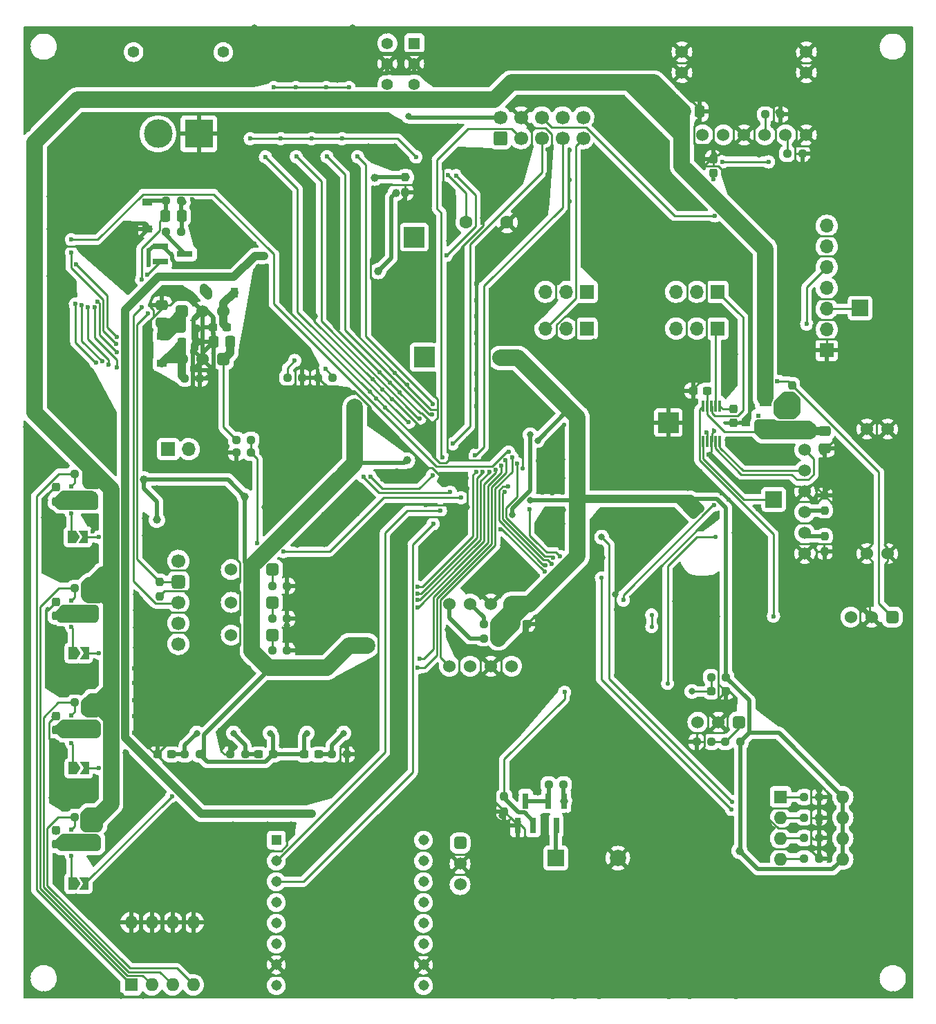
<source format=gbl>
%TF.GenerationSoftware,KiCad,Pcbnew,(6.0.11)*%
%TF.CreationDate,2023-08-10T00:19:00+09:00*%
%TF.ProjectId,main,6d61696e-2e6b-4696-9361-645f70636258,rev?*%
%TF.SameCoordinates,Original*%
%TF.FileFunction,Copper,L2,Bot*%
%TF.FilePolarity,Positive*%
%FSLAX46Y46*%
G04 Gerber Fmt 4.6, Leading zero omitted, Abs format (unit mm)*
G04 Created by KiCad (PCBNEW (6.0.11)) date 2023-08-10 00:19:00*
%MOMM*%
%LPD*%
G01*
G04 APERTURE LIST*
G04 Aperture macros list*
%AMRoundRect*
0 Rectangle with rounded corners*
0 $1 Rounding radius*
0 $2 $3 $4 $5 $6 $7 $8 $9 X,Y pos of 4 corners*
0 Add a 4 corners polygon primitive as box body*
4,1,4,$2,$3,$4,$5,$6,$7,$8,$9,$2,$3,0*
0 Add four circle primitives for the rounded corners*
1,1,$1+$1,$2,$3*
1,1,$1+$1,$4,$5*
1,1,$1+$1,$6,$7*
1,1,$1+$1,$8,$9*
0 Add four rect primitives between the rounded corners*
20,1,$1+$1,$2,$3,$4,$5,0*
20,1,$1+$1,$4,$5,$6,$7,0*
20,1,$1+$1,$6,$7,$8,$9,0*
20,1,$1+$1,$8,$9,$2,$3,0*%
%AMFreePoly0*
4,1,6,1.000000,0.000000,0.500000,-0.750000,-0.500000,-0.750000,-0.500000,0.750000,0.500000,0.750000,1.000000,0.000000,1.000000,0.000000,$1*%
%AMFreePoly1*
4,1,6,0.500000,-0.750000,-0.650000,-0.750000,-0.150000,0.000000,-0.650000,0.750000,0.500000,0.750000,0.500000,-0.750000,0.500000,-0.750000,$1*%
G04 Aperture macros list end*
%TA.AperFunction,ComponentPad*%
%ADD10C,1.600000*%
%TD*%
%TA.AperFunction,ComponentPad*%
%ADD11RoundRect,0.381000X-0.381000X0.381000X-0.381000X-0.381000X0.381000X-0.381000X0.381000X0.381000X0*%
%TD*%
%TA.AperFunction,ComponentPad*%
%ADD12C,1.524000*%
%TD*%
%TA.AperFunction,ComponentPad*%
%ADD13R,2.500000X2.500000*%
%TD*%
%TA.AperFunction,ComponentPad*%
%ADD14R,1.524000X1.524000*%
%TD*%
%TA.AperFunction,ComponentPad*%
%ADD15R,1.700000X1.700000*%
%TD*%
%TA.AperFunction,ComponentPad*%
%ADD16O,1.700000X1.700000*%
%TD*%
%TA.AperFunction,ComponentPad*%
%ADD17R,1.600000X1.600000*%
%TD*%
%TA.AperFunction,ComponentPad*%
%ADD18O,1.600000X1.600000*%
%TD*%
%TA.AperFunction,ComponentPad*%
%ADD19R,1.308000X1.308000*%
%TD*%
%TA.AperFunction,ComponentPad*%
%ADD20C,1.308000*%
%TD*%
%TA.AperFunction,ComponentPad*%
%ADD21RoundRect,0.381000X-0.381000X-0.381000X0.381000X-0.381000X0.381000X0.381000X-0.381000X0.381000X0*%
%TD*%
%TA.AperFunction,ComponentPad*%
%ADD22R,1.400000X1.400000*%
%TD*%
%TA.AperFunction,ComponentPad*%
%ADD23C,1.400000*%
%TD*%
%TA.AperFunction,ComponentPad*%
%ADD24RoundRect,0.381000X0.381000X-0.381000X0.381000X0.381000X-0.381000X0.381000X-0.381000X-0.381000X0*%
%TD*%
%TA.AperFunction,ComponentPad*%
%ADD25RoundRect,0.425000X-0.425000X-0.425000X0.425000X-0.425000X0.425000X0.425000X-0.425000X0.425000X0*%
%TD*%
%TA.AperFunction,ComponentPad*%
%ADD26C,1.700000*%
%TD*%
%TA.AperFunction,ComponentPad*%
%ADD27R,3.500000X3.500000*%
%TD*%
%TA.AperFunction,ComponentPad*%
%ADD28C,3.500000*%
%TD*%
%TA.AperFunction,ComponentPad*%
%ADD29R,2.000000X2.000000*%
%TD*%
%TA.AperFunction,ComponentPad*%
%ADD30C,2.000000*%
%TD*%
%TA.AperFunction,ComponentPad*%
%ADD31RoundRect,0.250000X0.600000X-0.600000X0.600000X0.600000X-0.600000X0.600000X-0.600000X-0.600000X0*%
%TD*%
%TA.AperFunction,SMDPad,CuDef*%
%ADD32R,0.800000X1.900000*%
%TD*%
%TA.AperFunction,SMDPad,CuDef*%
%ADD33RoundRect,0.237500X-0.300000X-0.237500X0.300000X-0.237500X0.300000X0.237500X-0.300000X0.237500X0*%
%TD*%
%TA.AperFunction,SMDPad,CuDef*%
%ADD34RoundRect,0.250000X0.475000X-0.337500X0.475000X0.337500X-0.475000X0.337500X-0.475000X-0.337500X0*%
%TD*%
%TA.AperFunction,SMDPad,CuDef*%
%ADD35RoundRect,0.237500X0.250000X0.237500X-0.250000X0.237500X-0.250000X-0.237500X0.250000X-0.237500X0*%
%TD*%
%TA.AperFunction,SMDPad,CuDef*%
%ADD36RoundRect,0.237500X-0.250000X-0.237500X0.250000X-0.237500X0.250000X0.237500X-0.250000X0.237500X0*%
%TD*%
%TA.AperFunction,SMDPad,CuDef*%
%ADD37RoundRect,0.237500X-0.237500X0.300000X-0.237500X-0.300000X0.237500X-0.300000X0.237500X0.300000X0*%
%TD*%
%TA.AperFunction,SMDPad,CuDef*%
%ADD38RoundRect,0.237500X-0.237500X0.250000X-0.237500X-0.250000X0.237500X-0.250000X0.237500X0.250000X0*%
%TD*%
%TA.AperFunction,SMDPad,CuDef*%
%ADD39RoundRect,0.237500X0.300000X0.237500X-0.300000X0.237500X-0.300000X-0.237500X0.300000X-0.237500X0*%
%TD*%
%TA.AperFunction,SMDPad,CuDef*%
%ADD40R,1.200000X0.900000*%
%TD*%
%TA.AperFunction,SMDPad,CuDef*%
%ADD41RoundRect,0.237500X0.237500X-0.300000X0.237500X0.300000X-0.237500X0.300000X-0.237500X-0.300000X0*%
%TD*%
%TA.AperFunction,SMDPad,CuDef*%
%ADD42R,0.575000X0.620000*%
%TD*%
%TA.AperFunction,SMDPad,CuDef*%
%ADD43R,2.000000X2.000000*%
%TD*%
%TA.AperFunction,SMDPad,CuDef*%
%ADD44FreePoly0,0.000000*%
%TD*%
%TA.AperFunction,SMDPad,CuDef*%
%ADD45FreePoly1,0.000000*%
%TD*%
%TA.AperFunction,SMDPad,CuDef*%
%ADD46RoundRect,0.250000X0.337500X0.475000X-0.337500X0.475000X-0.337500X-0.475000X0.337500X-0.475000X0*%
%TD*%
%TA.AperFunction,SMDPad,CuDef*%
%ADD47R,0.300000X1.400000*%
%TD*%
%TA.AperFunction,SMDPad,CuDef*%
%ADD48R,0.900000X1.200000*%
%TD*%
%TA.AperFunction,SMDPad,CuDef*%
%ADD49RoundRect,0.237500X0.287500X0.237500X-0.287500X0.237500X-0.287500X-0.237500X0.287500X-0.237500X0*%
%TD*%
%TA.AperFunction,SMDPad,CuDef*%
%ADD50RoundRect,0.237500X0.237500X-0.250000X0.237500X0.250000X-0.237500X0.250000X-0.237500X-0.250000X0*%
%TD*%
%TA.AperFunction,SMDPad,CuDef*%
%ADD51R,0.620000X0.575000*%
%TD*%
%TA.AperFunction,SMDPad,CuDef*%
%ADD52RoundRect,0.250000X-0.337500X-0.475000X0.337500X-0.475000X0.337500X0.475000X-0.337500X0.475000X0*%
%TD*%
%TA.AperFunction,SMDPad,CuDef*%
%ADD53R,1.900000X0.800000*%
%TD*%
%TA.AperFunction,ViaPad*%
%ADD54C,0.600000*%
%TD*%
%TA.AperFunction,ViaPad*%
%ADD55C,0.800000*%
%TD*%
%TA.AperFunction,ViaPad*%
%ADD56C,0.550000*%
%TD*%
%TA.AperFunction,ViaPad*%
%ADD57C,1.000000*%
%TD*%
%TA.AperFunction,ViaPad*%
%ADD58C,2.000000*%
%TD*%
%TA.AperFunction,Conductor*%
%ADD59C,0.250000*%
%TD*%
%TA.AperFunction,Conductor*%
%ADD60C,0.500000*%
%TD*%
%TA.AperFunction,Conductor*%
%ADD61C,1.000000*%
%TD*%
%TA.AperFunction,Conductor*%
%ADD62C,2.000000*%
%TD*%
G04 APERTURE END LIST*
D10*
%TO.P,C15,1*%
%TO.N,GND*%
X117500000Y-68340000D03*
%TO.P,C15,2*%
%TO.N,Net-(C15-Pad2)*%
X112500000Y-68340000D03*
%TD*%
D11*
%TO.P,SW4,1,A*%
%TO.N,PRG*%
X145940000Y-129490000D03*
D12*
%TO.P,SW4,2,B*%
%TO.N,GND*%
X143400000Y-129490000D03*
%TO.P,SW4,3,C*%
%TO.N,unconnected-(SW4-Pad3)*%
X140860000Y-129490000D03*
%TD*%
D11*
%TO.P,U3,1,VI*%
%TO.N,VDD*%
X82790000Y-85118000D03*
D12*
%TO.P,U3,2,GND*%
%TO.N,GND*%
X80250000Y-85118000D03*
%TO.P,U3,3,VO*%
%TO.N,/5V_UI*%
X77710000Y-85118000D03*
%TD*%
D13*
%TO.P,H4,1,1*%
%TO.N,GND*%
X137250000Y-92840000D03*
%TD*%
%TO.P,H3,1,1*%
%TO.N,+5V*%
X106150000Y-70140000D03*
%TD*%
D12*
%TO.P,J5,A1,GND*%
%TO.N,GND*%
X146545000Y-57630000D03*
X154165000Y-57630000D03*
D14*
%TO.P,J5,A4,VBUS*%
%TO.N,VBUS*%
X138925000Y-57630000D03*
D12*
%TO.P,J5,A5,CC1*%
%TO.N,Net-(J5-PadA5)*%
X149085000Y-57630000D03*
%TO.P,J5,A6,D+*%
%TO.N,Net-(J5-PadA6)*%
X144005000Y-57630000D03*
%TO.P,J5,A7,D-*%
%TO.N,Net-(J5-PadA7)*%
X141465000Y-57630000D03*
%TO.P,J5,B5,CC2*%
%TO.N,Net-(J5-PadB5)*%
X151625000Y-57630000D03*
%TO.P,J5,S1,SHIELD*%
%TO.N,GND*%
X154165000Y-50010000D03*
X154165000Y-47470000D03*
X138925000Y-47470000D03*
X138925000Y-50010000D03*
%TD*%
D15*
%TO.P,JP5,1,A*%
%TO.N,RS485_MD_A*%
X75995000Y-96090000D03*
D16*
%TO.P,JP5,2,B*%
%TO.N,Net-(JP5-Pad2)*%
X78535000Y-96090000D03*
%TD*%
D12*
%TO.P,U8,2,GND*%
%TO.N,GND*%
X115520000Y-122650000D03*
X115520000Y-115030000D03*
%TO.P,U8,3,VDD*%
%TO.N,+3.3V*%
X118060000Y-115030000D03*
%TO.P,U8,11,~{RESET}*%
%TO.N,gyro_reset*%
X110440000Y-122650000D03*
%TO.P,U8,14,INT*%
%TO.N,unconnected-(U8-Pad14)*%
X112980000Y-122650000D03*
%TO.P,U8,19,COM1*%
%TO.N,I2C1_SCL*%
X110440000Y-115030000D03*
%TO.P,U8,20,COM0*%
%TO.N,I2C1_SDA*%
X112980000Y-115030000D03*
%TO.P,U8,28,VDDIO*%
%TO.N,unconnected-(U8-Pad28)*%
X118060000Y-122650000D03*
%TD*%
D15*
%TO.P,J4,1,Pin_1*%
%TO.N,GND*%
X156650000Y-83990000D03*
D16*
%TO.P,J4,2,Pin_2*%
%TO.N,TweR3RX*%
X156650000Y-81450000D03*
%TO.P,J4,3,Pin_3*%
%TO.N,PRG*%
X156650000Y-78910000D03*
%TO.P,J4,4,Pin_4*%
%TO.N,TweR3TX*%
X156650000Y-76370000D03*
%TO.P,J4,5,Pin_5*%
%TO.N,RST*%
X156650000Y-73830000D03*
%TO.P,J4,6,Pin_6*%
%TO.N,unconnected-(J4-Pad6)*%
X156650000Y-71290000D03*
%TO.P,J4,7,Pin_7*%
%TO.N,SET*%
X156650000Y-68750000D03*
%TD*%
D17*
%TO.P,SW5,1*%
%TO.N,Twe_SW1*%
X151000000Y-138640000D03*
D18*
%TO.P,SW5,2*%
%TO.N,Twe_SW2*%
X151000000Y-141180000D03*
%TO.P,SW5,3*%
%TO.N,Twe_SW3*%
X151000000Y-143720000D03*
%TO.P,SW5,4*%
%TO.N,Twe_SW4*%
X151000000Y-146260000D03*
%TO.P,SW5,5*%
%TO.N,+3.3V*%
X158620000Y-146260000D03*
%TO.P,SW5,6*%
X158620000Y-143720000D03*
%TO.P,SW5,7*%
X158620000Y-141180000D03*
%TO.P,SW5,8*%
X158620000Y-138640000D03*
%TD*%
D15*
%TO.P,JP4,1,A*%
%TO.N,F446USBRX*%
X127275000Y-81340000D03*
D16*
%TO.P,JP4,2,C*%
%TO.N,MainTX2_F446WriteRX*%
X124735000Y-81340000D03*
%TO.P,JP4,3,B*%
%TO.N,STLinkRX*%
X122195000Y-81340000D03*
%TD*%
D19*
%TO.P,U10,1,VCC*%
%TO.N,DFPlayer_Pw*%
X89233000Y-143950000D03*
D20*
%TO.P,U10,2,RX*%
%TO.N,MainTX1_DFPlayerRX*%
X89233000Y-146490000D03*
%TO.P,U10,3,TX*%
%TO.N,MainRX1_DFPlayerTX*%
X89233000Y-149030000D03*
%TO.P,U10,4,DAC_R*%
%TO.N,DAC_R*%
X89233000Y-151570000D03*
%TO.P,U10,5,DAC_L*%
%TO.N,DAC_L*%
X89233000Y-154110000D03*
%TO.P,U10,6,SPK1*%
%TO.N,unconnected-(U10-Pad6)*%
X89233000Y-156650000D03*
%TO.P,U10,7,GND*%
%TO.N,GND*%
X89233000Y-159190000D03*
%TO.P,U10,8,SPK2*%
%TO.N,unconnected-(U10-Pad8)*%
X89233000Y-161730000D03*
%TO.P,U10,9,IO1*%
%TO.N,unconnected-(U10-Pad9)*%
X107267000Y-161730000D03*
%TO.P,U10,10,GND*%
%TO.N,GND*%
X107267000Y-159190000D03*
%TO.P,U10,11,IO2*%
%TO.N,unconnected-(U10-Pad11)*%
X107267000Y-156650000D03*
%TO.P,U10,12,ADKEY1*%
%TO.N,unconnected-(U10-Pad12)*%
X107267000Y-154110000D03*
%TO.P,U10,13,ADKEY2*%
%TO.N,unconnected-(U10-Pad13)*%
X107267000Y-151570000D03*
%TO.P,U10,14,USB+*%
%TO.N,unconnected-(U10-Pad14)*%
X107267000Y-149030000D03*
%TO.P,U10,15,USB-*%
%TO.N,unconnected-(U10-Pad15)*%
X107267000Y-146490000D03*
%TO.P,U10,16,BUSY*%
%TO.N,unconnected-(U10-Pad16)*%
X107267000Y-143950000D03*
%TD*%
D17*
%TO.P,SW12,1*%
%TO.N,MD1*%
X71450000Y-161640000D03*
D18*
%TO.P,SW12,2*%
%TO.N,MD2*%
X73990000Y-161640000D03*
%TO.P,SW12,3*%
%TO.N,MD3*%
X76530000Y-161640000D03*
%TO.P,SW12,4*%
%TO.N,MD4*%
X79070000Y-161640000D03*
%TO.P,SW12,5*%
%TO.N,GND*%
X79070000Y-154020000D03*
%TO.P,SW12,6*%
X76530000Y-154020000D03*
%TO.P,SW12,7*%
X73990000Y-154020000D03*
%TO.P,SW12,8*%
X71450000Y-154020000D03*
%TD*%
D21*
%TO.P,SW14,1,A*%
%TO.N,Net-(Q25-Pad3)*%
X111750000Y-144300000D03*
D12*
%TO.P,SW14,2,B*%
%TO.N,GND*%
X111750000Y-146840000D03*
%TO.P,SW14,3,C*%
%TO.N,unconnected-(SW14-Pad3)*%
X111750000Y-149380000D03*
%TD*%
D22*
%TO.P,SW13,1,A*%
%TO.N,Net-(Q15-Pad1)*%
X106150000Y-46432500D03*
D23*
%TO.P,SW13,2,B*%
%TO.N,GND*%
X106150000Y-48932500D03*
%TO.P,SW13,3,C*%
%TO.N,unconnected-(SW13-Pad3)*%
X106150000Y-51432500D03*
%TO.P,SW13,4,A*%
%TO.N,Net-(Q16-Pad1)*%
X102850000Y-46432500D03*
%TO.P,SW13,5,B*%
%TO.N,GND*%
X102850000Y-48932500D03*
%TO.P,SW13,6,C*%
%TO.N,unconnected-(SW13-Pad6)*%
X102850000Y-51432500D03*
%TD*%
D15*
%TO.P,JP1,1,A*%
%TO.N,TweUSBTX*%
X143275000Y-76840000D03*
D16*
%TO.P,JP1,2,C*%
%TO.N,TweWriteTX_TweRX0*%
X140735000Y-76840000D03*
%TO.P,JP1,3,B*%
%TO.N,TweR3TX*%
X138195000Y-76840000D03*
%TD*%
D11*
%TO.P,SW2,1,A*%
%TO.N,Net-(Q4-Pad3)*%
X164677500Y-116640000D03*
D12*
%TO.P,SW2,2,B*%
%TO.N,GND*%
X162137500Y-116640000D03*
%TO.P,SW2,3,C*%
%TO.N,unconnected-(SW2-Pad3)*%
X159597500Y-116640000D03*
%TD*%
D24*
%TO.P,U4,1,VI*%
%TO.N,VDD*%
X77710000Y-79232999D03*
D12*
%TO.P,U4,2,GND*%
%TO.N,GND*%
X80250000Y-79232999D03*
%TO.P,U4,3,VO*%
%TO.N,/VSYS*%
X82790000Y-79232999D03*
%TD*%
D13*
%TO.P,H5,1,1*%
%TO.N,+3.3V*%
X107350000Y-84840000D03*
%TD*%
D25*
%TO.P,SW1,1,A*%
%TO.N,\u4E3B\u96FB\u6E90\u30B9\u30A4\u30C3\u30C1*%
X77250000Y-112300000D03*
D26*
%TO.P,SW1,2,B*%
%TO.N,/S-S*%
X77250000Y-114840000D03*
%TO.P,SW1,3,C*%
%TO.N,unconnected-(SW1-Pad3)*%
X77250000Y-117380000D03*
%TO.P,SW1,4*%
%TO.N,N/C*%
X77250000Y-109760000D03*
%TO.P,SW1,5*%
X77250000Y-119920000D03*
%TD*%
D23*
%TO.P,J1,*%
%TO.N,*%
X71750000Y-47515000D03*
X82750000Y-47515000D03*
D27*
%TO.P,J1,1,Pin_1*%
%TO.N,GND*%
X79750000Y-57515000D03*
D28*
%TO.P,J1,2,Pin_2*%
%TO.N,+12V*%
X74750000Y-57515000D03*
%TD*%
D29*
%TO.P,LS1,1,1*%
%TO.N,Net-(LS1-Pad1)*%
X123470000Y-146140000D03*
D30*
%TO.P,LS1,2,2*%
%TO.N,GND*%
X131070000Y-146140000D03*
%TD*%
D15*
%TO.P,JP3,1,A*%
%TO.N,F446USBTX*%
X127275000Y-76840000D03*
D16*
%TO.P,JP3,2,C*%
%TO.N,MainRX2_F446WriteTX*%
X124735000Y-76840000D03*
%TO.P,JP3,3,B*%
%TO.N,STLinkTX*%
X122195000Y-76840000D03*
%TD*%
D11*
%TO.P,SW9,1,A*%
%TO.N,Slide_Switch1*%
X88790000Y-114840000D03*
D12*
%TO.P,SW9,2,B*%
%TO.N,+3.3V*%
X86250000Y-114840000D03*
%TO.P,SW9,3,C*%
%TO.N,unconnected-(SW9-Pad3)*%
X83710000Y-114840000D03*
%TD*%
%TO.P,J3,A1,GND*%
%TO.N,GND*%
X153960000Y-101275000D03*
X153960000Y-108895000D03*
D14*
%TO.P,J3,A4,VBUS*%
%TO.N,/Twe_VBUS*%
X153960000Y-93655000D03*
D12*
%TO.P,J3,A5,CC1*%
%TO.N,Net-(J3-PadA5)*%
X153960000Y-103815000D03*
%TO.P,J3,A6,D+*%
%TO.N,Net-(J3-PadA6)*%
X153960000Y-98735000D03*
%TO.P,J3,A7,D-*%
%TO.N,Net-(J3-PadA7)*%
X153960000Y-96195000D03*
%TO.P,J3,B5,CC2*%
%TO.N,Net-(J3-PadB5)*%
X153960000Y-106355000D03*
%TO.P,J3,S1,SHIELD*%
%TO.N,GND*%
X164120000Y-93655000D03*
X161580000Y-93655000D03*
X164120000Y-108895000D03*
X161580000Y-108895000D03*
%TD*%
D15*
%TO.P,JP2,1,A*%
%TO.N,TweUSBRX*%
X143275000Y-81340000D03*
D16*
%TO.P,JP2,2,C*%
%TO.N,TweWriteRX_TweTX0*%
X140735000Y-81340000D03*
%TO.P,JP2,3,B*%
%TO.N,TweR3RX*%
X138195000Y-81340000D03*
%TD*%
D11*
%TO.P,SW6,1,A*%
%TO.N,BOOT0*%
X88790000Y-110840000D03*
D12*
%TO.P,SW6,2,B*%
%TO.N,+3.3V*%
X86250000Y-110840000D03*
%TO.P,SW6,3,C*%
%TO.N,unconnected-(SW6-Pad3)*%
X83710000Y-110840000D03*
%TD*%
D31*
%TO.P,J6,1,Pin_1*%
%TO.N,VBUS*%
X116670000Y-58037500D03*
D26*
%TO.P,J6,2,Pin_2*%
%TO.N,+3.3V*%
X116670000Y-55497500D03*
%TO.P,J6,3,Pin_3*%
%TO.N,TCK*%
X119210000Y-58037500D03*
%TO.P,J6,4,Pin_4*%
%TO.N,GND*%
X119210000Y-55497500D03*
%TO.P,J6,5,Pin_5*%
%TO.N,TMS*%
X121750000Y-58037500D03*
%TO.P,J6,6,Pin_6*%
%TO.N,NRST*%
X121750000Y-55497500D03*
%TO.P,J6,7,Pin_7*%
%TO.N,SWO*%
X124290000Y-58037500D03*
%TO.P,J6,8,Pin_8*%
%TO.N,STLinkTX*%
X124290000Y-55497500D03*
%TO.P,J6,9,Pin_9*%
%TO.N,STLinkRX*%
X126830000Y-58037500D03*
%TO.P,J6,10,Pin_10*%
%TO.N,unconnected-(J6-Pad10)*%
X126830000Y-55497500D03*
%TD*%
D11*
%TO.P,SW10,1,A*%
%TO.N,Slide_Switch2*%
X88790000Y-118840000D03*
D12*
%TO.P,SW10,2,B*%
%TO.N,+3.3V*%
X86250000Y-118840000D03*
%TO.P,SW10,3,C*%
%TO.N,unconnected-(SW10-Pad3)*%
X83710000Y-118840000D03*
%TD*%
D32*
%TO.P,Q12,1,G*%
%TO.N,Buzzer*%
X120720000Y-142140000D03*
%TO.P,Q12,2,S*%
%TO.N,GND*%
X118820000Y-142140000D03*
%TO.P,Q12,3,D*%
%TO.N,Net-(Q12-Pad3)*%
X119770000Y-139140000D03*
%TD*%
D33*
%TO.P,C30,1*%
%TO.N,+3.3V*%
X92687500Y-133440000D03*
%TO.P,C30,2*%
%TO.N,Tact_Switch2*%
X94412500Y-133440000D03*
%TD*%
D34*
%TO.P,C2,1*%
%TO.N,GND*%
X156400000Y-95967500D03*
%TO.P,C2,2*%
%TO.N,/Twe_VBUS*%
X156400000Y-93892500D03*
%TD*%
D35*
%TO.P,R19,1*%
%TO.N,+3.3V*%
X146062500Y-131902500D03*
%TO.P,R19,2*%
%TO.N,PRG*%
X144237500Y-131902500D03*
%TD*%
D36*
%TO.P,R45,1*%
%TO.N,Slide_Switch2*%
X88737500Y-120740000D03*
%TO.P,R45,2*%
%TO.N,GND*%
X90562500Y-120740000D03*
%TD*%
D32*
%TO.P,Q13,1,G*%
%TO.N,Net-(Q12-Pad3)*%
X122570000Y-139140000D03*
%TO.P,Q13,2,S*%
%TO.N,+5V*%
X124470000Y-139140000D03*
%TO.P,Q13,3,D*%
%TO.N,Net-(LS1-Pad1)*%
X123520000Y-142140000D03*
%TD*%
D35*
%TO.P,R10,1*%
%TO.N,GND*%
X153662500Y-59940000D03*
%TO.P,R10,2*%
%TO.N,Net-(J5-PadB5)*%
X151837500Y-59940000D03*
%TD*%
D37*
%TO.P,C4,1*%
%TO.N,Net-(C4-Pad1)*%
X145250000Y-91177500D03*
%TO.P,C4,2*%
%TO.N,GND*%
X145250000Y-92902500D03*
%TD*%
D38*
%TO.P,R9,1*%
%TO.N,\u4E3B\u96FB\u6E90\u30B9\u30A4\u30C3\u30C1*%
X74950000Y-112327500D03*
%TO.P,R9,2*%
%TO.N,GND*%
X74950000Y-114152500D03*
%TD*%
D39*
%TO.P,C23,1*%
%TO.N,NRST*%
X76412500Y-133440000D03*
%TO.P,C23,2*%
%TO.N,GND*%
X74687500Y-133440000D03*
%TD*%
%TO.P,C3,1*%
%TO.N,/Twe_VBUS*%
X142012500Y-88940000D03*
%TO.P,C3,2*%
%TO.N,GND*%
X140287500Y-88940000D03*
%TD*%
D36*
%TO.P,R61,1*%
%TO.N,MD4*%
X64537500Y-141090000D03*
%TO.P,R61,2*%
%TO.N,VBUS*%
X66362500Y-141090000D03*
%TD*%
D40*
%TO.P,D1,1,K*%
%TO.N,/S-S*%
X73450000Y-65890000D03*
%TO.P,D1,2,A*%
%TO.N,GND*%
X73450000Y-69190000D03*
%TD*%
D36*
%TO.P,R3,1*%
%TO.N,/S-S*%
X75737500Y-65690000D03*
%TO.P,R3,2*%
%TO.N,Net-(C1-Pad2)*%
X77562500Y-65690000D03*
%TD*%
D35*
%TO.P,R11,1*%
%TO.N,GND*%
X150962500Y-55140000D03*
%TO.P,R11,2*%
%TO.N,Net-(J5-PadA5)*%
X149137500Y-55140000D03*
%TD*%
D41*
%TO.P,C8,1*%
%TO.N,Net-(C8-Pad1)*%
X142750000Y-62302500D03*
%TO.P,C8,2*%
%TO.N,GND*%
X142750000Y-60577500D03*
%TD*%
D42*
%TO.P,Q20,1,D*%
%TO.N,MD4_Pw*%
X64112000Y-144540000D03*
%TO.P,Q20,2,D*%
X64112000Y-143590000D03*
%TO.P,Q20,3,G*%
%TO.N,MD4*%
X64112000Y-142640000D03*
%TO.P,Q20,4,S*%
%TO.N,VBUS*%
X66888000Y-142640000D03*
%TO.P,Q20,5,D*%
%TO.N,MD4_Pw*%
X66888000Y-143590000D03*
%TO.P,Q20,6,D*%
X66888000Y-144540000D03*
%TD*%
D38*
%TO.P,R50,1*%
%TO.N,Buzzer*%
X117150000Y-138627500D03*
%TO.P,R50,2*%
%TO.N,GND*%
X117150000Y-140452500D03*
%TD*%
%TO.P,R4,1*%
%TO.N,GND*%
X156400000Y-101767500D03*
%TO.P,R4,2*%
%TO.N,Net-(J3-PadA5)*%
X156400000Y-103592500D03*
%TD*%
D35*
%TO.P,R27,1*%
%TO.N,GND*%
X155712500Y-138670000D03*
%TO.P,R27,2*%
%TO.N,Twe_SW1*%
X153887500Y-138670000D03*
%TD*%
D42*
%TO.P,Q4,1,D*%
%TO.N,/Twe_VBUS*%
X148262000Y-93880000D03*
%TO.P,Q4,2,D*%
X148262000Y-92930000D03*
%TO.P,Q4,3,G*%
%TO.N,Net-(Q4-Pad3)*%
X148262000Y-91980000D03*
%TO.P,Q4,4,S*%
%TO.N,Net-(Q4-Pad4)*%
X151038000Y-91980000D03*
%TO.P,Q4,5,D*%
%TO.N,/Twe_VBUS*%
X151038000Y-92930000D03*
%TO.P,Q4,6,D*%
X151038000Y-93880000D03*
%TD*%
D35*
%TO.P,R5,1*%
%TO.N,Net-(C1-Pad2)*%
X77562500Y-69490000D03*
%TO.P,R5,2*%
%TO.N,Net-(Q2-Pad3)*%
X75737500Y-69490000D03*
%TD*%
%TO.P,R13,1*%
%TO.N,GND*%
X79462500Y-81340000D03*
%TO.P,R13,2*%
%TO.N,VDD*%
X77637500Y-81340000D03*
%TD*%
D43*
%TO.P,H2,1,1*%
%TO.N,PRG*%
X160750000Y-78840000D03*
%TD*%
D44*
%TO.P,JP8,1,A*%
%TO.N,Net-(J9-Pad3)*%
X64325000Y-135140000D03*
D45*
%TO.P,JP8,2,B*%
%TO.N,MD3_GPIO*%
X65775000Y-135140000D03*
%TD*%
D41*
%TO.P,C32,1*%
%TO.N,MD1_Pw*%
X62250000Y-102502500D03*
%TO.P,C32,2*%
%TO.N,GND*%
X62250000Y-100777500D03*
%TD*%
D43*
%TO.P,H1,1,1*%
%TO.N,Net-(H1-Pad1)*%
X150150000Y-102240000D03*
%TD*%
D44*
%TO.P,JP6,1,A*%
%TO.N,Net-(J7-Pad3)*%
X64225000Y-106840000D03*
D45*
%TO.P,JP6,2,B*%
%TO.N,MD1_GPIO*%
X65675000Y-106840000D03*
%TD*%
D46*
%TO.P,C10,1*%
%TO.N,VDD*%
X83625000Y-82990000D03*
%TO.P,C10,2*%
%TO.N,GND*%
X81550000Y-82990000D03*
%TD*%
D47*
%TO.P,U1,1,UD+*%
%TO.N,Net-(J3-PadA6)*%
X143550000Y-95192500D03*
%TO.P,U1,2,UD-*%
%TO.N,Net-(J3-PadA7)*%
X143050000Y-95192500D03*
%TO.P,U1,3,GND*%
%TO.N,GND*%
X142550000Y-95192500D03*
%TO.P,U1,4,~{RTS}*%
%TO.N,RST*%
X142050000Y-95192500D03*
%TO.P,U1,5,~{CTS}*%
%TO.N,Net-(H1-Pad1)*%
X141550000Y-95192500D03*
%TO.P,U1,6,TNOW*%
%TO.N,Net-(R6-Pad2)*%
X141550000Y-90792500D03*
%TO.P,U1,7,VCC*%
%TO.N,/Twe_VBUS*%
X142050000Y-90792500D03*
%TO.P,U1,8,TXD*%
%TO.N,TweUSBTX*%
X142550000Y-90792500D03*
%TO.P,U1,9,RXD*%
%TO.N,TweUSBRX*%
X143050000Y-90792500D03*
%TO.P,U1,10,V3*%
%TO.N,Net-(C4-Pad1)*%
X143550000Y-90792500D03*
%TD*%
D41*
%TO.P,C36,1*%
%TO.N,MD4_Pw*%
X62250000Y-144452500D03*
%TO.P,C36,2*%
%TO.N,GND*%
X62250000Y-142727500D03*
%TD*%
D42*
%TO.P,Q19,1,D*%
%TO.N,MD3_Pw*%
X64112000Y-130540000D03*
%TO.P,Q19,2,D*%
X64112000Y-129590000D03*
%TO.P,Q19,3,G*%
%TO.N,MD3*%
X64112000Y-128640000D03*
%TO.P,Q19,4,S*%
%TO.N,VBUS*%
X66888000Y-128640000D03*
%TO.P,Q19,5,D*%
%TO.N,MD3_Pw*%
X66888000Y-129590000D03*
%TO.P,Q19,6,D*%
X66888000Y-130540000D03*
%TD*%
D40*
%TO.P,D4,1,K*%
%TO.N,VDD*%
X75250000Y-82290000D03*
%TO.P,D4,2,A*%
%TO.N,/5V_UI*%
X75250000Y-85590000D03*
%TD*%
D39*
%TO.P,C28,1*%
%TO.N,+3.3V*%
X88812500Y-133440000D03*
%TO.P,C28,2*%
%TO.N,Tact_Switch1*%
X87087500Y-133440000D03*
%TD*%
D35*
%TO.P,R8,1*%
%TO.N,V_Measure*%
X86150000Y-96540000D03*
%TO.P,R8,2*%
%TO.N,GND*%
X84325000Y-96540000D03*
%TD*%
D34*
%TO.P,C11,1*%
%TO.N,VDD*%
X75250000Y-80577500D03*
%TO.P,C11,2*%
%TO.N,GND*%
X75250000Y-78502500D03*
%TD*%
D35*
%TO.P,R42,1*%
%TO.N,+3.3V*%
X116462500Y-119240000D03*
%TO.P,R42,2*%
%TO.N,I2C1_SCL*%
X114637500Y-119240000D03*
%TD*%
D36*
%TO.P,R60,1*%
%TO.N,MD3*%
X64587500Y-127090000D03*
%TO.P,R60,2*%
%TO.N,VBUS*%
X66412500Y-127090000D03*
%TD*%
D48*
%TO.P,D5,1,K*%
%TO.N,VDD*%
X80800000Y-76940000D03*
%TO.P,D5,2,A*%
%TO.N,/VSYS*%
X84100000Y-76940000D03*
%TD*%
D42*
%TO.P,Q17,1,D*%
%TO.N,MD1_Pw*%
X64112000Y-102540000D03*
%TO.P,Q17,2,D*%
X64112000Y-101590000D03*
%TO.P,Q17,3,G*%
%TO.N,MD1*%
X64112000Y-100640000D03*
%TO.P,Q17,4,S*%
%TO.N,VBUS*%
X66888000Y-100640000D03*
%TO.P,Q17,5,D*%
%TO.N,MD1_Pw*%
X66888000Y-101590000D03*
%TO.P,Q17,6,D*%
X66888000Y-102540000D03*
%TD*%
D36*
%TO.P,R20,1*%
%TO.N,GND*%
X140737500Y-131902500D03*
%TO.P,R20,2*%
%TO.N,PRG*%
X142562500Y-131902500D03*
%TD*%
D49*
%TO.P,D6,1,K*%
%TO.N,GND*%
X144275000Y-125740000D03*
%TO.P,D6,2,A*%
%TO.N,Net-(D6-Pad2)*%
X142525000Y-125740000D03*
%TD*%
D50*
%TO.P,R2,1*%
%TO.N,GND*%
X156400000Y-108592500D03*
%TO.P,R2,2*%
%TO.N,Net-(J3-PadB5)*%
X156400000Y-106767500D03*
%TD*%
D36*
%TO.P,R7,1*%
%TO.N,VDD*%
X84325000Y-94940000D03*
%TO.P,R7,2*%
%TO.N,V_Measure*%
X86150000Y-94940000D03*
%TD*%
D46*
%TO.P,C6,1*%
%TO.N,GND*%
X141087500Y-54790000D03*
%TO.P,C6,2*%
%TO.N,VBUS*%
X139012500Y-54790000D03*
%TD*%
D36*
%TO.P,R37,1*%
%TO.N,BOOT0*%
X88737500Y-112840000D03*
%TO.P,R37,2*%
%TO.N,GND*%
X90562500Y-112840000D03*
%TD*%
D51*
%TO.P,Q5,1,D*%
%TO.N,VBUS*%
X148700000Y-87792000D03*
%TO.P,Q5,2,D*%
X149650000Y-87792000D03*
%TO.P,Q5,3,G*%
%TO.N,Net-(Q4-Pad3)*%
X150600000Y-87792000D03*
%TO.P,Q5,4,S*%
%TO.N,Net-(Q4-Pad4)*%
X150600000Y-90568000D03*
%TO.P,Q5,5,D*%
%TO.N,VBUS*%
X149650000Y-90568000D03*
%TO.P,Q5,6,D*%
X148700000Y-90568000D03*
%TD*%
D36*
%TO.P,R44,1*%
%TO.N,Slide_Switch1*%
X88725000Y-116840000D03*
%TO.P,R44,2*%
%TO.N,GND*%
X90550000Y-116840000D03*
%TD*%
D35*
%TO.P,R29,1*%
%TO.N,GND*%
X155712500Y-143670000D03*
%TO.P,R29,2*%
%TO.N,Twe_SW3*%
X153887500Y-143670000D03*
%TD*%
%TO.P,R22,1*%
%TO.N,GND*%
X92412500Y-87340000D03*
%TO.P,R22,2*%
%TO.N,Net-(Q10-Pad1)*%
X90587500Y-87340000D03*
%TD*%
D41*
%TO.P,C34,1*%
%TO.N,MD3_Pw*%
X62250000Y-130452500D03*
%TO.P,C34,2*%
%TO.N,GND*%
X62250000Y-128727500D03*
%TD*%
D35*
%TO.P,R28,1*%
%TO.N,GND*%
X155712500Y-141170000D03*
%TO.P,R28,2*%
%TO.N,Twe_SW2*%
X153887500Y-141170000D03*
%TD*%
%TO.P,R17,1*%
%TO.N,+3.3V*%
X144312500Y-123990000D03*
%TO.P,R17,2*%
%TO.N,Net-(D6-Pad2)*%
X142487500Y-123990000D03*
%TD*%
D52*
%TO.P,C1,1*%
%TO.N,/S-S*%
X75612500Y-67540000D03*
%TO.P,C1,2*%
%TO.N,Net-(C1-Pad2)*%
X77687500Y-67540000D03*
%TD*%
D42*
%TO.P,Q18,1,D*%
%TO.N,MD2_Pw*%
X64112000Y-116540000D03*
%TO.P,Q18,2,D*%
X64112000Y-115590000D03*
%TO.P,Q18,3,G*%
%TO.N,MD2*%
X64112000Y-114640000D03*
%TO.P,Q18,4,S*%
%TO.N,VBUS*%
X66888000Y-114640000D03*
%TO.P,Q18,5,D*%
%TO.N,MD2_Pw*%
X66888000Y-115590000D03*
%TO.P,Q18,6,D*%
X66888000Y-116540000D03*
%TD*%
D41*
%TO.P,C33,1*%
%TO.N,MD2_Pw*%
X62250000Y-116502500D03*
%TO.P,C33,2*%
%TO.N,GND*%
X62250000Y-114777500D03*
%TD*%
D35*
%TO.P,R41,1*%
%TO.N,+3.3V*%
X116462500Y-117490000D03*
%TO.P,R41,2*%
%TO.N,I2C1_SDA*%
X114637500Y-117490000D03*
%TD*%
D44*
%TO.P,JP9,1,A*%
%TO.N,Net-(J10-Pad3)*%
X64300000Y-149240000D03*
D45*
%TO.P,JP9,2,B*%
%TO.N,MD4_GPIO*%
X65750000Y-149240000D03*
%TD*%
D36*
%TO.P,R55,1*%
%TO.N,MD1*%
X64587500Y-99090000D03*
%TO.P,R55,2*%
%TO.N,VBUS*%
X66412500Y-99090000D03*
%TD*%
%TO.P,R25,1*%
%TO.N,GND*%
X94337500Y-87340000D03*
%TO.P,R25,2*%
%TO.N,Net-(Q10-Pad3)*%
X96162500Y-87340000D03*
%TD*%
D35*
%TO.P,R46,1*%
%TO.N,GND*%
X97862500Y-133440000D03*
%TO.P,R46,2*%
%TO.N,Tact_Switch2*%
X96037500Y-133440000D03*
%TD*%
D36*
%TO.P,R43,1*%
%TO.N,GND*%
X83637500Y-133440000D03*
%TO.P,R43,2*%
%TO.N,Tact_Switch1*%
X85462500Y-133440000D03*
%TD*%
D35*
%TO.P,R30,1*%
%TO.N,GND*%
X155712500Y-146170000D03*
%TO.P,R30,2*%
%TO.N,Twe_SW4*%
X153887500Y-146170000D03*
%TD*%
D44*
%TO.P,JP7,1,A*%
%TO.N,Net-(J8-Pad3)*%
X64325000Y-121040000D03*
D45*
%TO.P,JP7,2,B*%
%TO.N,MD2_GPIO*%
X65775000Y-121040000D03*
%TD*%
D39*
%TO.P,C13,1*%
%TO.N,/VSYS*%
X83212500Y-81140000D03*
%TO.P,C13,2*%
%TO.N,GND*%
X81487500Y-81140000D03*
%TD*%
D38*
%TO.P,R14,1*%
%TO.N,Net-(Q4-Pad3)*%
X152400000Y-88267500D03*
%TO.P,R14,2*%
%TO.N,Net-(Q4-Pad4)*%
X152400000Y-90092500D03*
%TD*%
D33*
%TO.P,C12,1*%
%TO.N,/5V_UI*%
X77687500Y-82940000D03*
%TO.P,C12,2*%
%TO.N,GND*%
X79412500Y-82940000D03*
%TD*%
%TO.P,C29,1*%
%TO.N,+3.3V*%
X118187500Y-117490000D03*
%TO.P,C29,2*%
%TO.N,GND*%
X119912500Y-117490000D03*
%TD*%
D35*
%TO.P,R49,1*%
%TO.N,+5V*%
X124432500Y-137140000D03*
%TO.P,R49,2*%
%TO.N,Net-(Q12-Pad3)*%
X122607500Y-137140000D03*
%TD*%
D36*
%TO.P,R56,1*%
%TO.N,MD2*%
X64587500Y-113090000D03*
%TO.P,R56,2*%
%TO.N,VBUS*%
X66412500Y-113090000D03*
%TD*%
D35*
%TO.P,R31,1*%
%TO.N,+3.3V*%
X79862500Y-133440000D03*
%TO.P,R31,2*%
%TO.N,NRST*%
X78037500Y-133440000D03*
%TD*%
D53*
%TO.P,Q2,1,G*%
%TO.N,\u4E3B\u96FB\u6E90\u30B9\u30A4\u30C3\u30C1*%
X75050000Y-73140000D03*
%TO.P,Q2,2,S*%
%TO.N,GND*%
X75050000Y-71240000D03*
%TO.P,Q2,3,D*%
%TO.N,Net-(Q2-Pad3)*%
X78050000Y-72190000D03*
%TD*%
D50*
%TO.P,R16,1*%
%TO.N,GND*%
X105050000Y-64652500D03*
%TO.P,R16,2*%
%TO.N,/VSYS*%
X105050000Y-62827500D03*
%TD*%
D35*
%TO.P,R15,1*%
%TO.N,GND*%
X79875000Y-87440000D03*
%TO.P,R15,2*%
%TO.N,/5V_UI*%
X78050000Y-87440000D03*
%TD*%
D54*
%TO.N,/S-S*%
X72750000Y-75340000D03*
X72747754Y-78742246D03*
D55*
X75737500Y-65752500D03*
%TO.N,Net-(C1-Pad2)*%
X77844000Y-65846000D03*
%TO.N,GND*%
X148750000Y-48840000D03*
X112750000Y-48840000D03*
X96750000Y-46840000D03*
X156750000Y-152840000D03*
X130750000Y-148840000D03*
X75000000Y-114050000D03*
X96750000Y-160840000D03*
X139600000Y-117690000D03*
D54*
X128830000Y-163100000D03*
D55*
X150750000Y-148840000D03*
X118750000Y-150840000D03*
X58750000Y-148840000D03*
X71470000Y-72150000D03*
X160750000Y-112840000D03*
X61910000Y-60610000D03*
X82750000Y-148840000D03*
X72750000Y-146840000D03*
X125650000Y-112640000D03*
X92620000Y-115710000D03*
X74750000Y-142840000D03*
X164750000Y-88840000D03*
X88190000Y-142090000D03*
D54*
X64680000Y-90560000D03*
D55*
X149750000Y-151840000D03*
X144740000Y-135400000D03*
X72750000Y-50840000D03*
X84750000Y-142840000D03*
X156750000Y-122840000D03*
X164750000Y-148840000D03*
X125330000Y-127220000D03*
X162750000Y-156840000D03*
X150750000Y-54840000D03*
X154750000Y-124840000D03*
X92750000Y-162840000D03*
X122750000Y-46840000D03*
X83000000Y-64660000D03*
X76750000Y-44840000D03*
X137460000Y-157740000D03*
X132820000Y-123220000D03*
D56*
X93850000Y-134900000D03*
D55*
X64750000Y-160840000D03*
X157290000Y-145060000D03*
X128820000Y-100510000D03*
D56*
X104030000Y-98690000D03*
D55*
X120750000Y-148840000D03*
X110970000Y-156570000D03*
X160750000Y-50840000D03*
X129630000Y-90320000D03*
X154750000Y-136840000D03*
X122750000Y-148840000D03*
X148750000Y-133800000D03*
D56*
X89020000Y-134950000D03*
D55*
X136750000Y-59840000D03*
X82480000Y-98590000D03*
X79640000Y-138190000D03*
X76750000Y-50840000D03*
X151090000Y-71680000D03*
X127750000Y-116340000D03*
X58750000Y-122840000D03*
X80750000Y-50840000D03*
X109430000Y-124420000D03*
X99030000Y-64060000D03*
X150750000Y-118840000D03*
X148710000Y-95890000D03*
X83980000Y-105370000D03*
X62260000Y-114870000D03*
X62750000Y-46840000D03*
X137520000Y-78610000D03*
D54*
X66730000Y-106180000D03*
D56*
X100675000Y-89090000D03*
D55*
X104870000Y-112590000D03*
X62430000Y-118270000D03*
X134750000Y-132840000D03*
D54*
X124100000Y-108150000D03*
D55*
X75720000Y-118480000D03*
X114750000Y-144840000D03*
X126750000Y-48840000D03*
X148250000Y-103340000D03*
X159320000Y-76680000D03*
X127250000Y-67840000D03*
X132930000Y-156220000D03*
D54*
X144630000Y-102270000D03*
D55*
X160750000Y-70840000D03*
X136750000Y-146840000D03*
X68750000Y-162840000D03*
X164750000Y-60840000D03*
X76750000Y-150840000D03*
X164750000Y-98840000D03*
D56*
X95220000Y-105820000D03*
D55*
X152750000Y-124840000D03*
X92650000Y-146600000D03*
X74940000Y-131960000D03*
X150750000Y-152840000D03*
X70750000Y-150840000D03*
X154260000Y-160580000D03*
X130610000Y-159220000D03*
X151830000Y-129450000D03*
X98750000Y-148840000D03*
X88750000Y-44840000D03*
X98280000Y-107810000D03*
X126750000Y-44840000D03*
X142990000Y-104260000D03*
X108420000Y-72410000D03*
X155080000Y-157900000D03*
X100150000Y-113110000D03*
X95760000Y-138290000D03*
D54*
X112750000Y-94840000D03*
D55*
X156750000Y-124840000D03*
X155750000Y-141840000D03*
X155750000Y-145840000D03*
X115900000Y-71440000D03*
X157370000Y-142450000D03*
X64750000Y-46840000D03*
X142660000Y-161040000D03*
X164750000Y-50840000D03*
X145400000Y-106320000D03*
X138750000Y-140840000D03*
X116750000Y-152840000D03*
X61670000Y-106970000D03*
X156750000Y-116840000D03*
X111820000Y-82970000D03*
X134750000Y-148840000D03*
X123520000Y-135950000D03*
X101770000Y-153890000D03*
X124750000Y-130840000D03*
X126080000Y-84430000D03*
X95470000Y-128210000D03*
X137250000Y-89150000D03*
X112720000Y-156540000D03*
X138660000Y-51610000D03*
X76750000Y-146840000D03*
X134390000Y-131280000D03*
D56*
X125150000Y-65740000D03*
D55*
X164750000Y-130840000D03*
D54*
X81730000Y-92410000D03*
D55*
X63610000Y-125840000D03*
X116750000Y-46840000D03*
X124750000Y-53340000D03*
X90860000Y-126060000D03*
X140960000Y-116360000D03*
X125650000Y-147340000D03*
X70190000Y-163000000D03*
X160750000Y-68840000D03*
X119250000Y-69840000D03*
X73150000Y-104520000D03*
X78830000Y-118520000D03*
X141590000Y-85130000D03*
X147160000Y-74160000D03*
X164750000Y-72840000D03*
X84860000Y-138150000D03*
X62340000Y-58610000D03*
X158750000Y-106840000D03*
X91910000Y-139220000D03*
D54*
X75530000Y-94090000D03*
X125830000Y-163110000D03*
D55*
X144750000Y-52840000D03*
D54*
X71840000Y-122930000D03*
D55*
X150750000Y-48840000D03*
X107550000Y-141140000D03*
X68750000Y-50840000D03*
X92400000Y-120580000D03*
X152750000Y-152840000D03*
X62420000Y-146190000D03*
X162750000Y-118840000D03*
X137970000Y-103900000D03*
X140385987Y-114574013D03*
X73060000Y-46480000D03*
X135110000Y-71150000D03*
X148350000Y-60040000D03*
X96210000Y-64150000D03*
X142750000Y-142840000D03*
X164750000Y-62840000D03*
X158750000Y-46840000D03*
X130750000Y-61840000D03*
X164750000Y-134840000D03*
X125650000Y-116140000D03*
X133190000Y-84480000D03*
X148860000Y-143980000D03*
X126750000Y-134840000D03*
X98780000Y-138410000D03*
X103900000Y-126480000D03*
X132750000Y-130840000D03*
X156750000Y-130840000D03*
X76750000Y-148840000D03*
X63720000Y-140050000D03*
D54*
X82150000Y-94110000D03*
D56*
X105450000Y-83140000D03*
D55*
X154620000Y-74010000D03*
X76320000Y-124620000D03*
X91400000Y-132270000D03*
D56*
X112650000Y-100940000D03*
D55*
X160850000Y-95040000D03*
X160750000Y-120840000D03*
X77840000Y-130600000D03*
X146750000Y-122840000D03*
X82760000Y-61380000D03*
X68930000Y-144450000D03*
X148750000Y-124840000D03*
D54*
X91420000Y-98290000D03*
D55*
X76750000Y-156840000D03*
D54*
X142190000Y-96800000D03*
D55*
X137150000Y-97480000D03*
X121750000Y-63790000D03*
X134750000Y-44840000D03*
D56*
X103425000Y-89990000D03*
D55*
X104750000Y-146840000D03*
D54*
X101350000Y-92040000D03*
D55*
X113670000Y-131870000D03*
X115750000Y-80640000D03*
X66750000Y-152840000D03*
X135870000Y-100750000D03*
X164750000Y-138840000D03*
X148750000Y-50840000D03*
X111860000Y-86880000D03*
X66750000Y-162840000D03*
X82750000Y-162840000D03*
X95780000Y-112280000D03*
X150050000Y-104240000D03*
X150750000Y-52840000D03*
X160750000Y-52840000D03*
X156750000Y-54840000D03*
X101390000Y-132490000D03*
X134750000Y-146840000D03*
X158750000Y-134840000D03*
X76960000Y-55270000D03*
X149010000Y-146280000D03*
X160750000Y-124840000D03*
X141140000Y-74030000D03*
X136010000Y-120370000D03*
X162750000Y-158840000D03*
X166750000Y-134840000D03*
X93860000Y-156830000D03*
X119620000Y-161000000D03*
X139500000Y-70050000D03*
D56*
X97260000Y-105820000D03*
D55*
X92750000Y-160840000D03*
X86750000Y-158840000D03*
X138050000Y-73380000D03*
X124550000Y-68040000D03*
X116150000Y-160820000D03*
X130750000Y-53340000D03*
X86680000Y-127560000D03*
X64750000Y-48840000D03*
X110210000Y-148290000D03*
D54*
X67810000Y-68460000D03*
D56*
X119450000Y-98440000D03*
D55*
X141190000Y-70290000D03*
X124790000Y-87890000D03*
X74750000Y-150840000D03*
X156750000Y-64840000D03*
X166750000Y-124840000D03*
X106600000Y-87165000D03*
X115870000Y-137340000D03*
X152550000Y-67440000D03*
X76220000Y-126650000D03*
X155680000Y-127700000D03*
X62750000Y-154840000D03*
X166750000Y-146840000D03*
X114750000Y-50840000D03*
X118750000Y-53340000D03*
X158750000Y-62840000D03*
X70750000Y-50840000D03*
X166750000Y-90840000D03*
D54*
X142880000Y-163050000D03*
D55*
X148750000Y-106840000D03*
X98750000Y-160840000D03*
D54*
X111750000Y-97340000D03*
D55*
X111830000Y-82010000D03*
X160750000Y-66840000D03*
X155750000Y-137840000D03*
X94750000Y-162840000D03*
X162750000Y-64840000D03*
X101650000Y-64300000D03*
D54*
X67200000Y-104200000D03*
X99050000Y-100180000D03*
D55*
X110350000Y-141040000D03*
X128750000Y-138840000D03*
D56*
X102575000Y-90965000D03*
D55*
X130750000Y-130840000D03*
X124750000Y-46840000D03*
X146850000Y-92740000D03*
X118750000Y-46840000D03*
X136750000Y-46840000D03*
X61570000Y-62740000D03*
X84230000Y-116930000D03*
X98750000Y-144840000D03*
X150550000Y-59040000D03*
X146750000Y-44840000D03*
X122750000Y-130840000D03*
X92930000Y-112140000D03*
D56*
X103450000Y-104040000D03*
D55*
X94750000Y-44840000D03*
X114750000Y-150840000D03*
D56*
X100910000Y-102000000D03*
D55*
X111070000Y-125930000D03*
X78750000Y-44840000D03*
X145280000Y-87660000D03*
X137230000Y-105420000D03*
X117350000Y-80640000D03*
D56*
X101780000Y-105840000D03*
D55*
X80630000Y-60380000D03*
X109140000Y-128500000D03*
D54*
X83750000Y-92410000D03*
D55*
X162750000Y-74840000D03*
X133330000Y-61190000D03*
D54*
X85690000Y-100660000D03*
D55*
X125980000Y-89030000D03*
X58750000Y-102840000D03*
X82410000Y-130500000D03*
X90400000Y-73790000D03*
X160750000Y-64840000D03*
X162750000Y-144840000D03*
X74620000Y-100930000D03*
X84190000Y-55320000D03*
X143010000Y-135340000D03*
X151150000Y-114940000D03*
X129740000Y-82070000D03*
X72080000Y-120400000D03*
X152830000Y-70010000D03*
X96750000Y-148840000D03*
X130750000Y-132840000D03*
D54*
X113750000Y-81840000D03*
D55*
X127730000Y-147250000D03*
X135770000Y-79110000D03*
X86750000Y-144840000D03*
X67190000Y-55440000D03*
X115190000Y-110440000D03*
X131820000Y-93440000D03*
X150750000Y-44840000D03*
X60750000Y-162840000D03*
D54*
X67830000Y-73880000D03*
D55*
X70910000Y-69940000D03*
X162750000Y-48840000D03*
X110750000Y-50840000D03*
X104750000Y-144840000D03*
X131690000Y-154010000D03*
X152910000Y-83490000D03*
X128750000Y-150840000D03*
X131180000Y-80430000D03*
X70400000Y-46610000D03*
X110660000Y-81990000D03*
X160750000Y-56840000D03*
X98800000Y-109440000D03*
X93670000Y-119360000D03*
X145370000Y-96300000D03*
X164750000Y-80840000D03*
X121650000Y-92880000D03*
X66910000Y-146340000D03*
X158750000Y-156840000D03*
X124610000Y-156250000D03*
X128750000Y-128840000D03*
D54*
X67380000Y-90530000D03*
D56*
X89450000Y-101640000D03*
D54*
X105455000Y-105395000D03*
D55*
X164750000Y-106840000D03*
X152750000Y-52840000D03*
X96220000Y-68500000D03*
X146750000Y-124840000D03*
X76750000Y-46840000D03*
X84750000Y-48840000D03*
X130800000Y-73550000D03*
X82410000Y-116900000D03*
X141640000Y-83020000D03*
X148750000Y-148840000D03*
D56*
X123250000Y-95540000D03*
D55*
X151970000Y-133730000D03*
X140870000Y-133310000D03*
X122080000Y-99580000D03*
X71310000Y-74720000D03*
D54*
X113750000Y-86840000D03*
D56*
X111650000Y-100840000D03*
D54*
X113750000Y-88840000D03*
D55*
X114750000Y-44840000D03*
X147710000Y-97300000D03*
X116750000Y-144840000D03*
X136750000Y-63840000D03*
X160750000Y-138840000D03*
X142600000Y-114840000D03*
X127750000Y-120840000D03*
D54*
X97060000Y-143190000D03*
D55*
X164750000Y-142840000D03*
D54*
X131840000Y-163050000D03*
D55*
X161850000Y-101840000D03*
X128750000Y-59840000D03*
X154750000Y-112840000D03*
X91270000Y-145990000D03*
D56*
X105250000Y-88215000D03*
D55*
X116080000Y-129300000D03*
X58750000Y-54840000D03*
D56*
X87950000Y-97440000D03*
D55*
X100750000Y-146840000D03*
X108750000Y-44840000D03*
X166750000Y-150840000D03*
X93070000Y-138160000D03*
X157970000Y-77680000D03*
X58750000Y-108840000D03*
X62400000Y-104640000D03*
X78800000Y-116110000D03*
X164750000Y-120840000D03*
X153400000Y-135160000D03*
X122050000Y-141140000D03*
X146250000Y-63950000D03*
X166750000Y-78840000D03*
X76750000Y-142840000D03*
X114990000Y-138440000D03*
X136750000Y-144840000D03*
X160750000Y-146840000D03*
X111910000Y-73190000D03*
X119070000Y-88280000D03*
D54*
X113750000Y-75840000D03*
D55*
X119130000Y-121200000D03*
X64090000Y-59150000D03*
X158750000Y-136840000D03*
X79630000Y-97690000D03*
X107210000Y-130620000D03*
D54*
X89750000Y-96570000D03*
D55*
X103830000Y-61010000D03*
X140750000Y-52840000D03*
X67190000Y-60330000D03*
X104740000Y-127670000D03*
X164750000Y-156840000D03*
X125520000Y-79790000D03*
X82860000Y-58500000D03*
X160750000Y-80840000D03*
X158750000Y-110840000D03*
X82630000Y-49080000D03*
X156350000Y-108640000D03*
X164750000Y-154840000D03*
X67290000Y-149200000D03*
X156750000Y-110840000D03*
X132750000Y-140840000D03*
X155260000Y-77530000D03*
X162750000Y-68840000D03*
D54*
X79970000Y-92420000D03*
D55*
X130750000Y-128840000D03*
X136290000Y-73240000D03*
X76750000Y-140840000D03*
D56*
X91050000Y-100340000D03*
D55*
X166750000Y-54840000D03*
X138460000Y-110630000D03*
X156750000Y-58840000D03*
X164750000Y-74840000D03*
X134750000Y-136840000D03*
X89790000Y-129280000D03*
X132290000Y-82900000D03*
X139680000Y-100850000D03*
X110490000Y-67690000D03*
X100750000Y-144840000D03*
X84750000Y-150840000D03*
X110080000Y-145340000D03*
X60500000Y-54590000D03*
X62320000Y-100770000D03*
X108550000Y-58130000D03*
X114750000Y-162840000D03*
X72950000Y-140070000D03*
X137270000Y-128000000D03*
X155750000Y-139840000D03*
X126750000Y-136840000D03*
X158750000Y-118840000D03*
X162750000Y-86840000D03*
X134750000Y-152840000D03*
X150320000Y-69890000D03*
X100750000Y-148840000D03*
X78750000Y-158840000D03*
X68750000Y-48840000D03*
X160750000Y-54840000D03*
X72910000Y-162950000D03*
X127640000Y-154030000D03*
D56*
X99150000Y-104040000D03*
D55*
X156150000Y-96440000D03*
X151290000Y-158180000D03*
X136750000Y-138840000D03*
X157600000Y-157960000D03*
X145220000Y-81410000D03*
X135120000Y-160880000D03*
X160750000Y-154840000D03*
X84220000Y-112950000D03*
X118750000Y-48840000D03*
X160750000Y-104840000D03*
X121840000Y-72730000D03*
X124750000Y-150840000D03*
X154750000Y-118840000D03*
X121640000Y-90740000D03*
X112750000Y-142840000D03*
X152750000Y-162840000D03*
X116750000Y-65340000D03*
D54*
X123120000Y-163110000D03*
D55*
X117610000Y-112630000D03*
X96370000Y-126770000D03*
X142880000Y-60120000D03*
X132750000Y-44840000D03*
X116170000Y-89960000D03*
X154420000Y-84740000D03*
X146750000Y-118840000D03*
X87880000Y-69640000D03*
X158750000Y-66840000D03*
X128030000Y-156160000D03*
X80950000Y-115840000D03*
D54*
X101800000Y-99040000D03*
D55*
X82750000Y-44840000D03*
X152750000Y-150840000D03*
X111680000Y-88670000D03*
D54*
X142880000Y-93900000D03*
D55*
X152110000Y-81250000D03*
X160750000Y-86840000D03*
X135580000Y-153980000D03*
X65510000Y-57770000D03*
D56*
X130890000Y-118710000D03*
D55*
X130750000Y-152840000D03*
X164750000Y-102840000D03*
X166750000Y-154840000D03*
X142750000Y-52840000D03*
X166750000Y-136840000D03*
X110190000Y-99290000D03*
X137280000Y-95550000D03*
X164750000Y-110840000D03*
X114750000Y-152840000D03*
X126750000Y-122840000D03*
X156750000Y-66840000D03*
X69250000Y-62400000D03*
X141260000Y-119260000D03*
X73590000Y-98290000D03*
X153120000Y-78940000D03*
X76220000Y-128870000D03*
X136750000Y-48840000D03*
X164750000Y-126840000D03*
X144750000Y-46840000D03*
D54*
X112750000Y-96340000D03*
D55*
X91990000Y-113030000D03*
X158750000Y-58840000D03*
X67260000Y-57620000D03*
X162750000Y-124840000D03*
D54*
X106750000Y-81002500D03*
D55*
X138750000Y-150840000D03*
X120750000Y-150840000D03*
X144260000Y-88940000D03*
X94200000Y-126880000D03*
X147030000Y-78780000D03*
X162750000Y-120840000D03*
X122600000Y-91720000D03*
X162750000Y-80840000D03*
X128750000Y-61840000D03*
D56*
X121250000Y-97540000D03*
D55*
X76610000Y-63010000D03*
X108700000Y-56700000D03*
X158750000Y-90840000D03*
X103690000Y-129040000D03*
X83950000Y-142090000D03*
X160750000Y-102840000D03*
D56*
X130870000Y-115690000D03*
D55*
X97380000Y-113160000D03*
X132750000Y-48840000D03*
X64130000Y-111020000D03*
X114750000Y-46840000D03*
X158750000Y-82840000D03*
X162750000Y-82840000D03*
X71020000Y-136320000D03*
D56*
X101750000Y-104040000D03*
D55*
X98750000Y-50840000D03*
X160750000Y-136840000D03*
X100010000Y-130310000D03*
X123610000Y-129220000D03*
D54*
X108550000Y-81840000D03*
D55*
X122750000Y-53340000D03*
X140750000Y-150840000D03*
X89140000Y-104560000D03*
X139620000Y-130770000D03*
D56*
X87950000Y-100240000D03*
X131030000Y-155960000D03*
D55*
X126750000Y-142840000D03*
X164750000Y-44840000D03*
X60750000Y-48840000D03*
X110230000Y-118150000D03*
X158750000Y-132840000D03*
X137450000Y-126690000D03*
X164750000Y-76840000D03*
X131470000Y-109310000D03*
X100750000Y-162840000D03*
X121750000Y-148040000D03*
X140830000Y-68760000D03*
D54*
X113750000Y-79840000D03*
D55*
X158750000Y-56840000D03*
X101370000Y-117950000D03*
X122030000Y-156230000D03*
X156750000Y-56840000D03*
X89640000Y-127220000D03*
X82750000Y-150840000D03*
X61550000Y-67560000D03*
X166750000Y-128840000D03*
X74750000Y-44840000D03*
X102750000Y-150840000D03*
X74550000Y-158360000D03*
X139680000Y-157380000D03*
X138750000Y-86120000D03*
X76750000Y-144840000D03*
X58750000Y-134840000D03*
X86460000Y-131970000D03*
X142600000Y-127270000D03*
D54*
X80070000Y-94050000D03*
D55*
X138210000Y-121140000D03*
X137220000Y-87140000D03*
X60750000Y-44840000D03*
X156750000Y-162840000D03*
X58750000Y-150840000D03*
X58750000Y-44840000D03*
X160750000Y-84840000D03*
X144750000Y-48840000D03*
X126750000Y-152840000D03*
X76750000Y-48840000D03*
X127250000Y-61840000D03*
X158750000Y-44840000D03*
X162750000Y-50840000D03*
X142880000Y-68760000D03*
X84750000Y-148840000D03*
X134760000Y-76630000D03*
X164750000Y-100840000D03*
X142750000Y-148840000D03*
X80750000Y-156840000D03*
D54*
X97820000Y-132480000D03*
D55*
X126750000Y-140840000D03*
X113210000Y-145620000D03*
X152650000Y-107640000D03*
X79790000Y-159910000D03*
X112750000Y-152840000D03*
X117350000Y-75040000D03*
X130750000Y-55840000D03*
X160750000Y-110840000D03*
X166750000Y-140840000D03*
X160750000Y-122840000D03*
X134750000Y-59840000D03*
X98710000Y-112080000D03*
X124750000Y-134840000D03*
X109090000Y-130460000D03*
X84750000Y-156840000D03*
X128750000Y-136840000D03*
X146750000Y-108840000D03*
X76950000Y-105060000D03*
X145440000Y-156030000D03*
X166750000Y-130840000D03*
X156750000Y-46840000D03*
X164750000Y-90840000D03*
X78280000Y-124390000D03*
X94280000Y-124760000D03*
X109440000Y-159140000D03*
X150360000Y-97380000D03*
X140690000Y-131880000D03*
X62260000Y-142910000D03*
X148990000Y-140360000D03*
X136080000Y-123420000D03*
X61950000Y-120910000D03*
X149750000Y-63040000D03*
X121800000Y-65420000D03*
X156750000Y-88840000D03*
X148750000Y-44840000D03*
X156750000Y-150840000D03*
X166750000Y-142840000D03*
X122750000Y-48840000D03*
X147450000Y-90740000D03*
X75190000Y-141410000D03*
D56*
X107050000Y-98340000D03*
D55*
X160750000Y-140840000D03*
X109420000Y-107410000D03*
X164750000Y-132840000D03*
X148750000Y-120840000D03*
X60750000Y-52840000D03*
X91010000Y-142080000D03*
D56*
X147350000Y-81240000D03*
D55*
X120750000Y-136840000D03*
X63660000Y-92500000D03*
X80990000Y-113470000D03*
X58750000Y-114840000D03*
X130750000Y-69840000D03*
X78750000Y-48840000D03*
X154960000Y-156450000D03*
X87290000Y-66840000D03*
D54*
X113750000Y-95840000D03*
D55*
X128210000Y-158350000D03*
X144590000Y-95000000D03*
X141590000Y-87380000D03*
X132750000Y-132840000D03*
X143410000Y-143910000D03*
X160750000Y-118840000D03*
X164750000Y-56840000D03*
X92620000Y-117900000D03*
X85350000Y-127670000D03*
X160750000Y-76840000D03*
D54*
X106355000Y-104605000D03*
D55*
X166750000Y-104840000D03*
X156750000Y-48840000D03*
X154750000Y-62840000D03*
X108990000Y-156660000D03*
X160750000Y-142840000D03*
X85440000Y-56090000D03*
X109110000Y-132290000D03*
X121380000Y-105680000D03*
X94480000Y-113250000D03*
D56*
X117220000Y-156000000D03*
D55*
X124880000Y-83370000D03*
X86300000Y-139300000D03*
X118750000Y-63840000D03*
X150750000Y-124840000D03*
X134660000Y-118840000D03*
D56*
X147070000Y-141680000D03*
D55*
X136750000Y-134840000D03*
X86750000Y-150840000D03*
X120750000Y-46840000D03*
X110570000Y-86950000D03*
X113510000Y-126060000D03*
X134340000Y-112910000D03*
X86750000Y-160840000D03*
X119340000Y-133530000D03*
X90750000Y-152840000D03*
D56*
X102160000Y-134870000D03*
D55*
X88140000Y-150280000D03*
X139320000Y-128540000D03*
X86750000Y-146840000D03*
X166750000Y-72840000D03*
X156750000Y-128840000D03*
X158750000Y-92840000D03*
X58750000Y-48840000D03*
X108750000Y-148840000D03*
X136800000Y-82740000D03*
X100750000Y-150840000D03*
X66170000Y-136800000D03*
X120750000Y-132840000D03*
X128330000Y-93260000D03*
X73320000Y-96810000D03*
X118870000Y-92210000D03*
X151010000Y-156130000D03*
X78710000Y-141610000D03*
X104750000Y-152840000D03*
X120790000Y-157780000D03*
X74110000Y-126760000D03*
X132750000Y-148840000D03*
X138800000Y-96830000D03*
D56*
X99840000Y-105840000D03*
D55*
X78750000Y-144840000D03*
X152600000Y-97320000D03*
X156750000Y-100840000D03*
X124550000Y-73440000D03*
X139250000Y-64830000D03*
D56*
X98910000Y-101970000D03*
D55*
X73400000Y-143230000D03*
X98590000Y-44550000D03*
X161950000Y-113740000D03*
X155200000Y-89370000D03*
X88910000Y-139250000D03*
X87100000Y-73815000D03*
X126750000Y-128840000D03*
X144860000Y-141360000D03*
X74750000Y-46840000D03*
X109140000Y-126380000D03*
X141790000Y-100980000D03*
X115780000Y-69810000D03*
X146950000Y-66440000D03*
X162750000Y-88840000D03*
X112400000Y-160800000D03*
X136480000Y-67820000D03*
X99790000Y-108430000D03*
D54*
X93570000Y-100130000D03*
D55*
X104750000Y-117920000D03*
D56*
X106890000Y-134870000D03*
D55*
X94840000Y-120550000D03*
X58750000Y-144840000D03*
X101320000Y-126680000D03*
X90940000Y-128180000D03*
X124240000Y-99610000D03*
X133560000Y-116400000D03*
D54*
X143800000Y-101470000D03*
D55*
X58750000Y-154840000D03*
X166750000Y-44840000D03*
X76800000Y-131950000D03*
X130750000Y-65840000D03*
X136540000Y-103700000D03*
X90920000Y-159220000D03*
X147290000Y-135050000D03*
X162750000Y-140840000D03*
X119150000Y-82840000D03*
X84750000Y-46840000D03*
X142750000Y-48840000D03*
X126750000Y-145840000D03*
D54*
X78910000Y-65520000D03*
X117400000Y-161860000D03*
D55*
X164750000Y-158840000D03*
X166750000Y-144840000D03*
X148750000Y-52840000D03*
X70750000Y-156840000D03*
X128750000Y-71840000D03*
X100010000Y-127720000D03*
X119670000Y-153960000D03*
X89080000Y-46740000D03*
X138330000Y-135080000D03*
X58750000Y-110840000D03*
X140750000Y-46840000D03*
X58750000Y-116840000D03*
X84280000Y-96620000D03*
D56*
X125150000Y-59540000D03*
D55*
X148550000Y-67440000D03*
X67030000Y-95810000D03*
X128750000Y-44840000D03*
X82750000Y-144840000D03*
X132780000Y-129510000D03*
X133970000Y-81040000D03*
X133010000Y-78450000D03*
X158750000Y-130840000D03*
X127300000Y-78720000D03*
X154750000Y-148840000D03*
X158750000Y-128840000D03*
D54*
X67800000Y-72400000D03*
D55*
X90650000Y-66820000D03*
X162750000Y-138840000D03*
X80750000Y-48840000D03*
X138280000Y-112520000D03*
X158750000Y-120840000D03*
X114750000Y-142840000D03*
X129630000Y-84900000D03*
X148750000Y-112840000D03*
X80680000Y-126770000D03*
X108750000Y-150840000D03*
D54*
X68130000Y-94010000D03*
D55*
X152750000Y-62840000D03*
X68750000Y-154840000D03*
X140750000Y-140840000D03*
D54*
X71820000Y-128770000D03*
D55*
X69130000Y-60410000D03*
X118750000Y-44840000D03*
X144750000Y-146840000D03*
X138910000Y-105120000D03*
X123830000Y-158610000D03*
X152420000Y-142510000D03*
D54*
X105350000Y-99180000D03*
D55*
X128140000Y-82960000D03*
X108750000Y-146840000D03*
X146750000Y-106840000D03*
X152750000Y-58840000D03*
X90050000Y-130900000D03*
X148790000Y-132120000D03*
X103640000Y-109480000D03*
D56*
X101500000Y-89915000D03*
D55*
X96750000Y-50840000D03*
X63290000Y-74910000D03*
D54*
X111440811Y-107259189D03*
D55*
X72750000Y-144840000D03*
X128950000Y-75130000D03*
X108350000Y-87190000D03*
X128230000Y-91340000D03*
X150750000Y-150840000D03*
X95340000Y-116710000D03*
X127250000Y-71840000D03*
X85150000Y-124510000D03*
X164750000Y-54840000D03*
X102750000Y-44840000D03*
X128750000Y-140840000D03*
X156750000Y-90840000D03*
X120750000Y-48840000D03*
X117350000Y-76640000D03*
X82600000Y-125300000D03*
X128750000Y-55840000D03*
X102750000Y-148840000D03*
X87980000Y-147750000D03*
X115790000Y-154030000D03*
X166750000Y-70840000D03*
X95520000Y-125690000D03*
X120750000Y-144840000D03*
X104770000Y-125130000D03*
X126750000Y-148840000D03*
X127730000Y-159930000D03*
D54*
X123060000Y-101460000D03*
D55*
X124740000Y-85690000D03*
X152750000Y-61040000D03*
X128750000Y-63840000D03*
X164750000Y-136840000D03*
X132750000Y-150840000D03*
X109630000Y-99890000D03*
X166750000Y-102840000D03*
X94220000Y-129170000D03*
X160750000Y-132840000D03*
X130750000Y-67840000D03*
X130750000Y-138840000D03*
X139360000Y-113580000D03*
X166750000Y-46840000D03*
X134200000Y-106400000D03*
X166750000Y-74840000D03*
X118750000Y-152840000D03*
X123830000Y-161040000D03*
D54*
X73250000Y-94080000D03*
D55*
X80750000Y-150840000D03*
D56*
X104960000Y-134860000D03*
D55*
X58750000Y-56840000D03*
X93250000Y-68990000D03*
X116750000Y-142840000D03*
X68980000Y-96040000D03*
X128750000Y-142840000D03*
X166750000Y-106840000D03*
X162750000Y-154840000D03*
X164750000Y-152840000D03*
X107210000Y-132400000D03*
X74520000Y-97760000D03*
X97650000Y-153920000D03*
X132750000Y-146840000D03*
X61510000Y-74930000D03*
X91850000Y-129170000D03*
X156750000Y-60840000D03*
D56*
X119470000Y-155970000D03*
D55*
X147090000Y-76530000D03*
X96660000Y-159290000D03*
X119270000Y-90130000D03*
X84750000Y-50840000D03*
X160750000Y-90840000D03*
X132650000Y-115440000D03*
X162750000Y-126840000D03*
X135500000Y-88160000D03*
X91820000Y-48050000D03*
X96750000Y-44840000D03*
X58750000Y-50840000D03*
X73340000Y-136230000D03*
X136260000Y-129010000D03*
X154550000Y-67440000D03*
X134750000Y-144840000D03*
X104850000Y-107750000D03*
D54*
X113750000Y-93840000D03*
D55*
X140750000Y-50840000D03*
X151020000Y-82280000D03*
D54*
X145400000Y-99760000D03*
D55*
X127650000Y-112940000D03*
X77250000Y-122930000D03*
X152840000Y-76730000D03*
X100750000Y-46840000D03*
X58750000Y-160840000D03*
X80750000Y-144840000D03*
X84610000Y-57990000D03*
X121870000Y-75040000D03*
X160750000Y-82840000D03*
X72080000Y-117950000D03*
X128750000Y-48840000D03*
X138000000Y-71580000D03*
X131990000Y-98740000D03*
X124750000Y-128840000D03*
X138770000Y-66260000D03*
X164750000Y-146840000D03*
X164750000Y-150840000D03*
X107040000Y-111500000D03*
X75900000Y-116100000D03*
X99540000Y-159270000D03*
X98770000Y-129000000D03*
X107100000Y-124130000D03*
X65840000Y-108510000D03*
X140890000Y-127070000D03*
X146750000Y-152840000D03*
X84750000Y-44840000D03*
X160750000Y-74840000D03*
X139170000Y-159810000D03*
X157250000Y-126470000D03*
X127250000Y-69840000D03*
X84750000Y-158840000D03*
X72330000Y-70400000D03*
X124750000Y-140940000D03*
X138960000Y-124370000D03*
X117350000Y-82840000D03*
X101210000Y-51410000D03*
D54*
X121840000Y-101430000D03*
D55*
X61330000Y-124810000D03*
X162750000Y-96840000D03*
X62090000Y-128850000D03*
X120750000Y-134840000D03*
X99650000Y-156520000D03*
X157200000Y-139840000D03*
X152250000Y-103540000D03*
X152560000Y-139990000D03*
X143100000Y-118980000D03*
X134320000Y-125100000D03*
X58750000Y-132840000D03*
X154750000Y-154840000D03*
X129610000Y-161190000D03*
X62340000Y-148860000D03*
D56*
X104350000Y-89165000D03*
D55*
X126750000Y-118840000D03*
X132750000Y-59840000D03*
X58750000Y-158840000D03*
X158750000Y-122840000D03*
X58750000Y-146840000D03*
X149950000Y-100340000D03*
X136890000Y-107330000D03*
X87210000Y-126060000D03*
X107600000Y-138390000D03*
D56*
X124450000Y-93140000D03*
D55*
X151270000Y-76620000D03*
X138750000Y-90270000D03*
D54*
X145610000Y-163140000D03*
D55*
X110750000Y-46840000D03*
X62040000Y-96680000D03*
X66750000Y-158840000D03*
X74960000Y-110710000D03*
X156750000Y-52840000D03*
X64750000Y-44840000D03*
X85800000Y-122890000D03*
X148750000Y-114840000D03*
X152750000Y-50840000D03*
X132750000Y-67840000D03*
X90570000Y-115160000D03*
X166750000Y-96840000D03*
X113380000Y-128320000D03*
X150750000Y-120840000D03*
X161950000Y-99540000D03*
X144290000Y-127370000D03*
X76380000Y-104000000D03*
X132810000Y-125640000D03*
X64190000Y-139010000D03*
D54*
X113750000Y-77840000D03*
D55*
X139910000Y-111900000D03*
X132210000Y-144310000D03*
X164750000Y-58840000D03*
X132750000Y-152840000D03*
X152750000Y-114840000D03*
X98750000Y-152840000D03*
X104890000Y-132560000D03*
X100420000Y-57010000D03*
X154750000Y-65240000D03*
X152150000Y-100640000D03*
X94060000Y-145970000D03*
X153110000Y-73820000D03*
X118930000Y-126730000D03*
X107210000Y-126440000D03*
X103715000Y-59095000D03*
X100750000Y-44840000D03*
X157380000Y-87250000D03*
X138750000Y-138840000D03*
X122750000Y-44840000D03*
X111130000Y-128480000D03*
D54*
X71840000Y-126820000D03*
D55*
X141850000Y-78470000D03*
X100740000Y-117200000D03*
X128750000Y-65840000D03*
X131180000Y-160880000D03*
X80390000Y-96020000D03*
X116750000Y-48840000D03*
X143220000Y-116540000D03*
X62040000Y-87960000D03*
X154750000Y-110840000D03*
X86750000Y-154840000D03*
X87720000Y-61780000D03*
D54*
X86930000Y-93840000D03*
D55*
X135320000Y-158420000D03*
X114750000Y-148840000D03*
X160750000Y-134840000D03*
X142210000Y-139030000D03*
X91930000Y-127310000D03*
X145560000Y-119890000D03*
X132750000Y-63840000D03*
X80750000Y-158840000D03*
X78750000Y-142840000D03*
X152750000Y-65240000D03*
X64750000Y-156840000D03*
X158750000Y-114840000D03*
X105700000Y-153950000D03*
X155350000Y-105140000D03*
X135340000Y-86120000D03*
X96750000Y-152840000D03*
X138750000Y-44840000D03*
X123000000Y-98530000D03*
X82720000Y-126910000D03*
X76960000Y-158490000D03*
X136750000Y-142840000D03*
X166750000Y-66840000D03*
X87900000Y-145470000D03*
X68750000Y-152840000D03*
X128070000Y-105470000D03*
X122540000Y-83240000D03*
X62750000Y-156840000D03*
D56*
X125150000Y-63140000D03*
D55*
X80750000Y-162840000D03*
X74750000Y-48840000D03*
X148820000Y-136670000D03*
X162750000Y-78840000D03*
D56*
X89550000Y-99040000D03*
D55*
X80990000Y-118600000D03*
X162750000Y-56840000D03*
X141470000Y-112140000D03*
X152150000Y-144990000D03*
X62010000Y-83500000D03*
X80750000Y-148840000D03*
X153020000Y-128030000D03*
D54*
X71850000Y-130760000D03*
D55*
X134750000Y-150840000D03*
X130750000Y-142840000D03*
X85690000Y-98250000D03*
X162750000Y-70840000D03*
X141140000Y-124540000D03*
X164750000Y-162840000D03*
X158750000Y-148840000D03*
X166750000Y-92840000D03*
X63640000Y-138020000D03*
X85340000Y-61660000D03*
D56*
X101900000Y-86690000D03*
D55*
X146740000Y-160980000D03*
X111210000Y-69500000D03*
X162750000Y-90840000D03*
X124320000Y-103530000D03*
X61900000Y-134790000D03*
X152750000Y-148840000D03*
X132750000Y-46840000D03*
X162750000Y-130840000D03*
X139830000Y-71650000D03*
X77810000Y-101020000D03*
X60540000Y-95260000D03*
X102750000Y-162840000D03*
X117120000Y-124320000D03*
X74750000Y-156840000D03*
X166750000Y-60840000D03*
X166750000Y-84840000D03*
X166750000Y-58840000D03*
D54*
X66720000Y-65190000D03*
D55*
X78750000Y-156840000D03*
X102230000Y-159290000D03*
X66750000Y-50840000D03*
X61950000Y-81010000D03*
X142500000Y-74090000D03*
X137400000Y-68620000D03*
X128750000Y-126840000D03*
X105230000Y-156570000D03*
X104940000Y-138460000D03*
X128750000Y-148840000D03*
X116750000Y-162840000D03*
X119150000Y-80640000D03*
X134750000Y-142840000D03*
X138260000Y-123320000D03*
X92750000Y-152840000D03*
X134200000Y-109880000D03*
X82750000Y-154840000D03*
X73060000Y-138020000D03*
X58750000Y-156840000D03*
X142000000Y-159210000D03*
X122050000Y-143840000D03*
X61960000Y-78850000D03*
X136190000Y-133090000D03*
X158750000Y-100840000D03*
X148820000Y-127520000D03*
X146750000Y-148840000D03*
X82000000Y-138240000D03*
X129450000Y-88260000D03*
X130750000Y-140840000D03*
X63680000Y-110100000D03*
X115810000Y-86880000D03*
X78260000Y-126600000D03*
X118750000Y-61840000D03*
X135660000Y-125550000D03*
X158750000Y-50840000D03*
X156750000Y-50840000D03*
X162750000Y-52840000D03*
X90580000Y-120730000D03*
X142950000Y-72190000D03*
X144750000Y-44840000D03*
X119110000Y-119320000D03*
X91810000Y-107750000D03*
D54*
X106650000Y-82340000D03*
D55*
X62500000Y-52840000D03*
X108750000Y-160840000D03*
X158750000Y-104840000D03*
X67090000Y-136510000D03*
X142100000Y-118140000D03*
X95090000Y-107700000D03*
X132750000Y-57840000D03*
X164750000Y-48840000D03*
X134730000Y-127370000D03*
X144310000Y-74340000D03*
X71230000Y-145260000D03*
X58750000Y-138840000D03*
X115660000Y-125910000D03*
X112640000Y-138240000D03*
X72130000Y-158380000D03*
X110200000Y-56790000D03*
X86750000Y-162840000D03*
X166750000Y-114840000D03*
X67080000Y-122240000D03*
X160750000Y-158840000D03*
X135470000Y-96880000D03*
X158750000Y-96840000D03*
X82150000Y-105490000D03*
X58750000Y-152840000D03*
X151220000Y-74040000D03*
X154750000Y-162840000D03*
X160750000Y-106840000D03*
X78700000Y-121040000D03*
X58750000Y-162840000D03*
D56*
X124350000Y-94440000D03*
D55*
X58750000Y-94840000D03*
X158750000Y-124840000D03*
X71270000Y-55410000D03*
X117075000Y-107815000D03*
X126750000Y-126840000D03*
X150750000Y-162840000D03*
X148750000Y-116840000D03*
X74750000Y-50840000D03*
X166750000Y-158840000D03*
X97040000Y-156570000D03*
X158750000Y-158840000D03*
X148750000Y-152840000D03*
X60840000Y-104450000D03*
X127570000Y-144370000D03*
X79300000Y-63490000D03*
X124750000Y-132840000D03*
X108890000Y-154010000D03*
X140750000Y-44840000D03*
X122480000Y-85430000D03*
X133370000Y-113880000D03*
X72040000Y-115780000D03*
X66940000Y-138530000D03*
X150680000Y-159910000D03*
X94750000Y-152840000D03*
X86750000Y-152840000D03*
X58750000Y-130840000D03*
X160750000Y-72840000D03*
D56*
X101000000Y-87565000D03*
D55*
X111900000Y-159230000D03*
X146550000Y-59640000D03*
X137230000Y-99550000D03*
X136750000Y-44840000D03*
X115080000Y-156590000D03*
X72040000Y-113900000D03*
X146750000Y-104840000D03*
X98750000Y-162840000D03*
X151180000Y-79060000D03*
X166750000Y-122840000D03*
X147300000Y-138460000D03*
X126750000Y-132840000D03*
X147270000Y-144620000D03*
X152750000Y-122840000D03*
X80290000Y-98580000D03*
X90750000Y-162840000D03*
X129340000Y-103680000D03*
X78200000Y-129010000D03*
X126750000Y-114840000D03*
X76370000Y-106610000D03*
X71090000Y-138180000D03*
X154720000Y-71740000D03*
X136750000Y-61840000D03*
X135410000Y-63060000D03*
X156750000Y-114840000D03*
X158750000Y-108840000D03*
X154750000Y-54840000D03*
X96980000Y-141060000D03*
X166750000Y-112840000D03*
X136750000Y-148840000D03*
X158810000Y-80040000D03*
X142750000Y-140840000D03*
X108750000Y-162840000D03*
X94750000Y-46840000D03*
X60880000Y-106010000D03*
X152950000Y-85800000D03*
X123670000Y-153960000D03*
X82750000Y-146840000D03*
X160750000Y-144840000D03*
X64750000Y-150840000D03*
X100750000Y-48840000D03*
X143730000Y-157690000D03*
D56*
X102250000Y-99840000D03*
D55*
X147480000Y-132330000D03*
X78890000Y-113620000D03*
X152750000Y-44840000D03*
X166750000Y-82840000D03*
X96430000Y-124680000D03*
X126750000Y-138840000D03*
X61860000Y-89630000D03*
X114250000Y-71340000D03*
X63390000Y-79520000D03*
X151350000Y-108740000D03*
X162750000Y-76840000D03*
X121660000Y-83290000D03*
X121250000Y-138040000D03*
X124550000Y-69840000D03*
X94750000Y-148840000D03*
X138720000Y-88830000D03*
X68930000Y-142780000D03*
D56*
X96620000Y-134880000D03*
D55*
X139690000Y-122890000D03*
X138930000Y-95230000D03*
X146750000Y-52840000D03*
X98420000Y-49310000D03*
X94970000Y-61680000D03*
X122690000Y-103640000D03*
X61330000Y-119410000D03*
X144130000Y-85900000D03*
X140860000Y-100090000D03*
X99570000Y-118080000D03*
X142750000Y-152840000D03*
X98750000Y-150840000D03*
X151790000Y-95850000D03*
X61510000Y-69180000D03*
X119150000Y-76640000D03*
X117070000Y-88460000D03*
X68750000Y-44840000D03*
X150750000Y-46840000D03*
X67030000Y-108050000D03*
X78750000Y-146840000D03*
X128050000Y-109240000D03*
X101290000Y-111970000D03*
X162750000Y-84840000D03*
X140750000Y-148840000D03*
X146750000Y-114840000D03*
X150750000Y-122840000D03*
X84750000Y-144840000D03*
D54*
X124330000Y-101440000D03*
D55*
X130750000Y-63840000D03*
X144920000Y-63610000D03*
X124750000Y-152840000D03*
X64750000Y-162840000D03*
X144750000Y-54840000D03*
X152750000Y-160840000D03*
X152810000Y-137300000D03*
D54*
X139940000Y-163150000D03*
X105237500Y-80952500D03*
X100750000Y-91640000D03*
D55*
X143010000Y-133440000D03*
X64300000Y-124950000D03*
D54*
X87860000Y-132240000D03*
D55*
X158750000Y-70840000D03*
X62750000Y-162840000D03*
X130750000Y-134840000D03*
X134560000Y-123360000D03*
X85600000Y-130720000D03*
D54*
X77750000Y-94110000D03*
D55*
X70740000Y-140300000D03*
X88120000Y-105460000D03*
X118750000Y-59840000D03*
X88190000Y-49190000D03*
X108710000Y-123180000D03*
X156750000Y-134840000D03*
X134750000Y-61840000D03*
X158750000Y-152840000D03*
X155500000Y-133690000D03*
X82480000Y-109610000D03*
X131150000Y-78570000D03*
X82750000Y-152840000D03*
X145150000Y-92940000D03*
X74120000Y-116030000D03*
D56*
X109010000Y-134840000D03*
D55*
X154750000Y-44840000D03*
X158750000Y-72840000D03*
X143610000Y-79110000D03*
X146750000Y-150840000D03*
X100530000Y-59120000D03*
X58750000Y-96840000D03*
X132750000Y-138840000D03*
X69250000Y-98230000D03*
X160750000Y-152840000D03*
X151610000Y-153910000D03*
X70750000Y-148840000D03*
X101440000Y-107750000D03*
X166750000Y-86840000D03*
X69670000Y-161620000D03*
X58750000Y-118840000D03*
X103780000Y-131580000D03*
X82620000Y-63320000D03*
X96750000Y-162840000D03*
X66750000Y-48840000D03*
X62750000Y-160840000D03*
X152750000Y-112840000D03*
X58750000Y-52840000D03*
X91580000Y-130920000D03*
X154750000Y-152840000D03*
D54*
X65690000Y-88750000D03*
D55*
X158750000Y-88840000D03*
X126750000Y-53340000D03*
X120750000Y-44840000D03*
X63580000Y-111970000D03*
X138750000Y-136840000D03*
X166750000Y-88840000D03*
X162750000Y-146840000D03*
X115310000Y-120930000D03*
X128180000Y-98670000D03*
X115750000Y-82840000D03*
X152040000Y-135940000D03*
X143140000Y-156060000D03*
X82240000Y-122580000D03*
X166750000Y-120840000D03*
X100060000Y-55250000D03*
X75990000Y-121310000D03*
X71160000Y-76350000D03*
X140590000Y-79080000D03*
D54*
X77640000Y-92420000D03*
D55*
X87780000Y-138190000D03*
X153050000Y-154650000D03*
X82530000Y-112520000D03*
X144750000Y-50840000D03*
X80780000Y-139230000D03*
X140220000Y-65750000D03*
X93270000Y-64030000D03*
X149660000Y-157950000D03*
X99850000Y-143440000D03*
X128750000Y-69840000D03*
X148050000Y-101140000D03*
D56*
X103750000Y-86740000D03*
D55*
X58750000Y-98840000D03*
X93510000Y-116710000D03*
X148750000Y-118840000D03*
X160750000Y-126840000D03*
X121570000Y-131190000D03*
X82560000Y-55450000D03*
X146230000Y-94980000D03*
X100630000Y-60110000D03*
X122920000Y-157250000D03*
X160750000Y-128840000D03*
D54*
X69350000Y-92300000D03*
D55*
X70750000Y-48840000D03*
X114200000Y-72780000D03*
X128750000Y-130840000D03*
X81630000Y-104180000D03*
X86380000Y-49260000D03*
X117350000Y-78640000D03*
X160750000Y-46840000D03*
X138810000Y-83090000D03*
X80770000Y-124450000D03*
X65200000Y-94200000D03*
X140750000Y-146840000D03*
X127250000Y-65840000D03*
X164750000Y-70840000D03*
X156750000Y-120840000D03*
X97600000Y-116730000D03*
X68750000Y-150840000D03*
X112560352Y-103235317D03*
X118750000Y-67090000D03*
X154750000Y-60840000D03*
X104930000Y-111140000D03*
X132710000Y-120560000D03*
D54*
X120050000Y-163090000D03*
D55*
X91630000Y-119220000D03*
X162750000Y-44840000D03*
X70750000Y-44840000D03*
X164750000Y-118840000D03*
X148750000Y-150840000D03*
X82750000Y-158840000D03*
X99420000Y-56370000D03*
X124550000Y-71840000D03*
X142750000Y-113380000D03*
D54*
X111440811Y-106029189D03*
D55*
X61510000Y-65160000D03*
X155540000Y-85900000D03*
X139910000Y-156140000D03*
X154750000Y-120840000D03*
D56*
X95050000Y-104040000D03*
D55*
X105750000Y-75840000D03*
X86750000Y-156840000D03*
X101700000Y-138390000D03*
X61030000Y-110840000D03*
X134750000Y-140840000D03*
X90660000Y-69400000D03*
X92650000Y-150290000D03*
X162750000Y-54840000D03*
X84750000Y-152840000D03*
X105550000Y-143440000D03*
X111420000Y-56620000D03*
D56*
X97230000Y-101990000D03*
D55*
X79110000Y-109670000D03*
D54*
X67740000Y-66170000D03*
X110550000Y-97240000D03*
D55*
X160750000Y-48840000D03*
X164750000Y-112840000D03*
X80750000Y-146840000D03*
X150150000Y-56440000D03*
X74100000Y-121740000D03*
X145240000Y-64700000D03*
X60750000Y-158840000D03*
X132750000Y-142840000D03*
X64290000Y-77080000D03*
X164750000Y-86840000D03*
X132790000Y-110920000D03*
X108930000Y-48900000D03*
X92750000Y-46840000D03*
X113400000Y-148450000D03*
X134750000Y-134840000D03*
X135660000Y-84070000D03*
X90750000Y-160840000D03*
X114210000Y-113720000D03*
X126750000Y-130840000D03*
X147870000Y-156000000D03*
X152750000Y-48840000D03*
X93075000Y-73815000D03*
D54*
X113750000Y-90840000D03*
D55*
X160750000Y-150840000D03*
X161950000Y-105740000D03*
X146750000Y-112840000D03*
X103750000Y-76440000D03*
X74750000Y-144840000D03*
X146750000Y-110840000D03*
X117800000Y-86990000D03*
X58750000Y-140840000D03*
X84750000Y-162840000D03*
X68750000Y-46840000D03*
X128750000Y-53340000D03*
X162750000Y-122840000D03*
D54*
X134520000Y-163070000D03*
D55*
X166750000Y-110840000D03*
X115750000Y-76640000D03*
X162750000Y-132840000D03*
X73690000Y-69190000D03*
X101350000Y-129000000D03*
X77710000Y-102940000D03*
X96150000Y-129370000D03*
X85260000Y-129280000D03*
X74180000Y-119210000D03*
X162750000Y-134840000D03*
X64090000Y-57090000D03*
X61880000Y-133220000D03*
X78750000Y-50840000D03*
D54*
X94870000Y-132140000D03*
D55*
X144750000Y-148840000D03*
X166750000Y-94840000D03*
X68980000Y-55370000D03*
X150950000Y-105840000D03*
D56*
X90650000Y-103040000D03*
D55*
X118750000Y-148840000D03*
X110460000Y-70570000D03*
X89160000Y-70740000D03*
X164750000Y-84840000D03*
X58750000Y-126840000D03*
X90700000Y-70790000D03*
X125870000Y-157910000D03*
X103580000Y-123970000D03*
X120750000Y-152840000D03*
X124210000Y-97350000D03*
X94750000Y-160840000D03*
X146750000Y-120840000D03*
D56*
X113750000Y-83240000D03*
D55*
X158750000Y-102840000D03*
X82750000Y-50840000D03*
X166750000Y-98840000D03*
X87870000Y-103170000D03*
D54*
X73110000Y-92440000D03*
D55*
X64750000Y-158840000D03*
X127750000Y-124840000D03*
X85210000Y-65360000D03*
D56*
X147250000Y-86540000D03*
D55*
X112650000Y-140940000D03*
X99040000Y-132100000D03*
X74750000Y-148840000D03*
X108930000Y-50840000D03*
X132180000Y-157930000D03*
X166763102Y-138712954D03*
X86550000Y-44510000D03*
X128750000Y-134840000D03*
X156750000Y-62840000D03*
X80750000Y-152840000D03*
X119150000Y-73240000D03*
X146720000Y-158280000D03*
X138750000Y-144840000D03*
X162750000Y-46840000D03*
X126010000Y-86530000D03*
X160750000Y-62840000D03*
X144750000Y-150840000D03*
X96750000Y-150840000D03*
X130750000Y-136840000D03*
X60750000Y-50840000D03*
X80880000Y-110800000D03*
D56*
X147350000Y-82940000D03*
D55*
X112250000Y-62090000D03*
X95940000Y-119360000D03*
D54*
X85540000Y-92440000D03*
D55*
X166750000Y-156840000D03*
X93880000Y-159240000D03*
X154750000Y-128840000D03*
X166750000Y-48840000D03*
X110675000Y-60515000D03*
X86990000Y-63630000D03*
X75480000Y-109160000D03*
X58750000Y-136840000D03*
X145160000Y-76420000D03*
X152750000Y-54840000D03*
X117640000Y-120930000D03*
X156750000Y-98840000D03*
X111010000Y-134390000D03*
X166750000Y-116840000D03*
X145000000Y-72020000D03*
X78750000Y-150840000D03*
X134750000Y-57840000D03*
X144190000Y-83170000D03*
X112750000Y-162840000D03*
X121380000Y-124070000D03*
X103150000Y-74840000D03*
X120750000Y-53340000D03*
X132750000Y-134840000D03*
X131700000Y-112450000D03*
X84750000Y-146840000D03*
X79930000Y-106620000D03*
X127250000Y-73340000D03*
X146750000Y-54840000D03*
X110750000Y-152840000D03*
X166750000Y-80840000D03*
X129010000Y-80390000D03*
X166750000Y-162840000D03*
X67010000Y-124850000D03*
X129660000Y-96770000D03*
X71290000Y-134080000D03*
X84540000Y-60240000D03*
X90520000Y-138140000D03*
X138720000Y-98560000D03*
X58750000Y-46840000D03*
X75260000Y-162910000D03*
X112610000Y-112980000D03*
X130750000Y-57840000D03*
X88870000Y-66840000D03*
D56*
X122450000Y-96340000D03*
D55*
X74750000Y-146840000D03*
X166750000Y-132840000D03*
X104350000Y-74640000D03*
X87240000Y-129140000D03*
X135450000Y-98950000D03*
X98840000Y-141060000D03*
X104770000Y-130470000D03*
X58750000Y-142840000D03*
X64750000Y-50840000D03*
X103700000Y-117100000D03*
X89670000Y-124850000D03*
X83750000Y-132690000D03*
X158750000Y-60840000D03*
X121780000Y-70600000D03*
X116750000Y-148840000D03*
X157250000Y-132390000D03*
X82750000Y-142840000D03*
X144750000Y-142840000D03*
X164750000Y-78840000D03*
X94750000Y-48840000D03*
X134750000Y-65840000D03*
X82750000Y-160840000D03*
X102750000Y-160840000D03*
X166750000Y-76840000D03*
X147840000Y-154030000D03*
X110060000Y-58040000D03*
X72750000Y-148840000D03*
X114800000Y-136190000D03*
X85150000Y-63360000D03*
X131330000Y-59120000D03*
X62750000Y-50840000D03*
X136750000Y-136840000D03*
X160750000Y-148840000D03*
X90580000Y-117690000D03*
X80750000Y-46840000D03*
X153500000Y-159190000D03*
X72750000Y-156840000D03*
X144750000Y-152840000D03*
X135070000Y-69310000D03*
X154750000Y-150840000D03*
X104750000Y-148840000D03*
X144120000Y-59340000D03*
D56*
X122450000Y-62440000D03*
D55*
X162750000Y-142840000D03*
X111260000Y-130280000D03*
X62010000Y-85680000D03*
X152750000Y-110840000D03*
X99950000Y-125350000D03*
D56*
X92150000Y-101640000D03*
D54*
X71840000Y-124700000D03*
D55*
X129660000Y-93470000D03*
X162750000Y-136840000D03*
X105370000Y-159250000D03*
X134580000Y-120940000D03*
X117550000Y-63840000D03*
X62340000Y-132070000D03*
X63490000Y-77970000D03*
X74230000Y-107990000D03*
X125650000Y-125040000D03*
X124210000Y-105210000D03*
X154950000Y-59040000D03*
X132820000Y-117910000D03*
X98700000Y-126570000D03*
D54*
X67800000Y-71270000D03*
D55*
X160750000Y-130840000D03*
X133720000Y-82560000D03*
X80640000Y-120960000D03*
X107130000Y-109110000D03*
X166750000Y-108840000D03*
X164750000Y-64840000D03*
X136250000Y-57840000D03*
X130750000Y-46840000D03*
X148750000Y-65240000D03*
X86750000Y-142840000D03*
X103680000Y-107670000D03*
X104750000Y-150840000D03*
X124750000Y-48840000D03*
X164750000Y-82840000D03*
X104550000Y-77840000D03*
X91740000Y-124820000D03*
X122480000Y-107100000D03*
X71080000Y-142210000D03*
X62750000Y-158840000D03*
X58750000Y-120840000D03*
X61580000Y-70950000D03*
X158750000Y-150840000D03*
X110750000Y-150840000D03*
X166750000Y-118840000D03*
X115750000Y-72840000D03*
X114390000Y-124160000D03*
X138160000Y-114730000D03*
D56*
X130920000Y-120980000D03*
D55*
X120750000Y-146840000D03*
X135500000Y-90300000D03*
X162750000Y-160840000D03*
D56*
X102225000Y-88815000D03*
D55*
X135530000Y-95210000D03*
X82350000Y-107490000D03*
X145560000Y-115900000D03*
X66200000Y-122760000D03*
D56*
X79460000Y-134780000D03*
D55*
X121730000Y-67380000D03*
X156750000Y-148840000D03*
D56*
X146047011Y-61840500D03*
D55*
X166750000Y-62840000D03*
X78750000Y-46840000D03*
X156750000Y-156840000D03*
X61290000Y-117700000D03*
X82750000Y-156840000D03*
X63410000Y-98050000D03*
X152750000Y-46840000D03*
X154750000Y-114840000D03*
X113420000Y-112130000D03*
X98750000Y-146840000D03*
X133200000Y-94950000D03*
X114250000Y-74340000D03*
X121590000Y-118690000D03*
D56*
X99440000Y-134820000D03*
D55*
X130750000Y-150840000D03*
X110750000Y-160840000D03*
X135560000Y-80730000D03*
X90490000Y-111140000D03*
X115750000Y-78640000D03*
D56*
X91400000Y-134860000D03*
D55*
X96750000Y-48840000D03*
X128750000Y-152840000D03*
X70830000Y-133280000D03*
X137280000Y-84840000D03*
X164750000Y-52840000D03*
X112750000Y-46840000D03*
X156750000Y-154840000D03*
X132970000Y-76440000D03*
X60890000Y-102330000D03*
X151350000Y-111840000D03*
X119150000Y-78640000D03*
X101210000Y-124130000D03*
X140750000Y-152840000D03*
X141050000Y-98850000D03*
X162750000Y-162840000D03*
X147750000Y-56440000D03*
X158750000Y-64840000D03*
X126550000Y-111540000D03*
X142750000Y-146840000D03*
X58750000Y-124840000D03*
X166750000Y-56840000D03*
X164750000Y-104840000D03*
X109050000Y-143440000D03*
X102750000Y-146840000D03*
X108960000Y-46930000D03*
X102750000Y-144840000D03*
X155225000Y-116735000D03*
X95860000Y-50030000D03*
D54*
X65770000Y-64200000D03*
D55*
X84750000Y-154840000D03*
X133240000Y-88050000D03*
X80800000Y-161120000D03*
X128750000Y-145840000D03*
X132750000Y-65840000D03*
X67030000Y-123560000D03*
X164750000Y-140840000D03*
X137730000Y-130400000D03*
X107230000Y-128630000D03*
X153680000Y-87570000D03*
X68750000Y-160840000D03*
X152750000Y-130840000D03*
X102140000Y-156620000D03*
X144830000Y-133290000D03*
X134580000Y-157100000D03*
X158750000Y-126840000D03*
X66920000Y-109730000D03*
X143920000Y-153980000D03*
D56*
X65700000Y-104200000D03*
D55*
X126750000Y-46840000D03*
X143040000Y-120890000D03*
X58750000Y-100840000D03*
D54*
X148160000Y-163050000D03*
D55*
X106970000Y-62860000D03*
X166750000Y-148840000D03*
X62750000Y-44840000D03*
X142750000Y-50840000D03*
X81250000Y-63320000D03*
D54*
X88430000Y-95250000D03*
D55*
X164750000Y-124840000D03*
X130990000Y-75130000D03*
X158750000Y-162840000D03*
X102150000Y-141140000D03*
D54*
X75540000Y-92480000D03*
D55*
X127250000Y-59840000D03*
X76860000Y-139650000D03*
X83620000Y-103750000D03*
X158750000Y-48840000D03*
X124850000Y-144140000D03*
X156750000Y-112840000D03*
X66750000Y-46840000D03*
X58630000Y-93370000D03*
X124550000Y-75040000D03*
D56*
X112550000Y-99640000D03*
D55*
X112750000Y-44840000D03*
X83420000Y-139240000D03*
X58750000Y-112840000D03*
X98770000Y-61700000D03*
X100750000Y-152840000D03*
X117750000Y-70840000D03*
D54*
X61260000Y-115740000D03*
D55*
X158750000Y-154840000D03*
X164750000Y-128840000D03*
X74150000Y-129030000D03*
X74190000Y-96090000D03*
X75270000Y-138060000D03*
X114590000Y-67820000D03*
X128160000Y-95290000D03*
X152750000Y-120840000D03*
X112750000Y-150840000D03*
X125650000Y-120940000D03*
D54*
X66210000Y-92160000D03*
D55*
X144830000Y-137400000D03*
X156750000Y-118840000D03*
X160750000Y-162840000D03*
X93210000Y-70740000D03*
X86750000Y-50840000D03*
X148750000Y-122840000D03*
X118750000Y-134840000D03*
X90440000Y-147660000D03*
X110510000Y-82980000D03*
X142750000Y-46840000D03*
X72750000Y-48840000D03*
X66750000Y-44840000D03*
X118750000Y-144840000D03*
D54*
X107580000Y-102970000D03*
X121290000Y-111580000D03*
D55*
X112750000Y-50840000D03*
X94580000Y-130740000D03*
X91040000Y-153920000D03*
X118750000Y-136840000D03*
X82580000Y-120690000D03*
X116740000Y-158030000D03*
X88640000Y-65420000D03*
D56*
X103470000Y-134890000D03*
D55*
X140870000Y-161130000D03*
X118900000Y-112760000D03*
X139660000Y-153960000D03*
X158750000Y-160840000D03*
X154750000Y-122840000D03*
X121590000Y-116380000D03*
X133330000Y-91340000D03*
X151940000Y-77850000D03*
X146930000Y-72380000D03*
X58750000Y-128840000D03*
X110750000Y-48840000D03*
X130750000Y-48840000D03*
X166750000Y-126840000D03*
X69480000Y-147180000D03*
X122750000Y-134840000D03*
X60750000Y-96840000D03*
X134250000Y-56340000D03*
X162750000Y-152840000D03*
D56*
X147350000Y-84740000D03*
D55*
X162750000Y-66840000D03*
X91160000Y-61640000D03*
X162750000Y-62840000D03*
X114850000Y-141040000D03*
X90660000Y-113140000D03*
X128750000Y-67840000D03*
X160750000Y-98840000D03*
X128750000Y-132840000D03*
X132930000Y-105210000D03*
X160750000Y-156840000D03*
X162750000Y-148840000D03*
X161850000Y-111740000D03*
X97190000Y-108900000D03*
X132890000Y-107900000D03*
X162750000Y-58840000D03*
X146750000Y-46840000D03*
X74180000Y-124580000D03*
X164750000Y-122840000D03*
D56*
X104050000Y-100040000D03*
D55*
X92100000Y-147960000D03*
X81640000Y-97080000D03*
X145520000Y-123150000D03*
X158750000Y-52840000D03*
D54*
X86600000Y-70920000D03*
D55*
X160750000Y-160840000D03*
X134360000Y-115170000D03*
X154930000Y-81760000D03*
D54*
X73610000Y-71790000D03*
D55*
X154750000Y-52840000D03*
X129470000Y-144250000D03*
X140410000Y-137180000D03*
X148750000Y-108840000D03*
X166750000Y-52840000D03*
X114750000Y-48840000D03*
X92750000Y-44840000D03*
X98880000Y-65610000D03*
X140750000Y-138840000D03*
X122750000Y-150840000D03*
X118550000Y-138440000D03*
X78810000Y-110900000D03*
X148750000Y-110840000D03*
X166750000Y-152840000D03*
X65580000Y-55440000D03*
X78230000Y-60330000D03*
X82750000Y-95910000D03*
X146750000Y-116840000D03*
X150550000Y-67440000D03*
X158750000Y-84840000D03*
X94750000Y-150840000D03*
X150440000Y-128330000D03*
X90750000Y-46840000D03*
X102750000Y-152840000D03*
X80750000Y-142840000D03*
D54*
X137390000Y-163120000D03*
D55*
X129050000Y-77100000D03*
X122750000Y-132840000D03*
X140750000Y-48840000D03*
X111550000Y-59640000D03*
X118750000Y-146840000D03*
X90050000Y-64210000D03*
X166750000Y-64840000D03*
X138750000Y-148840000D03*
X128230000Y-86960000D03*
X146750000Y-50840000D03*
X142750000Y-150840000D03*
X131970000Y-86330000D03*
X84280000Y-120590000D03*
D54*
X104550000Y-82240000D03*
D55*
X119150000Y-75040000D03*
D54*
X93770000Y-132290000D03*
D56*
X93290000Y-105890000D03*
D55*
X107710000Y-59020000D03*
X154750000Y-130840000D03*
D54*
X73600000Y-73570000D03*
D55*
X132750000Y-55840000D03*
X164750000Y-96840000D03*
X115970000Y-134820000D03*
X142750000Y-54840000D03*
D54*
X104310000Y-105870000D03*
D55*
X95890000Y-130510000D03*
X160750000Y-88840000D03*
X110340000Y-138370000D03*
X116750000Y-146840000D03*
X116850000Y-140940000D03*
X166750000Y-100840000D03*
X157950000Y-95440000D03*
X121520000Y-121380000D03*
D54*
X111750000Y-95840000D03*
D55*
X104750000Y-160840000D03*
X58750000Y-104840000D03*
X129120000Y-109380000D03*
X126750000Y-150840000D03*
X90650000Y-150290000D03*
X66750000Y-150840000D03*
X133290000Y-97900000D03*
X102850000Y-143440000D03*
X136750000Y-152840000D03*
X61750000Y-138780000D03*
X78690000Y-61860000D03*
D56*
X96850000Y-103940000D03*
D55*
X96750000Y-146840000D03*
X107660000Y-60660000D03*
X154900000Y-70040000D03*
X134750000Y-48840000D03*
X118980000Y-109770000D03*
X60750000Y-154840000D03*
X151310000Y-86510000D03*
X150750000Y-65240000D03*
X86750000Y-148840000D03*
X101420000Y-109660000D03*
X90750000Y-44840000D03*
D56*
X103175000Y-87915000D03*
D55*
X144910000Y-70270000D03*
X87950000Y-73815000D03*
X93880000Y-154010000D03*
X133040000Y-71380000D03*
X116750000Y-150840000D03*
X129550000Y-57130000D03*
X136410000Y-74880000D03*
X164750000Y-68840000D03*
X93450000Y-139060000D03*
X148750000Y-46840000D03*
X145450000Y-109240000D03*
D54*
X69450000Y-94110000D03*
D55*
X132580000Y-100450000D03*
X140950000Y-54840000D03*
X166750000Y-68840000D03*
X152830000Y-71650000D03*
X124750000Y-148840000D03*
X158750000Y-68840000D03*
X117280000Y-110220000D03*
X131880000Y-89940000D03*
X142260000Y-59070000D03*
X104950000Y-141140000D03*
X128750000Y-46840000D03*
X150750000Y-50840000D03*
X125820000Y-137940000D03*
X151280000Y-85190000D03*
X66750000Y-160840000D03*
D56*
X130860000Y-123760000D03*
D55*
X78750000Y-148840000D03*
X100750000Y-160840000D03*
X166750000Y-160840000D03*
X130750000Y-44840000D03*
X60750000Y-156840000D03*
X93340000Y-66680000D03*
X70750000Y-146840000D03*
D56*
X108550000Y-82840000D03*
D55*
X103670000Y-113190000D03*
X146750000Y-48840000D03*
X64150000Y-75550000D03*
X131720000Y-106730000D03*
X80740000Y-128830000D03*
X110750000Y-162840000D03*
X72750000Y-150840000D03*
X111730000Y-153940000D03*
X160750000Y-114840000D03*
X131730000Y-96470000D03*
X132250000Y-54340000D03*
X160750000Y-58840000D03*
X62750000Y-48840000D03*
X162750000Y-150840000D03*
X160750000Y-44840000D03*
X124750000Y-44840000D03*
X136910000Y-156090000D03*
X73180000Y-106680000D03*
X96260000Y-66840000D03*
X162750000Y-72840000D03*
X138750000Y-146840000D03*
X109380000Y-109190000D03*
X73240000Y-109060000D03*
X116750000Y-44840000D03*
X164750000Y-144840000D03*
X145380000Y-84490000D03*
D56*
X77260000Y-134750000D03*
D55*
X90980000Y-156520000D03*
X119160000Y-159360000D03*
X158750000Y-74840000D03*
D54*
X143850000Y-98210000D03*
D55*
X151020000Y-81310000D03*
X136750000Y-150840000D03*
D56*
X122450000Y-59440000D03*
D54*
X145340000Y-103080000D03*
D55*
X122750000Y-152840000D03*
D54*
X100750000Y-92640000D03*
D55*
X164750000Y-114840000D03*
X158750000Y-98840000D03*
X140950000Y-56040000D03*
X134750000Y-46840000D03*
X141200000Y-142330000D03*
X130250000Y-127340000D03*
X114750000Y-146840000D03*
X93890000Y-79820000D03*
X63640000Y-124040000D03*
X94690000Y-50030000D03*
X160750000Y-100840000D03*
X143150000Y-111840000D03*
D56*
X147350000Y-88940000D03*
D55*
X80750000Y-44840000D03*
X156750000Y-44840000D03*
X110750000Y-44840000D03*
X145550000Y-111940000D03*
X160750000Y-60840000D03*
X152750000Y-118840000D03*
X98990000Y-124200000D03*
X162750000Y-128840000D03*
X84750000Y-160840000D03*
X130750000Y-113840000D03*
X164750000Y-66840000D03*
X158750000Y-86840000D03*
X77800000Y-162850000D03*
X112530000Y-124370000D03*
X134690000Y-74800000D03*
X142750000Y-44840000D03*
X162750000Y-60840000D03*
X155750000Y-143840000D03*
X104750000Y-162840000D03*
X126370000Y-156200000D03*
X158750000Y-112840000D03*
X138750000Y-152840000D03*
X158750000Y-54840000D03*
X133000000Y-73290000D03*
X108750000Y-152840000D03*
X69130000Y-57740000D03*
X118850000Y-141740000D03*
X72750000Y-44840000D03*
X58750000Y-106840000D03*
X166750000Y-50840000D03*
X145970000Y-77630000D03*
X89970000Y-132310000D03*
X60750000Y-152840000D03*
X127250000Y-63840000D03*
X68750000Y-148840000D03*
D57*
%TO.N,VDD*%
X80359156Y-76349156D03*
X76250000Y-81940000D03*
X80869001Y-77270999D03*
X75312500Y-80577500D03*
D58*
%TO.N,VBUS*%
X122350000Y-51240000D03*
X127650000Y-51240000D03*
X118028362Y-51240000D03*
X132550000Y-51240000D03*
D54*
%TO.N,Net-(C8-Pad1)*%
X142750000Y-63089502D03*
D57*
%TO.N,/5V_UI*%
X76000000Y-84790000D03*
D54*
%TO.N,/VSYS*%
X110074500Y-72360496D03*
D57*
X105087500Y-62840000D03*
D54*
X111250000Y-62614500D03*
D57*
X101300500Y-62866275D03*
D54*
%TO.N,RST*%
X141917919Y-94043042D03*
X131736649Y-114551377D03*
X154200000Y-80789500D03*
X142854659Y-102935341D03*
%TO.N,Net-(C15-Pad2)*%
X110273187Y-62576998D03*
D57*
%TO.N,+5V*%
X124470000Y-139140000D03*
X92300000Y-140690000D03*
X86639391Y-72450609D03*
X87760609Y-72450609D03*
X93587500Y-140690000D03*
%TO.N,+3.3V*%
X140363351Y-104128623D03*
D58*
X98200000Y-120090000D03*
D55*
X92950000Y-122840000D03*
D57*
X74625000Y-104745000D03*
D55*
X120359880Y-102330120D03*
X88550000Y-122840000D03*
X121240120Y-95030120D03*
D57*
X145962500Y-145240000D03*
D58*
X98850000Y-90960000D03*
D57*
X73016990Y-99806990D03*
D55*
X88500000Y-130840000D03*
D57*
X105250000Y-97477500D03*
D58*
X116674500Y-84940000D03*
D57*
X85400000Y-101890000D03*
D55*
X105425000Y-55340000D03*
D57*
X103875500Y-64740500D03*
D55*
X90550000Y-122840000D03*
D58*
X118850000Y-84940000D03*
D57*
X101730498Y-74289500D03*
X141150987Y-103340987D03*
D55*
X93000000Y-130840000D03*
D58*
X100375500Y-120090000D03*
X98850000Y-93006027D03*
D55*
%TO.N,NRST*%
X79500000Y-130840000D03*
D54*
X142939693Y-67550307D03*
D55*
X118122529Y-104136419D03*
X120336139Y-94326139D03*
%TO.N,Tact_Switch1*%
X84000000Y-130840000D03*
D54*
X106821977Y-121709345D03*
X116775000Y-98115384D03*
%TO.N,Tact_Switch2*%
X117298842Y-97474335D03*
X106574500Y-122840000D03*
D55*
X97500000Y-130840000D03*
D57*
%TO.N,MD1_Pw*%
X65240000Y-102540000D03*
X63130000Y-102540000D03*
X64200000Y-102540000D03*
%TO.N,MD2_Pw*%
X64490000Y-116640000D03*
X63450000Y-116640000D03*
X62250000Y-116502500D03*
%TO.N,MD3_Pw*%
X63410000Y-130600000D03*
X64450000Y-130590000D03*
X62330000Y-130440000D03*
%TO.N,MD4_Pw*%
X63400000Y-144620000D03*
X64450000Y-144610000D03*
X62250000Y-144430000D03*
D55*
%TO.N,Net-(D6-Pad2)*%
X140150000Y-125740000D03*
D56*
%TO.N,PRG*%
X143057428Y-106822700D03*
X137150000Y-124790000D03*
D54*
%TO.N,TCK*%
X109589939Y-97115500D03*
%TO.N,TMS*%
X110825333Y-95415333D03*
%TO.N,SWO*%
X113580000Y-96830000D03*
%TO.N,Net-(J7-Pad3)*%
X64150000Y-103989500D03*
%TO.N,Net-(J8-Pad3)*%
X64150000Y-117840000D03*
%TO.N,Net-(J9-Pad3)*%
X64150000Y-132040000D03*
%TO.N,Net-(J10-Pad3)*%
X64150000Y-145840000D03*
%TO.N,UI_LED4*%
X108368313Y-99301564D03*
X100751879Y-99458701D03*
%TO.N,UI_LED5*%
X99933610Y-99455527D03*
X110549636Y-101362882D03*
%TO.N,UI_Toggle1*%
X69683178Y-82406822D03*
X64708058Y-73481942D03*
%TO.N,UI_TactLED1*%
X64150000Y-72040000D03*
X69641589Y-83248411D03*
%TO.N,UI_TactLED2*%
X67342151Y-78015329D03*
X69700500Y-84240000D03*
%TO.N,UI_TactLED3*%
X69672008Y-86117992D03*
X66959293Y-78717199D03*
%TO.N,UI_Tact1*%
X66156505Y-78765500D03*
X68673250Y-85755630D03*
%TO.N,UI_Tact2*%
X65417861Y-78459543D03*
X67931586Y-85368650D03*
%TO.N,UI_Tact3*%
X64627875Y-78336555D03*
X67142576Y-85497749D03*
%TO.N,UI_ADC1*%
X64150000Y-70465000D03*
X117675500Y-96440000D03*
%TO.N,MD1_GPIO*%
X116672029Y-105867194D03*
X67500500Y-106840000D03*
X122089693Y-111079693D03*
%TO.N,MD2_GPIO*%
X67500500Y-121040000D03*
X117611303Y-100669182D03*
X122210367Y-110275572D03*
%TO.N,MD3_GPIO*%
X117172279Y-101337361D03*
X67500500Y-135140000D03*
X123002452Y-110166934D03*
%TO.N,MD4_GPIO*%
X118750000Y-97865831D03*
X76443246Y-138546754D03*
X123166758Y-109364500D03*
%TO.N,\u4E3B\u96FB\u6E90\u30B9\u30A4\u30C3\u30C1*%
X73507756Y-79502249D03*
X73450000Y-74740000D03*
%TO.N,Net-(Q4-Pad3)*%
X148262000Y-91980000D03*
X152400000Y-88267500D03*
%TO.N,Net-(Q10-Pad1)*%
X91500000Y-85240000D03*
%TO.N,Net-(Q10-Pad3)*%
X95250000Y-86240000D03*
%TO.N,Buzzer*%
X124550000Y-125840000D03*
X120254659Y-103444659D03*
X123952511Y-109216874D03*
%TO.N,Display_Pw_H*%
X88950000Y-51833000D03*
X98150000Y-51833000D03*
X91643000Y-51833000D03*
X95357000Y-51833000D03*
%TO.N,Display_Pw_L*%
X89800000Y-58090000D03*
X97300000Y-58090000D03*
X93550000Y-58090000D03*
X106350000Y-60340000D03*
X86050000Y-58090000D03*
%TO.N,Display1_L*%
X99200000Y-60302500D03*
X108375500Y-90588480D03*
%TO.N,Display2_L*%
X95450000Y-60302500D03*
X108291061Y-91865500D03*
%TO.N,Display3_L*%
X91700000Y-60302500D03*
X106799500Y-92315500D03*
%TO.N,Display4_L*%
X105449500Y-92815500D03*
X87912500Y-60340000D03*
%TO.N,Net-(R6-Pad2)*%
X150137500Y-116540000D03*
%TO.N,V_Measure*%
X90131371Y-108621371D03*
X111911937Y-102040000D03*
X86910757Y-107600757D03*
%TO.N,Net-(R12-Pad2)*%
X143850000Y-60940000D03*
X149537500Y-60940000D03*
D56*
%TO.N,Twe_SW2*%
X135207968Y-116365724D03*
X135219220Y-117818573D03*
D55*
%TO.N,Twe_SW3*%
X129090000Y-106860000D03*
D56*
X145044000Y-139246000D03*
%TO.N,Twe_SW4*%
X145002687Y-140210312D03*
X129042572Y-111857300D03*
D54*
%TO.N,Slide_Switch1*%
X106574500Y-112963629D03*
X113715993Y-98864500D03*
%TO.N,Slide_Switch2*%
X106574500Y-113763132D03*
X114515496Y-98864500D03*
%TO.N,LED1*%
X106577756Y-114562628D03*
X115314999Y-98864500D03*
%TO.N,LED2*%
X106574500Y-115440000D03*
X116114130Y-98659048D03*
%TO.N,gyro_reset*%
X118125500Y-97100834D03*
%TO.N,MainTX1_DFPlayerRX*%
X109338258Y-103636331D03*
%TO.N,MainRX1_DFPlayerTX*%
X108455848Y-105225848D03*
%TD*%
D59*
%TO.N,/S-S*%
X77125000Y-114965000D02*
X77250000Y-114840000D01*
X75612500Y-67540000D02*
X74925000Y-68227500D01*
X74479505Y-114965000D02*
X77125000Y-114965000D01*
X71741990Y-112227485D02*
X74479505Y-114965000D01*
X72750000Y-71540000D02*
X72750000Y-75340000D01*
D60*
X75737500Y-65690000D02*
X75737500Y-65752500D01*
X75737500Y-67415000D02*
X75612500Y-67540000D01*
D59*
X74925000Y-69365000D02*
X72750000Y-71540000D01*
X72747754Y-78742246D02*
X71741990Y-79748010D01*
X74925000Y-68227500D02*
X74925000Y-69365000D01*
D60*
X73650000Y-65690000D02*
X73450000Y-65890000D01*
X75737500Y-65752500D02*
X75737500Y-67415000D01*
X75737500Y-65690000D02*
X73650000Y-65690000D01*
D59*
X71741990Y-79748010D02*
X71741990Y-112227485D01*
D60*
%TO.N,Net-(C1-Pad2)*%
X77687500Y-67540000D02*
X77687500Y-69365000D01*
X77718500Y-65846000D02*
X77562500Y-65690000D01*
X77562500Y-67415000D02*
X77687500Y-67540000D01*
X77844000Y-65846000D02*
X77718500Y-65846000D01*
X77562500Y-65690000D02*
X77562500Y-67415000D01*
X77687500Y-69365000D02*
X77562500Y-69490000D01*
D59*
%TO.N,GND*%
X63420000Y-71270000D02*
X67800000Y-71270000D01*
D60*
X79100000Y-80090000D02*
X79100000Y-80890000D01*
D59*
X108123136Y-91220000D02*
X109000000Y-91220000D01*
X155595000Y-80275000D02*
X154930000Y-80940000D01*
X155370000Y-100970000D02*
X155602500Y-100970000D01*
X102575000Y-90965000D02*
X105940000Y-94330000D01*
X157030000Y-138400000D02*
X156760000Y-138670000D01*
X158810000Y-80040000D02*
X158575000Y-80275000D01*
X141140000Y-74030000D02*
X141140000Y-74930000D01*
D60*
X72750000Y-150840000D02*
X72710000Y-150880000D01*
D59*
X101700500Y-121980500D02*
X101740000Y-122020000D01*
D60*
X80250000Y-79232999D02*
X80792999Y-79232999D01*
D59*
X145500000Y-126510000D02*
X145500000Y-127470000D01*
X140070000Y-79080000D02*
X140590000Y-79080000D01*
X104350000Y-89165000D02*
X104350000Y-89190000D01*
X142990000Y-104260000D02*
X142480000Y-104260000D01*
X157810000Y-82520000D02*
X158430000Y-82520000D01*
D60*
X80250000Y-85118000D02*
X80250000Y-84290000D01*
D59*
X108390000Y-157940000D02*
X108990000Y-157340000D01*
X154930000Y-81760000D02*
X154930000Y-82080000D01*
D60*
X77920000Y-153140000D02*
X77920000Y-155390000D01*
D59*
X123580000Y-82390000D02*
X122730000Y-83240000D01*
X140740000Y-58840000D02*
X142030000Y-58840000D01*
X119210000Y-55497500D02*
X119227500Y-55497500D01*
X122730000Y-83240000D02*
X122540000Y-83240000D01*
X140740000Y-60710000D02*
X140740000Y-58840000D01*
X75250000Y-78502500D02*
X76212500Y-78502500D01*
X90390000Y-160480000D02*
X90750000Y-160840000D01*
X116750000Y-142440000D02*
X116750000Y-142840000D01*
X119650000Y-142540000D02*
X119650000Y-143740000D01*
X87900000Y-145470000D02*
X88120000Y-145250000D01*
X122520000Y-59440000D02*
X122450000Y-59440000D01*
X93370000Y-86400000D02*
X93370000Y-88540000D01*
X107580000Y-102970000D02*
X112295035Y-102970000D01*
X115210000Y-138440000D02*
X114990000Y-138440000D01*
X107050000Y-62940000D02*
X106970000Y-62860000D01*
X60890000Y-101960000D02*
X60890000Y-102330000D01*
X147750000Y-59440000D02*
X148350000Y-60040000D01*
X105610000Y-65930000D02*
X107050000Y-64490000D01*
X138810000Y-83090000D02*
X138930000Y-83090000D01*
X108350000Y-96840000D02*
X109250000Y-97740000D01*
D60*
X73600000Y-73570000D02*
X73600000Y-71800000D01*
D59*
X150110000Y-53480000D02*
X150750000Y-52840000D01*
X104350000Y-89165000D02*
X104350000Y-89140000D01*
X80250000Y-79090000D02*
X80250000Y-79232999D01*
X119110000Y-119320000D02*
X119500000Y-118930000D01*
D60*
X81625000Y-86490000D02*
X80675000Y-87440000D01*
D59*
X106220000Y-160840000D02*
X106550000Y-160510000D01*
X111455669Y-104340000D02*
X112560352Y-103235317D01*
X84230000Y-116930000D02*
X84797000Y-117497000D01*
D60*
X79000000Y-88490000D02*
X79050000Y-88540000D01*
D59*
X88120000Y-145250000D02*
X89836604Y-145250000D01*
D60*
X75300000Y-153200000D02*
X75300000Y-156290000D01*
X70910000Y-69560000D02*
X70910000Y-69940000D01*
D59*
X150550000Y-59040000D02*
X150550000Y-58660000D01*
X140737500Y-131902500D02*
X140737500Y-130972500D01*
X101740000Y-122020000D02*
X101740000Y-123600000D01*
D60*
X102575000Y-90965000D02*
X102550000Y-90965000D01*
D59*
X86750000Y-160840000D02*
X87670000Y-160840000D01*
X141680000Y-131790000D02*
X141680000Y-132500000D01*
X143040000Y-122520000D02*
X143410000Y-122890000D01*
X156400000Y-101767500D02*
X156400000Y-101800000D01*
X155090000Y-108110000D02*
X155380000Y-108400000D01*
D60*
X81550000Y-86415000D02*
X81625000Y-86490000D01*
D59*
X144510000Y-130360000D02*
X144090000Y-130780000D01*
X155090000Y-107640000D02*
X156260000Y-107640000D01*
X91530000Y-88280000D02*
X91890000Y-88640000D01*
D60*
X77920000Y-155390000D02*
X76750000Y-156560000D01*
D59*
X118850000Y-141740000D02*
X118437500Y-141740000D01*
X78400000Y-77240000D02*
X80250000Y-79090000D01*
X74687500Y-133332500D02*
X76070000Y-131950000D01*
X104350000Y-89140000D02*
X101900000Y-86690000D01*
X87980000Y-147750000D02*
X90350000Y-147750000D01*
X88070000Y-157910000D02*
X90940000Y-157910000D01*
X150110000Y-53770000D02*
X150110000Y-53480000D01*
X92412500Y-87340000D02*
X92412500Y-86137500D01*
X78745000Y-113475000D02*
X78890000Y-113620000D01*
D60*
X80090000Y-72180000D02*
X80490000Y-71780000D01*
D59*
X152950000Y-59040000D02*
X152750000Y-58840000D01*
X105050000Y-64652500D02*
X105050000Y-63770000D01*
X154770000Y-138670000D02*
X154760000Y-138680000D01*
D60*
X71980000Y-68490000D02*
X70910000Y-69560000D01*
D59*
X140950000Y-56040000D02*
X140378000Y-56612000D01*
X114230000Y-123580000D02*
X114230000Y-121560000D01*
X111660000Y-121300000D02*
X112030000Y-120930000D01*
X154750000Y-143520000D02*
X154750000Y-145207500D01*
X86750000Y-154840000D02*
X87220000Y-154840000D01*
D60*
X80250000Y-84290000D02*
X81550000Y-82990000D01*
D59*
X105700000Y-154900000D02*
X106230000Y-155430000D01*
D60*
X108930000Y-50840000D02*
X110750000Y-50840000D01*
D59*
X110190000Y-96280000D02*
X110190000Y-90160000D01*
X140287500Y-88940000D02*
X140287500Y-88682500D01*
X84797000Y-117497000D02*
X84797000Y-120073000D01*
X156400000Y-101800000D02*
X158750000Y-104150000D01*
X142842500Y-93900000D02*
X142575000Y-94167500D01*
X150150000Y-53810000D02*
X150110000Y-53770000D01*
X100750000Y-91640000D02*
X100750000Y-90986167D01*
X90400000Y-78780000D02*
X90400000Y-77980000D01*
X91890000Y-88640000D02*
X93470000Y-88640000D01*
X136750000Y-48840000D02*
X140750000Y-48840000D01*
X98880000Y-81870000D02*
X98880000Y-65610000D01*
X104350000Y-89190000D02*
X106850500Y-91690500D01*
X154750000Y-138680000D02*
X154750000Y-141110000D01*
X143397500Y-126617500D02*
X144275000Y-125740000D01*
X152250000Y-103540000D02*
X152250000Y-103230000D01*
X77230000Y-134780000D02*
X77260000Y-134750000D01*
X108350000Y-96240000D02*
X108350000Y-96840000D01*
X152940000Y-102540000D02*
X155040000Y-102540000D01*
X156650000Y-83990000D02*
X156650000Y-82650000D01*
X102990000Y-63750000D02*
X105070000Y-63750000D01*
X158575000Y-80275000D02*
X155595000Y-80275000D01*
X106390000Y-145190000D02*
X108630000Y-145190000D01*
X73625000Y-86665000D02*
X76175000Y-89215000D01*
D60*
X76450000Y-72350000D02*
X76450000Y-72910000D01*
X81550000Y-86415000D02*
X79050000Y-86415000D01*
D59*
X156562500Y-95967500D02*
X157590000Y-94940000D01*
X73750000Y-78640000D02*
X73887500Y-78502500D01*
D60*
X81550000Y-79990000D02*
X81550000Y-81077500D01*
D59*
X105050000Y-63770000D02*
X105070000Y-63750000D01*
X147246511Y-63040000D02*
X149750000Y-63040000D01*
D60*
X74750000Y-152650000D02*
X75300000Y-153200000D01*
X72710000Y-150880000D02*
X72710000Y-156800000D01*
D59*
X157705000Y-82625000D02*
X157810000Y-82520000D01*
D60*
X90400000Y-77980000D02*
X90400000Y-73790000D01*
D59*
X164120000Y-108895000D02*
X164120000Y-109760000D01*
X123440000Y-75860000D02*
X123440000Y-78020000D01*
X140287500Y-88682500D02*
X141590000Y-87380000D01*
X122970000Y-57595799D02*
X122970000Y-58990000D01*
X90940000Y-159200000D02*
X90920000Y-159220000D01*
X105230000Y-156570000D02*
X105230000Y-157010000D01*
X61450000Y-129490000D02*
X61450000Y-131600000D01*
D60*
X102780000Y-50080000D02*
X101180000Y-50080000D01*
D59*
X101000000Y-87565000D02*
X103425000Y-89990000D01*
X103507884Y-89990000D02*
X107030000Y-93512116D01*
X138050000Y-74360000D02*
X139530000Y-75840000D01*
X87810000Y-155430000D02*
X90210000Y-155430000D01*
X109640000Y-61550000D02*
X109640000Y-63760000D01*
X139620000Y-130770000D02*
X140940000Y-130770000D01*
X152150000Y-144990000D02*
X149870000Y-144990000D01*
X155170000Y-102540000D02*
X155220000Y-102590000D01*
X106040000Y-144840000D02*
X106390000Y-145190000D01*
X92412500Y-86137500D02*
X92430000Y-86120000D01*
D60*
X73690000Y-69190000D02*
X73540000Y-69190000D01*
D59*
X84320000Y-132570000D02*
X83870000Y-132570000D01*
X118850000Y-141740000D02*
X119650000Y-142540000D01*
X152650000Y-107640000D02*
X155090000Y-107640000D01*
X156400000Y-95967500D02*
X156562500Y-95967500D01*
D60*
X76750000Y-150840000D02*
X76750000Y-151970000D01*
D59*
X140950000Y-54840000D02*
X140950000Y-54270000D01*
X97040000Y-133480000D02*
X97040000Y-134460000D01*
D60*
X73600000Y-71800000D02*
X73610000Y-71790000D01*
D59*
X108290633Y-98340000D02*
X109240633Y-99290000D01*
X116790000Y-123990000D02*
X117120000Y-124320000D01*
X120540000Y-56810000D02*
X120540000Y-59170000D01*
X164120000Y-108895000D02*
X164120000Y-108180000D01*
X142120000Y-130210000D02*
X142120000Y-128320000D01*
X87220000Y-154840000D02*
X87810000Y-155430000D01*
D60*
X79780000Y-73540000D02*
X80090000Y-73230000D01*
D59*
X76175000Y-89215000D02*
X78275000Y-89215000D01*
X110680000Y-148290000D02*
X110840000Y-148130000D01*
X93470000Y-88640000D02*
X94180000Y-88640000D01*
X157950000Y-107640000D02*
X158750000Y-106840000D01*
X78275000Y-89215000D02*
X79000000Y-88490000D01*
D60*
X79275000Y-87440000D02*
X79000000Y-87165000D01*
D59*
X107050000Y-98340000D02*
X108290633Y-98340000D01*
X105565000Y-105395000D02*
X106355000Y-104605000D01*
X115350000Y-83240000D02*
X115350000Y-86420000D01*
X102550000Y-90965000D02*
X100675000Y-89090000D01*
X140737500Y-131902500D02*
X141567500Y-131902500D01*
X135710000Y-111030000D02*
X135710000Y-111540000D01*
X154810000Y-141170000D02*
X154750000Y-141110000D01*
X101150000Y-92040000D02*
X100750000Y-91640000D01*
X74960000Y-110710000D02*
X75185000Y-110935000D01*
X82890000Y-133440000D02*
X82530000Y-133080000D01*
X123460000Y-78040000D02*
X120860000Y-80640000D01*
X83870000Y-132570000D02*
X83750000Y-132690000D01*
D60*
X96220000Y-68500000D02*
X96220000Y-80240000D01*
D59*
X142030000Y-58840000D02*
X142260000Y-59070000D01*
X155380000Y-110210000D02*
X154750000Y-110840000D01*
X75250000Y-78502500D02*
X75250000Y-78865000D01*
X90350000Y-147750000D02*
X90440000Y-147660000D01*
X142750000Y-58580000D02*
X142750000Y-56510000D01*
X154760000Y-138680000D02*
X154750000Y-138680000D01*
X155750000Y-143840000D02*
X155070000Y-143840000D01*
X84220000Y-112950000D02*
X84797000Y-113527000D01*
X106150000Y-147730000D02*
X108520000Y-147730000D01*
X125330000Y-83370000D02*
X124880000Y-83370000D01*
X144750000Y-54840000D02*
X144750000Y-56370000D01*
X111670000Y-123590000D02*
X111660000Y-123580000D01*
D60*
X72710000Y-156800000D02*
X72750000Y-156840000D01*
D59*
X104750000Y-144840000D02*
X106040000Y-144840000D01*
X87670000Y-160840000D02*
X88030000Y-160480000D01*
X142690000Y-130780000D02*
X142120000Y-130210000D01*
X146047011Y-61840500D02*
X147246511Y-63040000D01*
X61260000Y-115740000D02*
X61287500Y-115740000D01*
D60*
X79957001Y-79232999D02*
X79100000Y-80090000D01*
D59*
X105700000Y-153950000D02*
X105700000Y-154900000D01*
X144090000Y-130780000D02*
X142690000Y-130780000D01*
X121590000Y-116380000D02*
X121022500Y-116380000D01*
X83637500Y-133252500D02*
X84320000Y-132570000D01*
X108420000Y-160510000D02*
X108750000Y-160840000D01*
X109250000Y-97740000D02*
X110050000Y-97740000D01*
X141910000Y-82750000D02*
X141640000Y-83020000D01*
X149360000Y-139990000D02*
X152560000Y-139990000D01*
X73887500Y-78502500D02*
X75250000Y-78502500D01*
X87000000Y-156840000D02*
X88070000Y-157910000D01*
X152750000Y-105140000D02*
X152250000Y-104640000D01*
X93370000Y-88540000D02*
X93470000Y-88640000D01*
D60*
X80250000Y-79232999D02*
X80250000Y-84290000D01*
D59*
X150739009Y-142510000D02*
X152420000Y-142510000D01*
X142472500Y-60577500D02*
X141540000Y-61510000D01*
X155380000Y-108400000D02*
X155380000Y-108830000D01*
X119500000Y-118930000D02*
X119500000Y-117880000D01*
X108520000Y-147730000D02*
X108750000Y-147500000D01*
X144275000Y-125695000D02*
X143410000Y-124830000D01*
X155712500Y-141170000D02*
X154810000Y-141170000D01*
X100675000Y-89055000D02*
X90400000Y-78780000D01*
X152250000Y-104640000D02*
X152250000Y-103540000D01*
X106620000Y-104340000D02*
X111455669Y-104340000D01*
X142780000Y-60220000D02*
X142880000Y-60120000D01*
X152150000Y-100640000D02*
X153325000Y-100640000D01*
X144730000Y-125740000D02*
X145500000Y-126510000D01*
X141910000Y-78410000D02*
X141850000Y-78470000D01*
X105070000Y-63750000D02*
X106080000Y-63750000D01*
X138930000Y-83090000D02*
X139470000Y-82550000D01*
X155350000Y-105140000D02*
X152750000Y-105140000D01*
X155570000Y-108640000D02*
X155380000Y-108830000D01*
X100675000Y-89090000D02*
X100675000Y-89055000D01*
D60*
X75050000Y-71240000D02*
X74160000Y-71240000D01*
D59*
X62090000Y-128850000D02*
X61450000Y-129490000D01*
D60*
X106960000Y-50010000D02*
X107790000Y-50840000D01*
X80250000Y-85215000D02*
X79000000Y-86465000D01*
D59*
X112030000Y-120930000D02*
X115310000Y-120930000D01*
X112650000Y-103145669D02*
X112560352Y-103235317D01*
X143410000Y-126605000D02*
X143397500Y-126617500D01*
X155370000Y-102440000D02*
X155370000Y-100970000D01*
X100750000Y-90986167D02*
X98753833Y-88990000D01*
X111750000Y-123590000D02*
X111670000Y-123590000D01*
X116890000Y-121530000D02*
X116790000Y-121630000D01*
X145270000Y-58770000D02*
X144580000Y-59460000D01*
D60*
X79100000Y-80977500D02*
X79462500Y-81340000D01*
D59*
X74410000Y-133440000D02*
X71850000Y-130880000D01*
D60*
X102850000Y-48932500D02*
X102850000Y-50010000D01*
D59*
X74200000Y-79915000D02*
X74200000Y-79090000D01*
X155040000Y-102540000D02*
X155170000Y-102540000D01*
X75720000Y-118480000D02*
X75795000Y-118555000D01*
X154750000Y-136840000D02*
X155470000Y-136840000D01*
X156650000Y-82650000D02*
X156625000Y-82625000D01*
X88140000Y-150280000D02*
X90640000Y-150280000D01*
X142600000Y-127270000D02*
X142745000Y-127270000D01*
D60*
X76750000Y-156560000D02*
X76750000Y-156840000D01*
D59*
X105050000Y-65110000D02*
X104230000Y-65930000D01*
X124623299Y-79790000D02*
X123560000Y-80853299D01*
X155410000Y-77680000D02*
X157970000Y-77680000D01*
X164520000Y-110840000D02*
X164750000Y-110840000D01*
D60*
X73540000Y-69190000D02*
X72330000Y-70400000D01*
D59*
X119650000Y-143740000D02*
X120750000Y-144840000D01*
X75575000Y-113475000D02*
X78745000Y-113475000D01*
X108260000Y-92980000D02*
X108260000Y-96150000D01*
X102120000Y-76440000D02*
X100820000Y-75140000D01*
X108260000Y-92892116D02*
X108260000Y-92980000D01*
X62250000Y-100777500D02*
X62072500Y-100777500D01*
X141850000Y-78470000D02*
X141850000Y-80150000D01*
X140378000Y-56612000D02*
X140378000Y-58718000D01*
X145500000Y-127470000D02*
X144510000Y-128460000D01*
X84797000Y-120073000D02*
X84280000Y-120590000D01*
X156400000Y-101767500D02*
X156332500Y-101767500D01*
X93860000Y-80425000D02*
X101000000Y-87565000D01*
D60*
X79050000Y-88540000D02*
X79050000Y-87565000D01*
D59*
X82530000Y-131030000D02*
X82550000Y-131010000D01*
X155380000Y-108830000D02*
X155380000Y-110210000D01*
X98753833Y-88990000D02*
X95987500Y-88990000D01*
X97040000Y-132700000D02*
X97040000Y-133480000D01*
D60*
X80090000Y-73230000D02*
X80090000Y-72180000D01*
D59*
X141810000Y-80190000D02*
X141910000Y-80290000D01*
X144275000Y-125740000D02*
X144275000Y-125695000D01*
X110790000Y-145720000D02*
X113110000Y-145720000D01*
X107050000Y-64490000D02*
X107050000Y-62940000D01*
X110050000Y-97740000D02*
X110550000Y-97240000D01*
X155220000Y-102590000D02*
X155370000Y-102440000D01*
X153325000Y-100640000D02*
X153960000Y-101275000D01*
X106850500Y-91690500D02*
X107058384Y-91690500D01*
X155050000Y-102550000D02*
X155040000Y-102540000D01*
X143640000Y-59460000D02*
X143760000Y-59340000D01*
X106170000Y-150260000D02*
X108170000Y-150260000D01*
X101370000Y-117950000D02*
X101700500Y-118280500D01*
X103750000Y-86740000D02*
X98880000Y-81870000D01*
D60*
X71450000Y-154020000D02*
X79070000Y-154020000D01*
D59*
X114390000Y-124160000D02*
X114390000Y-123740000D01*
X125520000Y-79790000D02*
X124623299Y-79790000D01*
X161950000Y-113740000D02*
X161950000Y-116452500D01*
X97820000Y-132480000D02*
X97260000Y-132480000D01*
X113110000Y-145720000D02*
X113210000Y-145620000D01*
X118870000Y-96570000D02*
X118870000Y-92210000D01*
X142750000Y-56510000D02*
X142670000Y-56430000D01*
X144510000Y-128460000D02*
X144510000Y-130360000D01*
X76070000Y-131950000D02*
X76800000Y-131950000D01*
X112650000Y-100940000D02*
X112650000Y-103145669D01*
X154930000Y-82080000D02*
X155475000Y-82625000D01*
X144920000Y-62980000D02*
X144920000Y-63610000D01*
X149240000Y-140610000D02*
X149240000Y-141010991D01*
X71850000Y-130880000D02*
X71850000Y-130760000D01*
X90550000Y-144536604D02*
X90550000Y-142540000D01*
X141680000Y-130770000D02*
X141680000Y-131790000D01*
D60*
X79000000Y-87165000D02*
X79000000Y-87515000D01*
D59*
X155090000Y-107640000D02*
X155090000Y-108110000D01*
X114325000Y-97455000D02*
X118870000Y-92910000D01*
X101650000Y-64300000D02*
X102440000Y-64300000D01*
X101350000Y-92040000D02*
X101150000Y-92040000D01*
X149870000Y-144990000D02*
X148860000Y-143980000D01*
X148990000Y-140360000D02*
X149240000Y-140610000D01*
X90940000Y-157910000D02*
X90940000Y-159200000D01*
X154750000Y-136840000D02*
X154750000Y-138680000D01*
X108350000Y-95940000D02*
X108350000Y-96240000D01*
D60*
X79875000Y-87440000D02*
X79275000Y-87440000D01*
D59*
X156350000Y-108640000D02*
X155570000Y-108640000D01*
X108990000Y-157340000D02*
X108990000Y-156660000D01*
X142780000Y-61440000D02*
X142780000Y-60220000D01*
X141140000Y-74930000D02*
X141910000Y-75700000D01*
D60*
X73450000Y-69190000D02*
X73450000Y-68730000D01*
X80250000Y-79232999D02*
X79957001Y-79232999D01*
D59*
X140378000Y-58718000D02*
X140730000Y-59070000D01*
X94337500Y-88482500D02*
X94337500Y-87340000D01*
X110410000Y-145340000D02*
X110790000Y-145720000D01*
X117943750Y-141246250D02*
X117150000Y-140452500D01*
X95987500Y-88990000D02*
X94337500Y-87340000D01*
X142670000Y-54920000D02*
X142750000Y-54840000D01*
X86750000Y-156840000D02*
X87000000Y-156840000D01*
D60*
X79100000Y-80890000D02*
X79100000Y-82627500D01*
D59*
X150380000Y-58490000D02*
X150380000Y-58670000D01*
X143040000Y-120890000D02*
X143040000Y-122520000D01*
X61580000Y-70950000D02*
X63100000Y-70950000D01*
X101700500Y-118280500D02*
X101700500Y-121980500D01*
D60*
X102850000Y-50010000D02*
X106330000Y-50010000D01*
D59*
X122164201Y-56790000D02*
X122970000Y-57595799D01*
X155712500Y-138670000D02*
X154770000Y-138670000D01*
X156332500Y-101767500D02*
X155550000Y-102550000D01*
X140950000Y-54270000D02*
X138660000Y-51980000D01*
X107030000Y-94620000D02*
X108350000Y-95940000D01*
X141850000Y-80150000D02*
X141810000Y-80190000D01*
X96220000Y-81010000D02*
X96220000Y-80240000D01*
X83637500Y-133440000D02*
X83637500Y-133252500D01*
X155470000Y-136840000D02*
X157030000Y-138400000D01*
X75185000Y-110935000D02*
X78775000Y-110935000D01*
X102440000Y-64300000D02*
X102990000Y-63750000D01*
X141610000Y-61440000D02*
X142780000Y-61440000D01*
X154950000Y-59040000D02*
X152950000Y-59040000D01*
X111660000Y-123580000D02*
X111660000Y-121300000D01*
X164120000Y-109760000D02*
X163780000Y-110100000D01*
X84797000Y-116363000D02*
X84230000Y-116930000D01*
X94337500Y-86227500D02*
X93940000Y-85830000D01*
X152970000Y-58620000D02*
X152750000Y-58840000D01*
X82410000Y-131130000D02*
X82530000Y-131250000D01*
X119450000Y-98440000D02*
X119450000Y-97150000D01*
X119450000Y-97150000D02*
X118870000Y-96570000D01*
X156260000Y-107640000D02*
X157950000Y-107640000D01*
X104750000Y-152840000D02*
X108750000Y-152840000D01*
X155070000Y-143840000D02*
X154750000Y-143520000D01*
X105230000Y-157010000D02*
X106160000Y-157940000D01*
X119870000Y-59840000D02*
X118750000Y-59840000D01*
X108260000Y-96150000D02*
X108350000Y-96240000D01*
D60*
X75340000Y-71240000D02*
X76450000Y-72350000D01*
X76450000Y-72910000D02*
X77080000Y-73540000D01*
D59*
X142680000Y-130770000D02*
X142690000Y-130780000D01*
D60*
X74750000Y-150840000D02*
X74750000Y-152650000D01*
D59*
X93940000Y-85830000D02*
X93370000Y-86400000D01*
X107030000Y-93512116D02*
X107030000Y-94620000D01*
X162280000Y-111310000D02*
X161850000Y-111740000D01*
X155445000Y-72465000D02*
X158375000Y-72465000D01*
X77475000Y-77240000D02*
X78400000Y-77240000D01*
X75900000Y-116100000D02*
X78790000Y-116100000D01*
X110550000Y-97240000D02*
X110550000Y-96640000D01*
X108350000Y-89340000D02*
X109000000Y-89990000D01*
D60*
X76750000Y-151970000D02*
X77920000Y-153140000D01*
D59*
X152750000Y-48840000D02*
X156750000Y-48840000D01*
X141680000Y-132500000D02*
X140870000Y-133310000D01*
X97862500Y-133440000D02*
X97080000Y-133440000D01*
X108260000Y-155430000D02*
X108890000Y-154800000D01*
X114590000Y-68763604D02*
X111910000Y-71443604D01*
X150150000Y-56440000D02*
X150150000Y-53810000D01*
X109000000Y-92240000D02*
X108260000Y-92980000D01*
D60*
X101180000Y-51380000D02*
X101210000Y-51410000D01*
D59*
X112295035Y-102970000D02*
X112560352Y-103235317D01*
X106740000Y-94330000D02*
X107030000Y-94620000D01*
X61450000Y-131600000D02*
X61920000Y-132070000D01*
X118437500Y-141740000D02*
X117943750Y-141246250D01*
X84797000Y-110007000D02*
X82350000Y-107560000D01*
X155260000Y-77530000D02*
X155410000Y-77680000D01*
X104750000Y-146840000D02*
X105260000Y-146840000D01*
D60*
X73210000Y-68490000D02*
X71980000Y-68490000D01*
D59*
X105250000Y-88215000D02*
X105250000Y-88346864D01*
D60*
X79875000Y-85493000D02*
X80250000Y-85118000D01*
D59*
X117640000Y-120930000D02*
X117040000Y-121530000D01*
X114230000Y-121560000D02*
X114860000Y-120930000D01*
X61920000Y-132070000D02*
X62340000Y-132070000D01*
X163780000Y-110100000D02*
X164520000Y-110840000D01*
X160750000Y-114840000D02*
X160750000Y-118840000D01*
X138660000Y-51980000D02*
X138660000Y-51610000D01*
X150150000Y-56790000D02*
X150380000Y-57020000D01*
X120860000Y-80640000D02*
X119150000Y-80640000D01*
X142780000Y-61440000D02*
X143380000Y-61440000D01*
D60*
X107790000Y-50840000D02*
X108930000Y-50840000D01*
D59*
X148990000Y-140360000D02*
X149360000Y-139990000D01*
X111910000Y-71443604D02*
X111910000Y-73190000D01*
X105050000Y-64652500D02*
X105050000Y-65110000D01*
X108170000Y-150260000D02*
X108750000Y-150840000D01*
X120520000Y-56790000D02*
X120540000Y-56810000D01*
D60*
X79100000Y-80890000D02*
X79100000Y-80977500D01*
D59*
X112530000Y-124370000D02*
X111750000Y-123590000D01*
X90210000Y-155430000D02*
X90230000Y-155410000D01*
X104750000Y-160840000D02*
X106220000Y-160840000D01*
X101900000Y-86690000D02*
X96220000Y-81010000D01*
X141910000Y-75700000D02*
X141910000Y-78410000D01*
X123440000Y-78020000D02*
X123460000Y-78040000D01*
X124550000Y-75040000D02*
X123730000Y-75860000D01*
X90750000Y-152840000D02*
X86750000Y-152840000D01*
X76212500Y-78502500D02*
X77475000Y-77240000D01*
X142750000Y-60577500D02*
X142472500Y-60577500D01*
X75000000Y-114050000D02*
X75575000Y-113475000D01*
X106550000Y-160510000D02*
X108420000Y-160510000D01*
D60*
X75300000Y-156290000D02*
X74750000Y-156840000D01*
X79875000Y-87440000D02*
X79875000Y-85493000D01*
D59*
X108350000Y-87190000D02*
X108350000Y-89340000D01*
X114590000Y-67820000D02*
X114590000Y-68763604D01*
X139470000Y-82550000D02*
X139470000Y-79680000D01*
X122970000Y-58990000D02*
X122520000Y-59440000D01*
X158750000Y-104150000D02*
X158750000Y-104840000D01*
X164120000Y-108180000D02*
X163720000Y-107780000D01*
X94337500Y-87340000D02*
X94337500Y-86227500D01*
X90980000Y-156160000D02*
X90980000Y-156520000D01*
X101740000Y-123600000D02*
X101210000Y-124130000D01*
X104230000Y-65930000D02*
X105610000Y-65930000D01*
X158375000Y-72465000D02*
X158750000Y-72840000D01*
X105250000Y-88346864D02*
X108123136Y-91220000D01*
X138050000Y-73380000D02*
X138050000Y-74360000D01*
X121022500Y-116380000D02*
X119912500Y-117490000D01*
X93890000Y-79820000D02*
X93860000Y-79850000D01*
X143760000Y-59340000D02*
X144120000Y-59340000D01*
D60*
X80792999Y-79232999D02*
X81550000Y-79990000D01*
D59*
X117943750Y-141246250D02*
X116750000Y-142440000D01*
X111865000Y-97455000D02*
X114325000Y-97455000D01*
X162750000Y-90840000D02*
X162750000Y-96840000D01*
X84797000Y-113527000D02*
X84797000Y-116363000D01*
X140940000Y-130770000D02*
X141680000Y-130770000D01*
X110675000Y-60515000D02*
X109640000Y-61550000D01*
X110550000Y-96640000D02*
X110190000Y-96280000D01*
X155602500Y-100970000D02*
X156400000Y-101767500D01*
X106080000Y-63750000D02*
X106970000Y-62860000D01*
D60*
X105250000Y-88215000D02*
X105225000Y-88215000D01*
D59*
X110490000Y-64610000D02*
X110490000Y-67690000D01*
X152780000Y-59940000D02*
X152750000Y-59910000D01*
X143410000Y-124830000D02*
X143410000Y-126605000D01*
X142480000Y-104260000D02*
X135710000Y-111030000D01*
X88030000Y-160480000D02*
X90390000Y-160480000D01*
X141540000Y-61510000D02*
X140740000Y-60710000D01*
X149240000Y-141010991D02*
X150739009Y-142510000D01*
X161580000Y-108895000D02*
X161580000Y-109150000D01*
X67800000Y-71270000D02*
X69580000Y-71270000D01*
X139530000Y-78370000D02*
X140240000Y-79080000D01*
X139470000Y-79680000D02*
X140070000Y-79080000D01*
X119227500Y-55497500D02*
X120520000Y-56790000D01*
X75250000Y-78865000D02*
X74200000Y-79915000D01*
X123730000Y-75860000D02*
X123440000Y-75860000D01*
X152750000Y-59910000D02*
X152750000Y-61040000D01*
X116790000Y-121630000D02*
X116790000Y-123990000D01*
X125910000Y-80180000D02*
X125910000Y-82790000D01*
X162160000Y-107800000D02*
X162160000Y-105950000D01*
X109050000Y-144770000D02*
X109050000Y-143440000D01*
X97040000Y-134460000D02*
X96620000Y-134880000D01*
X74687500Y-133440000D02*
X74687500Y-133332500D01*
D60*
X77080000Y-73540000D02*
X79780000Y-73540000D01*
D59*
X139530000Y-75840000D02*
X139530000Y-78370000D01*
X152970000Y-56740000D02*
X152970000Y-58620000D01*
X108630000Y-145190000D02*
X109050000Y-144770000D01*
X144750000Y-56370000D02*
X145270000Y-56890000D01*
X93860000Y-79850000D02*
X93860000Y-80425000D01*
X141540000Y-61510000D02*
X141610000Y-61440000D01*
X101650000Y-71990000D02*
X101650000Y-64300000D01*
X83637500Y-133440000D02*
X82890000Y-133440000D01*
X141680000Y-130770000D02*
X142680000Y-130770000D01*
X157950000Y-95300000D02*
X157950000Y-95440000D01*
X61287500Y-115740000D02*
X62250000Y-114777500D01*
X135710000Y-111540000D02*
X134340000Y-112910000D01*
D60*
X80675000Y-87440000D02*
X79875000Y-87440000D01*
D59*
X157950000Y-70040000D02*
X158750000Y-70840000D01*
X147750000Y-56440000D02*
X147750000Y-59440000D01*
X114860000Y-120930000D02*
X115310000Y-120930000D01*
X145270000Y-56890000D02*
X145270000Y-58770000D01*
D60*
X100750000Y-46840000D02*
X101080000Y-46840000D01*
D59*
X74687500Y-133440000D02*
X74687500Y-133587500D01*
X150150000Y-56440000D02*
X150150000Y-56790000D01*
X142575000Y-94167500D02*
X142575000Y-95167500D01*
X118870000Y-92910000D02*
X118870000Y-92210000D01*
X156625000Y-82625000D02*
X157705000Y-82625000D01*
D60*
X80490000Y-67100000D02*
X78910000Y-65520000D01*
D59*
X120520000Y-56790000D02*
X122164201Y-56790000D01*
X78795000Y-118555000D02*
X78830000Y-118520000D01*
X94180000Y-88640000D02*
X94337500Y-88482500D01*
D60*
X106150000Y-49830000D02*
X106330000Y-50010000D01*
D59*
X150380000Y-57020000D02*
X150380000Y-58490000D01*
X74687500Y-133587500D02*
X75880000Y-134780000D01*
X120540000Y-59170000D02*
X119870000Y-59840000D01*
X110080000Y-145340000D02*
X110410000Y-145340000D01*
D60*
X102850000Y-50010000D02*
X102780000Y-50080000D01*
D59*
X161580000Y-109150000D02*
X162280000Y-109850000D01*
X155550000Y-102550000D02*
X155050000Y-102550000D01*
X164660000Y-106840000D02*
X164750000Y-106840000D01*
X163720000Y-107780000D02*
X164660000Y-106840000D01*
D60*
X79050000Y-86415000D02*
X79000000Y-86465000D01*
X79000000Y-86465000D02*
X79000000Y-87165000D01*
D59*
X100820000Y-72820000D02*
X101650000Y-71990000D01*
X142550000Y-95192500D02*
X142550000Y-96440000D01*
X158430000Y-82520000D02*
X158750000Y-82840000D01*
X156350000Y-107730000D02*
X156260000Y-107640000D01*
D60*
X79000000Y-87515000D02*
X79000000Y-88490000D01*
D59*
X140240000Y-79080000D02*
X140590000Y-79080000D01*
X97260000Y-132480000D02*
X97040000Y-132700000D01*
D60*
X75050000Y-71240000D02*
X75340000Y-71240000D01*
D59*
X141567500Y-131902500D02*
X141680000Y-131790000D01*
X113080000Y-148130000D02*
X113400000Y-148450000D01*
X142745000Y-127270000D02*
X143397500Y-126617500D01*
X143410000Y-122890000D02*
X143410000Y-124830000D01*
X123560000Y-80853299D02*
X123560000Y-82370000D01*
X117150000Y-140380000D02*
X115210000Y-138440000D01*
X84220000Y-112950000D02*
X84797000Y-112373000D01*
X156760000Y-138670000D02*
X155712500Y-138670000D01*
D60*
X79050000Y-83302500D02*
X79412500Y-82940000D01*
D59*
X157590000Y-94940000D02*
X157950000Y-95300000D01*
D60*
X80490000Y-71780000D02*
X80490000Y-67100000D01*
D59*
X82410000Y-130500000D02*
X82410000Y-131130000D01*
X109000000Y-89990000D02*
X109000000Y-92240000D01*
X144580000Y-59460000D02*
X143640000Y-59460000D01*
X74687500Y-133440000D02*
X74410000Y-133440000D01*
X156350000Y-108640000D02*
X156350000Y-107730000D01*
X154900000Y-70040000D02*
X157950000Y-70040000D01*
X141910000Y-80290000D02*
X141910000Y-82750000D01*
D60*
X81550000Y-81077500D02*
X81487500Y-81140000D01*
D59*
X105940000Y-94330000D02*
X106740000Y-94330000D01*
X78790000Y-116100000D02*
X78800000Y-116110000D01*
X108750000Y-147500000D02*
X108750000Y-146840000D01*
X152750000Y-56520000D02*
X152970000Y-56740000D01*
X91530000Y-86490000D02*
X91530000Y-88280000D01*
D60*
X101180000Y-50080000D02*
X101180000Y-51380000D01*
X106150000Y-48932500D02*
X106150000Y-49830000D01*
D59*
X106160000Y-157940000D02*
X108390000Y-157940000D01*
X142880000Y-93900000D02*
X142842500Y-93900000D01*
D60*
X104350000Y-89150000D02*
X104350000Y-89165000D01*
D59*
X89836604Y-145250000D02*
X90550000Y-144536604D01*
X108890000Y-154800000D02*
X108890000Y-154010000D01*
X90550000Y-142540000D02*
X91010000Y-142080000D01*
X140737500Y-130972500D02*
X140940000Y-130770000D01*
X142575000Y-95167500D02*
X142550000Y-95192500D01*
X152250000Y-103230000D02*
X152940000Y-102540000D01*
X161950000Y-116452500D02*
X162137500Y-116640000D01*
D60*
X101080000Y-46840000D02*
X101980000Y-47740000D01*
D59*
X62072500Y-100777500D02*
X60890000Y-101960000D01*
X69580000Y-71270000D02*
X70910000Y-69940000D01*
X90640000Y-150280000D02*
X90650000Y-150290000D01*
X152750000Y-54840000D02*
X152750000Y-56520000D01*
X90230000Y-155410000D02*
X90980000Y-156160000D01*
X150550000Y-58660000D02*
X150380000Y-58490000D01*
X75795000Y-118555000D02*
X78795000Y-118555000D01*
X114390000Y-123740000D02*
X114230000Y-123580000D01*
D60*
X101980000Y-47740000D02*
X109850000Y-47740000D01*
X73450000Y-68730000D02*
X73210000Y-68490000D01*
D59*
X117150000Y-140452500D02*
X117150000Y-140380000D01*
X103425000Y-89990000D02*
X103507884Y-89990000D01*
X152750000Y-58840000D02*
X152750000Y-59910000D01*
X75880000Y-134780000D02*
X77230000Y-134780000D01*
X105260000Y-146840000D02*
X106150000Y-147730000D01*
X142880000Y-60120000D02*
X143340000Y-60120000D01*
X104750000Y-148840000D02*
X106170000Y-150260000D01*
X110190000Y-90160000D02*
X111680000Y-88670000D01*
X142260000Y-59070000D02*
X142750000Y-58580000D01*
X82350000Y-107560000D02*
X82350000Y-107490000D01*
X143380000Y-61440000D02*
X144920000Y-62980000D01*
X117040000Y-121530000D02*
X116890000Y-121530000D01*
X142600000Y-127840000D02*
X142600000Y-127270000D01*
X161580000Y-108380000D02*
X162160000Y-107800000D01*
X142550000Y-96440000D02*
X142190000Y-96800000D01*
X161580000Y-108895000D02*
X161580000Y-108380000D01*
X140730000Y-59070000D02*
X142260000Y-59070000D01*
X106355000Y-104605000D02*
X106620000Y-104340000D01*
X142670000Y-56430000D02*
X142670000Y-54920000D01*
X73625000Y-80490000D02*
X73625000Y-86665000D01*
D60*
X106330000Y-50010000D02*
X106960000Y-50010000D01*
D59*
X115750000Y-82840000D02*
X115350000Y-83240000D01*
X109240633Y-99290000D02*
X110190000Y-99290000D01*
X154750000Y-141110000D02*
X154750000Y-143520000D01*
X110210000Y-148290000D02*
X110680000Y-148290000D01*
X103750000Y-76440000D02*
X102120000Y-76440000D01*
X74200000Y-79915000D02*
X73625000Y-80490000D01*
X155475000Y-82625000D02*
X156625000Y-82625000D01*
X144275000Y-125740000D02*
X144730000Y-125740000D01*
D60*
X79050000Y-86415000D02*
X79050000Y-83302500D01*
D59*
X82530000Y-131250000D02*
X82530000Y-131030000D01*
X143340000Y-60120000D02*
X144120000Y-59340000D01*
X91900000Y-86120000D02*
X91530000Y-86490000D01*
X74200000Y-79090000D02*
X73750000Y-78640000D01*
D60*
X80250000Y-85118000D02*
X80250000Y-85215000D01*
D59*
X125910000Y-82790000D02*
X125330000Y-83370000D01*
X162160000Y-105950000D02*
X161950000Y-105740000D01*
X82530000Y-133080000D02*
X82530000Y-131250000D01*
X142120000Y-128320000D02*
X142600000Y-127840000D01*
X111750000Y-97340000D02*
X111865000Y-97455000D01*
X154930000Y-80940000D02*
X154930000Y-81760000D01*
X78775000Y-110935000D02*
X78810000Y-110900000D01*
X154750000Y-145207500D02*
X155712500Y-146170000D01*
X115350000Y-86420000D02*
X115810000Y-86880000D01*
X97080000Y-133440000D02*
X97040000Y-133480000D01*
X123560000Y-82370000D02*
X123580000Y-82390000D01*
D60*
X109850000Y-47740000D02*
X110750000Y-46840000D01*
D59*
X63100000Y-70950000D02*
X63420000Y-71270000D01*
X109640000Y-63760000D02*
X110490000Y-64610000D01*
X100820000Y-75140000D02*
X100820000Y-72820000D01*
X125520000Y-79790000D02*
X125910000Y-80180000D01*
D60*
X74160000Y-71240000D02*
X73610000Y-71790000D01*
D59*
X84797000Y-112373000D02*
X84797000Y-110007000D01*
D60*
X79050000Y-87565000D02*
X79000000Y-87515000D01*
D59*
X110840000Y-148130000D02*
X113080000Y-148130000D01*
X106230000Y-155430000D02*
X108260000Y-155430000D01*
D60*
X81550000Y-82990000D02*
X81550000Y-86415000D01*
D59*
X154720000Y-71740000D02*
X155445000Y-72465000D01*
X105455000Y-105395000D02*
X105565000Y-105395000D01*
X92430000Y-86120000D02*
X91900000Y-86120000D01*
D60*
X79100000Y-82627500D02*
X79412500Y-82940000D01*
D59*
X162280000Y-109850000D02*
X162280000Y-111310000D01*
X107058384Y-91690500D02*
X108260000Y-92892116D01*
X105225000Y-88215000D02*
X103750000Y-86740000D01*
X153662500Y-59940000D02*
X152780000Y-59940000D01*
D61*
%TO.N,/Twe_VBUS*%
X154197500Y-93892500D02*
X153960000Y-93655000D01*
X151038000Y-93880000D02*
X150148000Y-92990000D01*
D59*
X142050000Y-91840000D02*
X144150000Y-93940000D01*
D61*
X154850000Y-93480000D02*
X154490000Y-93120000D01*
X151550000Y-94380000D02*
X150050000Y-94380000D01*
X151038000Y-93880000D02*
X151038000Y-93120000D01*
D59*
X142012500Y-88940000D02*
X142050000Y-88977500D01*
D61*
X153960000Y-93655000D02*
X153235000Y-94380000D01*
X154490000Y-93120000D02*
X153425000Y-93120000D01*
X153425000Y-93120000D02*
X151038000Y-93120000D01*
X156400000Y-93892500D02*
X154197500Y-93892500D01*
X151550000Y-94380000D02*
X154650000Y-94380000D01*
X148262000Y-93880000D02*
X148762000Y-94380000D01*
X153960000Y-93655000D02*
X153425000Y-93120000D01*
X154650000Y-94380000D02*
X154850000Y-94180000D01*
X151038000Y-93120000D02*
X148392000Y-93120000D01*
D59*
X148202000Y-93940000D02*
X148262000Y-93880000D01*
X142050000Y-88977500D02*
X142050000Y-90792500D01*
X142050000Y-90792500D02*
X142050000Y-91840000D01*
D61*
X148762000Y-94380000D02*
X150050000Y-94380000D01*
D59*
X144150000Y-93940000D02*
X148202000Y-93940000D01*
D61*
X153235000Y-94380000D02*
X151550000Y-94380000D01*
X153960000Y-93655000D02*
X151263000Y-93655000D01*
X150538000Y-94380000D02*
X151038000Y-93880000D01*
X154850000Y-94180000D02*
X154850000Y-93480000D01*
X151038000Y-93880000D02*
X148262000Y-93880000D01*
X150050000Y-94380000D02*
X150538000Y-94380000D01*
X151263000Y-93655000D02*
X150538000Y-94380000D01*
X148262000Y-92990000D02*
X148262000Y-93880000D01*
X150148000Y-92990000D02*
X148262000Y-92990000D01*
X148392000Y-93120000D02*
X148262000Y-92990000D01*
D59*
%TO.N,Net-(C4-Pad1)*%
X145250000Y-91177500D02*
X143935000Y-91177500D01*
X143935000Y-91177500D02*
X143550000Y-90792500D01*
D61*
%TO.N,VDD*%
X77637500Y-79305499D02*
X77710000Y-79232999D01*
X80359156Y-76349156D02*
X80359156Y-76761154D01*
X83625000Y-84283000D02*
X82790000Y-85118000D01*
X76365499Y-80577500D02*
X75312500Y-80577500D01*
X75550000Y-81340000D02*
X75250000Y-81040000D01*
D59*
X82790000Y-85118000D02*
X82790000Y-93405000D01*
X82790000Y-93405000D02*
X84325000Y-94940000D01*
D61*
X77637500Y-81340000D02*
X77637500Y-80552500D01*
X83625000Y-82990000D02*
X83625000Y-84283000D01*
X75250000Y-82290000D02*
X75900000Y-82290000D01*
X80869001Y-77270999D02*
X80869001Y-76859001D01*
X77637500Y-81340000D02*
X75550000Y-81340000D01*
X76250000Y-81940000D02*
X77637500Y-80552500D01*
X80359156Y-76761154D02*
X80869001Y-77270999D01*
X77637500Y-80552500D02*
X77637500Y-79305499D01*
X75250000Y-81040000D02*
X75250000Y-82290000D01*
X75900000Y-82290000D02*
X76250000Y-81940000D01*
X80869001Y-76859001D02*
X80359156Y-76349156D01*
X77710000Y-79232999D02*
X76365499Y-80577500D01*
X75312500Y-80577500D02*
X75250000Y-80577500D01*
X75250000Y-80577500D02*
X75250000Y-81040000D01*
D62*
%TO.N,VBUS*%
X67388000Y-113950000D02*
X66360000Y-113950000D01*
D61*
X66412500Y-99090000D02*
X66412500Y-100112500D01*
X66650000Y-112240000D02*
X66250000Y-112240000D01*
X66362500Y-142114500D02*
X66698000Y-142450000D01*
X66750000Y-100450000D02*
X67240000Y-100450000D01*
X66412500Y-127090000D02*
X66400825Y-127090000D01*
X65900000Y-141090000D02*
X65750000Y-141240000D01*
X67250000Y-126440000D02*
X66550000Y-126440000D01*
X65950000Y-98740000D02*
X65950000Y-100240000D01*
D62*
X132550000Y-51255000D02*
X138925000Y-57630000D01*
X69000000Y-114690000D02*
X69000000Y-111390000D01*
D61*
X67350000Y-142450000D02*
X67550000Y-142250000D01*
D62*
X132550000Y-51240000D02*
X132550000Y-51255000D01*
X138925000Y-57630000D02*
X138925000Y-54877500D01*
D61*
X65775000Y-113865000D02*
X66360000Y-114450000D01*
D62*
X68700000Y-125910000D02*
X66888000Y-127722000D01*
D61*
X66650000Y-98640000D02*
X67050000Y-98640000D01*
X65800000Y-112690000D02*
X65800000Y-113090000D01*
D62*
X69000000Y-139477000D02*
X69000000Y-128990000D01*
D61*
X67450000Y-126640000D02*
X67250000Y-126440000D01*
D62*
X59650000Y-58540000D02*
X59650000Y-91632068D01*
X66888000Y-127722000D02*
X67732000Y-127722000D01*
X69000000Y-128990000D02*
X69000000Y-114690000D01*
D61*
X67450000Y-99040000D02*
X67450000Y-100240000D01*
X66698000Y-128450000D02*
X67140000Y-128450000D01*
D62*
X66888000Y-141589000D02*
X69000000Y-139477000D01*
D61*
X67750000Y-112640000D02*
X67500000Y-112390000D01*
X66698000Y-142450000D02*
X66888000Y-142450000D01*
D62*
X69000000Y-100982068D02*
X63753966Y-95736034D01*
X64857500Y-53332500D02*
X59650000Y-58540000D01*
D61*
X65775000Y-113115000D02*
X65775000Y-113527000D01*
D62*
X138925000Y-57630000D02*
X138925000Y-61415000D01*
D61*
X66750000Y-99540000D02*
X66750000Y-99427500D01*
X66412500Y-98877500D02*
X66650000Y-98640000D01*
X66360000Y-114112000D02*
X66360000Y-114450000D01*
X67050000Y-98640000D02*
X67450000Y-99040000D01*
X66650000Y-112240000D02*
X65800000Y-113090000D01*
X65775000Y-113115000D02*
X65775000Y-113865000D01*
X65800000Y-113090000D02*
X65775000Y-113115000D01*
D62*
X67400000Y-113090000D02*
X69000000Y-114690000D01*
X137555000Y-53332500D02*
X134642500Y-53332500D01*
D61*
X65750000Y-141240000D02*
X65750000Y-142340000D01*
X67750000Y-114140000D02*
X67750000Y-112640000D01*
X67350000Y-112240000D02*
X67262500Y-112240000D01*
D62*
X66412500Y-113090000D02*
X68112500Y-111390000D01*
X67732000Y-127722000D02*
X69000000Y-128990000D01*
D61*
X66362500Y-141090000D02*
X65900000Y-141090000D01*
D62*
X135462500Y-51240000D02*
X137555000Y-53332500D01*
D61*
X66412500Y-113090000D02*
X65800000Y-113090000D01*
D62*
X115935862Y-53332500D02*
X64857500Y-53332500D01*
D61*
X66412500Y-99090000D02*
X66412500Y-98877500D01*
D62*
X66888000Y-141615500D02*
X66888000Y-141589000D01*
X66888000Y-127722000D02*
X66888000Y-127950000D01*
D61*
X66612500Y-140840000D02*
X67550000Y-140840000D01*
D62*
X137555000Y-53332500D02*
X137062500Y-52840000D01*
D61*
X67262500Y-112240000D02*
X66412500Y-113090000D01*
D62*
X66412500Y-113090000D02*
X67400000Y-113090000D01*
D61*
X67240000Y-100450000D02*
X66888000Y-100450000D01*
D62*
X138925000Y-57630000D02*
X137555000Y-56260000D01*
D61*
X67550000Y-140840000D02*
X67150000Y-140440000D01*
X67350000Y-112240000D02*
X66650000Y-112240000D01*
D62*
X137555000Y-56260000D02*
X137555000Y-53332500D01*
X68112500Y-111390000D02*
X69000000Y-111390000D01*
D61*
X65750000Y-142340000D02*
X65860000Y-142450000D01*
X66750000Y-100450000D02*
X66750000Y-99540000D01*
X66888000Y-141615500D02*
X66362500Y-141090000D01*
D62*
X139012500Y-54790000D02*
X137555000Y-53332500D01*
D61*
X65850000Y-128140000D02*
X66160000Y-128450000D01*
X66400825Y-127090000D02*
X66350825Y-127140000D01*
X67500000Y-112972000D02*
X66360000Y-114112000D01*
X66350000Y-114440000D02*
X67450000Y-114440000D01*
X66412500Y-100112500D02*
X66750000Y-100450000D01*
D62*
X63753966Y-95736034D02*
X66750000Y-98732068D01*
X127650000Y-51240000D02*
X132550000Y-51240000D01*
X137062500Y-52840000D02*
X134150000Y-52840000D01*
D61*
X67500000Y-112390000D02*
X67350000Y-112240000D01*
X66888000Y-142450000D02*
X66888000Y-141615500D01*
X66150000Y-140440000D02*
X65750000Y-140840000D01*
X65775000Y-113865000D02*
X66350000Y-114440000D01*
D62*
X134150000Y-52840000D02*
X132550000Y-51240000D01*
X127650000Y-51240000D02*
X122350000Y-51240000D01*
D61*
X66550000Y-126440000D02*
X66550000Y-128302000D01*
D62*
X66750000Y-98732068D02*
X66750000Y-99540000D01*
D61*
X66360000Y-114450000D02*
X66888000Y-114450000D01*
X67050000Y-98640000D02*
X66050000Y-98640000D01*
X67450000Y-128140000D02*
X67450000Y-126640000D01*
D62*
X149090000Y-71580000D02*
X149090000Y-89808000D01*
D61*
X65860000Y-142450000D02*
X67350000Y-142450000D01*
X66250000Y-112240000D02*
X65800000Y-112690000D01*
X66362500Y-141090000D02*
X66612500Y-140840000D01*
X66350825Y-127140000D02*
X65850000Y-127140000D01*
X67450000Y-114440000D02*
X67750000Y-114140000D01*
X66550000Y-128302000D02*
X66698000Y-128450000D01*
X65950000Y-100240000D02*
X66160000Y-100450000D01*
X66160000Y-100450000D02*
X66750000Y-100450000D01*
X65775000Y-113527000D02*
X66360000Y-114112000D01*
X65850000Y-127140000D02*
X65850000Y-128140000D01*
X66160000Y-128450000D02*
X67140000Y-128450000D01*
D62*
X69000000Y-111390000D02*
X69000000Y-100982068D01*
X59650000Y-91632068D02*
X63753966Y-95736034D01*
X68600000Y-112738000D02*
X67388000Y-113950000D01*
X138925000Y-54877500D02*
X139012500Y-54790000D01*
D61*
X67450000Y-100240000D02*
X67240000Y-100450000D01*
D62*
X118028362Y-51240000D02*
X115935862Y-53332500D01*
D61*
X67150000Y-140440000D02*
X66150000Y-140440000D01*
X67550000Y-142250000D02*
X67550000Y-140840000D01*
D62*
X134642500Y-53332500D02*
X134150000Y-52840000D01*
D61*
X66050000Y-98640000D02*
X65950000Y-98740000D01*
D62*
X132550000Y-51240000D02*
X135462500Y-51240000D01*
D61*
X67140000Y-128450000D02*
X67450000Y-128140000D01*
X66362500Y-141090000D02*
X66362500Y-142114500D01*
D62*
X122350000Y-51240000D02*
X118028362Y-51240000D01*
D61*
X66550000Y-126440000D02*
X65850000Y-127140000D01*
X65750000Y-140840000D02*
X65750000Y-141240000D01*
X67500000Y-112390000D02*
X67500000Y-112972000D01*
D62*
X138925000Y-61415000D02*
X149090000Y-71580000D01*
D61*
X66750000Y-99427500D02*
X66412500Y-99090000D01*
D59*
%TO.N,Net-(C8-Pad1)*%
X142750000Y-62302500D02*
X142750000Y-63089502D01*
D61*
%TO.N,/5V_UI*%
X77687500Y-85095500D02*
X77710000Y-85118000D01*
X77710000Y-87100000D02*
X78050000Y-87440000D01*
X77687500Y-82940000D02*
X77687500Y-83152500D01*
X76725000Y-84115000D02*
X75250000Y-85590000D01*
X77687500Y-83152500D02*
X76725000Y-84115000D01*
X77687500Y-82940000D02*
X77687500Y-85095500D01*
X77710000Y-85118000D02*
X75722000Y-85118000D01*
X77710000Y-85118000D02*
X76725000Y-84133000D01*
X75722000Y-85118000D02*
X75250000Y-85590000D01*
X76725000Y-84133000D02*
X76725000Y-84115000D01*
X77710000Y-85118000D02*
X77710000Y-87100000D01*
%TO.N,/VSYS*%
X82790000Y-80717500D02*
X83212500Y-81140000D01*
D59*
X113625000Y-64989500D02*
X111250000Y-62614500D01*
D61*
X82790000Y-79232999D02*
X82790000Y-78250000D01*
D59*
X110074500Y-72360496D02*
X110074500Y-72356491D01*
D61*
X82790000Y-79232999D02*
X82790000Y-80717500D01*
D60*
X101339275Y-62827500D02*
X105050000Y-62827500D01*
X101300500Y-62866275D02*
X101339275Y-62827500D01*
D59*
X110074500Y-72356491D02*
X113625000Y-68805991D01*
X113625000Y-68805991D02*
X113625000Y-64989500D01*
D61*
X82790000Y-78250000D02*
X84100000Y-76940000D01*
D59*
%TO.N,RST*%
X154200000Y-80789500D02*
X154200000Y-76280000D01*
X131736649Y-113922051D02*
X131736649Y-114551377D01*
X142723359Y-102935341D02*
X131736649Y-113922051D01*
X141917919Y-94043042D02*
X142050000Y-94175123D01*
X154200000Y-76280000D02*
X156650000Y-73830000D01*
X142050000Y-94175123D02*
X142050000Y-95192500D01*
X142854659Y-102935341D02*
X142723359Y-102935341D01*
%TO.N,Net-(C15-Pad2)*%
X110273187Y-62576998D02*
X110286998Y-62576998D01*
X112500000Y-64790000D02*
X112500000Y-68340000D01*
X110286998Y-62576998D02*
X112500000Y-64790000D01*
D61*
%TO.N,+5V*%
X74750000Y-75040000D02*
X70700000Y-79090000D01*
X86639391Y-72450609D02*
X84050000Y-75040000D01*
X70700000Y-79090000D02*
X70700000Y-131390000D01*
X87760609Y-72450609D02*
X86639391Y-72450609D01*
X84050000Y-75040000D02*
X74750000Y-75040000D01*
X92300000Y-140690000D02*
X93587500Y-140690000D01*
X70700000Y-131390000D02*
X80000000Y-140690000D01*
D60*
X124432500Y-139102500D02*
X124470000Y-139140000D01*
X124432500Y-137140000D02*
X124432500Y-139102500D01*
D61*
X80000000Y-140690000D02*
X92300000Y-140690000D01*
D60*
%TO.N,+3.3V*%
X73016990Y-99806990D02*
X83316990Y-99806990D01*
D62*
X95450000Y-122840000D02*
X92950000Y-122840000D01*
D60*
X73016990Y-100906990D02*
X74625000Y-102515000D01*
X121240120Y-95030120D02*
X124980240Y-91290000D01*
D62*
X118060000Y-115030000D02*
X120260000Y-115030000D01*
D61*
X140750987Y-103740987D02*
X140363351Y-104128623D01*
X139995000Y-102185000D02*
X138995000Y-102185000D01*
D60*
X117756250Y-117058750D02*
X117531250Y-117058750D01*
X103310000Y-65306000D02*
X103875500Y-64740500D01*
D61*
X140750987Y-103740987D02*
X139195000Y-102185000D01*
D60*
X80350000Y-132540000D02*
X80350000Y-133927500D01*
X147152000Y-126829500D02*
X147152000Y-130813000D01*
X146062500Y-131902500D02*
X146062500Y-145140000D01*
X147152000Y-130813000D02*
X146062500Y-131902500D01*
X117531250Y-118171250D02*
X117531250Y-117058750D01*
X80606250Y-134183750D02*
X80787500Y-134365000D01*
D62*
X86250000Y-120772932D02*
X86250000Y-118840000D01*
D60*
X73016990Y-99806990D02*
X73016990Y-100906990D01*
D62*
X86250000Y-110840000D02*
X86250000Y-118840000D01*
D60*
X92687500Y-133440000D02*
X88812500Y-133440000D01*
X118060000Y-116350000D02*
X118052500Y-116350000D01*
X158620000Y-138640000D02*
X158620000Y-146260000D01*
X124980240Y-91290000D02*
X125200000Y-91290000D01*
X118060000Y-117362500D02*
X118187500Y-117490000D01*
X116670000Y-55497500D02*
X105582500Y-55497500D01*
X116462500Y-117490000D02*
X118187500Y-117490000D01*
X117256250Y-117146250D02*
X117256250Y-118446250D01*
X80787500Y-134365000D02*
X87887500Y-134365000D01*
D62*
X126105000Y-109185000D02*
X120260000Y-115030000D01*
X116462500Y-119240000D02*
X116462500Y-117490000D01*
D60*
X79862500Y-133440000D02*
X80606250Y-134183750D01*
X143195000Y-102185000D02*
X144312500Y-103302500D01*
X98850000Y-97782128D02*
X104945372Y-97782128D01*
D62*
X116462500Y-119202500D02*
X118175000Y-117490000D01*
D60*
X83316990Y-99806990D02*
X85400000Y-101890000D01*
X80350000Y-132540000D02*
X80350000Y-131040000D01*
X85400000Y-109990000D02*
X85400000Y-101890000D01*
D62*
X126105000Y-102185000D02*
X126105000Y-109185000D01*
D60*
X118060000Y-115030000D02*
X118060000Y-116350000D01*
D62*
X97371064Y-99261064D02*
X86250000Y-110382128D01*
D60*
X92687500Y-133440000D02*
X92687500Y-131152500D01*
D62*
X88317068Y-122840000D02*
X86250000Y-120772932D01*
D60*
X118187500Y-117515000D02*
X116806250Y-118896250D01*
X157370000Y-147510000D02*
X158620000Y-146260000D01*
D62*
X118060000Y-115892500D02*
X116462500Y-117490000D01*
X126105000Y-92195000D02*
X126105000Y-102185000D01*
D60*
X80350000Y-132952500D02*
X80350000Y-132540000D01*
X118060000Y-115892500D02*
X117831250Y-116121250D01*
X116881250Y-117071250D02*
X116462500Y-117490000D01*
X80350000Y-133927500D02*
X80606250Y-134183750D01*
D62*
X126105000Y-92195000D02*
X125200000Y-91290000D01*
X88650000Y-122840000D02*
X88317068Y-122840000D01*
D60*
X120359880Y-102330120D02*
X125959880Y-102330120D01*
X87887500Y-134365000D02*
X88812500Y-133440000D01*
D61*
X138995000Y-102185000D02*
X138419728Y-102185000D01*
D62*
X116462500Y-118369568D02*
X119802068Y-115030000D01*
X119802068Y-115030000D02*
X120260000Y-115030000D01*
D60*
X148232500Y-147510000D02*
X157370000Y-147510000D01*
X144312500Y-123990000D02*
X147152000Y-126829500D01*
X92687500Y-131152500D02*
X93000000Y-130840000D01*
D62*
X90750000Y-122840000D02*
X88650000Y-122840000D01*
D60*
X145962500Y-145240000D02*
X148232500Y-147510000D01*
X116806250Y-118896250D02*
X116462500Y-119240000D01*
X117256250Y-118446250D02*
X117531250Y-118171250D01*
X79862500Y-133440000D02*
X80350000Y-132952500D01*
X117531250Y-117058750D02*
X117531250Y-116421250D01*
X74625000Y-102515000D02*
X74625000Y-104745000D01*
X103310000Y-72709998D02*
X103310000Y-65306000D01*
D62*
X116462500Y-119240000D02*
X116462500Y-119202500D01*
D60*
X118187500Y-117490000D02*
X118187500Y-117515000D01*
X125959880Y-102330120D02*
X126105000Y-102185000D01*
X104945372Y-97782128D02*
X105250000Y-97477500D01*
X117831250Y-116121250D02*
X117531250Y-116421250D01*
D62*
X98850000Y-90960000D02*
X98850000Y-97782128D01*
X100375500Y-120090000D02*
X98200000Y-120090000D01*
X118060000Y-115030000D02*
X118175000Y-115145000D01*
D60*
X101730498Y-74289500D02*
X103310000Y-72709998D01*
D62*
X98850000Y-97782128D02*
X97371064Y-99261064D01*
D60*
X80350000Y-131040000D02*
X88550000Y-122840000D01*
X116462500Y-119240000D02*
X117256250Y-118446250D01*
D62*
X122265000Y-88355000D02*
X118850000Y-84940000D01*
D60*
X88812500Y-131152500D02*
X88500000Y-130840000D01*
D62*
X116462500Y-119240000D02*
X116462500Y-118369568D01*
D60*
X150793000Y-130813000D02*
X158620000Y-138640000D01*
X117831250Y-116121250D02*
X117256250Y-116696250D01*
X105582500Y-55497500D02*
X105425000Y-55340000D01*
X88812500Y-133440000D02*
X88812500Y-131152500D01*
X86250000Y-110840000D02*
X85400000Y-109990000D01*
X144312500Y-103302500D02*
X144312500Y-123990000D01*
D62*
X86250000Y-110382128D02*
X86250000Y-110840000D01*
D61*
X138419728Y-102185000D02*
X140363351Y-104128623D01*
X139195000Y-102185000D02*
X138995000Y-102185000D01*
D62*
X125200000Y-91290000D02*
X122265000Y-88355000D01*
X90550000Y-122840000D02*
X92950000Y-122840000D01*
X118175000Y-115145000D02*
X118175000Y-117490000D01*
D60*
X146062500Y-145140000D02*
X145962500Y-145240000D01*
D61*
X141150987Y-103340987D02*
X140750987Y-103740987D01*
D60*
X117256250Y-116696250D02*
X117256250Y-117146250D01*
D62*
X118060000Y-115030000D02*
X118060000Y-115892500D01*
D60*
X147152000Y-130813000D02*
X150793000Y-130813000D01*
D62*
X118850000Y-84940000D02*
X116674500Y-84940000D01*
X98200000Y-120090000D02*
X95450000Y-122840000D01*
D61*
X126105000Y-102185000D02*
X138419728Y-102185000D01*
D60*
X116881250Y-117071250D02*
X116806250Y-117146250D01*
D61*
X141150987Y-103340987D02*
X139995000Y-102185000D01*
D60*
X139995000Y-102185000D02*
X143195000Y-102185000D01*
X118187500Y-117490000D02*
X117756250Y-117058750D01*
D59*
%TO.N,NRST*%
X120350000Y-101302286D02*
X120350000Y-100640000D01*
D60*
X118122529Y-104136419D02*
X118122529Y-103365389D01*
X118122529Y-103365389D02*
X120350000Y-101137918D01*
X120350000Y-100640000D02*
X120350000Y-94340000D01*
D59*
X142939693Y-67550307D02*
X138060307Y-67550307D01*
X127182500Y-56672500D02*
X126782500Y-56672500D01*
X122925000Y-56672500D02*
X126850000Y-56672500D01*
D60*
X76412500Y-133440000D02*
X78037500Y-133440000D01*
D59*
X121750000Y-55497500D02*
X122925000Y-56672500D01*
D60*
X78037500Y-133440000D02*
X78037500Y-132302500D01*
D59*
X138060307Y-67550307D02*
X127182500Y-56672500D01*
D60*
X78037500Y-132302500D02*
X79500000Y-130840000D01*
X120350000Y-101137918D02*
X120350000Y-100640000D01*
D59*
%TO.N,Tact_Switch1*%
X116775000Y-98924779D02*
X115147529Y-100552250D01*
X107280655Y-121709345D02*
X106821977Y-121709345D01*
D60*
X85462500Y-133440000D02*
X85462500Y-132302500D01*
D59*
X108453000Y-120537000D02*
X107280655Y-121709345D01*
X115147529Y-107512428D02*
X108453000Y-114206957D01*
X108453000Y-114206957D02*
X108453000Y-120537000D01*
X116775000Y-98115384D02*
X116775000Y-98924779D01*
X115147529Y-100552250D02*
X115147529Y-107512428D01*
D60*
X87087500Y-133440000D02*
X85462500Y-133440000D01*
X85462500Y-132302500D02*
X84000000Y-130840000D01*
D59*
%TO.N,Tact_Switch2*%
X117400000Y-97575493D02*
X117400000Y-98936175D01*
X107350000Y-122840000D02*
X106574500Y-122840000D01*
X117400000Y-98936175D02*
X115597529Y-100738646D01*
X115597529Y-107698824D02*
X108903000Y-114393353D01*
D60*
X94412500Y-133440000D02*
X96037500Y-133440000D01*
X96037500Y-133440000D02*
X96037500Y-132302500D01*
X96037500Y-132302500D02*
X97500000Y-130840000D01*
D59*
X108903000Y-121287000D02*
X107350000Y-122840000D01*
X115597529Y-100738646D02*
X115597529Y-107698824D01*
X108903000Y-114393353D02*
X108903000Y-121287000D01*
D60*
%TO.N,MD1_Pw*%
X67050000Y-103240000D02*
X67150000Y-103140000D01*
X62900000Y-101790000D02*
X62900000Y-102490000D01*
X66888000Y-102540000D02*
X65240000Y-102540000D01*
X66050000Y-102040000D02*
X66750000Y-102040000D01*
X65250000Y-102040000D02*
X65650000Y-102040000D01*
X62900000Y-102490000D02*
X62750000Y-102640000D01*
X62750000Y-102640000D02*
X62387500Y-102640000D01*
X65240000Y-102540000D02*
X63750000Y-102540000D01*
X66888000Y-102540000D02*
X66050000Y-102540000D01*
X66888000Y-102540000D02*
X66888000Y-102878000D01*
X65650000Y-102040000D02*
X66050000Y-102040000D01*
X62387500Y-102640000D02*
X62250000Y-102502500D01*
X66698000Y-101400000D02*
X67150000Y-101852000D01*
X63100000Y-101590000D02*
X64112000Y-101590000D01*
X66050000Y-102040000D02*
X66050000Y-102540000D01*
X67150000Y-101852000D02*
X66888000Y-101590000D01*
X66888000Y-102878000D02*
X62625500Y-102878000D01*
X67150000Y-103140000D02*
X67150000Y-102040000D01*
X64200000Y-102540000D02*
X63130000Y-102540000D01*
X65650000Y-102440000D02*
X65750000Y-102540000D01*
X62650000Y-103240000D02*
X67050000Y-103240000D01*
X63800000Y-101590000D02*
X63300000Y-102090000D01*
X63100000Y-101590000D02*
X62900000Y-101790000D01*
X63290000Y-101400000D02*
X66698000Y-101400000D01*
X62250000Y-102840000D02*
X62650000Y-103240000D01*
X65650000Y-102040000D02*
X65650000Y-102440000D01*
X62250000Y-102287272D02*
X63137272Y-101400000D01*
X62250000Y-102502500D02*
X62250000Y-102287272D01*
X66888000Y-102878000D02*
X67150000Y-103140000D01*
X62625500Y-102878000D02*
X62250000Y-102502500D01*
X66750000Y-102040000D02*
X66750000Y-102402000D01*
X62250000Y-102502500D02*
X62250000Y-102840000D01*
X62250000Y-102502500D02*
X62250000Y-102440000D01*
X63350000Y-102040000D02*
X65250000Y-102040000D01*
X62250000Y-102440000D02*
X63100000Y-101590000D01*
X63300000Y-102090000D02*
X62900000Y-102490000D01*
X66888000Y-101590000D02*
X63800000Y-101590000D01*
D61*
X62900000Y-102490000D02*
X66838000Y-102490000D01*
D60*
X65750000Y-102540000D02*
X65250000Y-102040000D01*
X66888000Y-102540000D02*
X64200000Y-102540000D01*
X66750000Y-102040000D02*
X67150000Y-102040000D01*
X66050000Y-102540000D02*
X65750000Y-102540000D01*
X62850000Y-102540000D02*
X62750000Y-102640000D01*
X67150000Y-102040000D02*
X67150000Y-101852000D01*
X66750000Y-102402000D02*
X66888000Y-102540000D01*
D61*
X66838000Y-102490000D02*
X66888000Y-102540000D01*
D60*
X63130000Y-102540000D02*
X62850000Y-102540000D01*
X63100000Y-101590000D02*
X63290000Y-101400000D01*
X63750000Y-102540000D02*
X63300000Y-102090000D01*
X66888000Y-101590000D02*
X64112000Y-101590000D01*
X63300000Y-102090000D02*
X63350000Y-102040000D01*
X63137272Y-101400000D02*
X63290000Y-101400000D01*
%TO.N,MD2_Pw*%
X62250000Y-116287272D02*
X63137272Y-115400000D01*
D61*
X62950000Y-116140000D02*
X62950000Y-116240000D01*
X62950000Y-116240000D02*
X63350000Y-116640000D01*
D60*
X62787500Y-117040000D02*
X62250000Y-116502500D01*
D61*
X66650000Y-115940000D02*
X63150000Y-115940000D01*
D60*
X67250000Y-116840000D02*
X67050000Y-117040000D01*
D61*
X63450000Y-116640000D02*
X64490000Y-116640000D01*
D60*
X63137272Y-115400000D02*
X67110000Y-115400000D01*
X67110000Y-115400000D02*
X67250000Y-115540000D01*
D61*
X63150000Y-115940000D02*
X62950000Y-116140000D01*
X64490000Y-116640000D02*
X66788000Y-116640000D01*
D60*
X67250000Y-115540000D02*
X67250000Y-116840000D01*
D61*
X63350000Y-116640000D02*
X63450000Y-116640000D01*
D60*
X67050000Y-117040000D02*
X62787500Y-117040000D01*
D61*
X66888000Y-116178000D02*
X66650000Y-115940000D01*
X66788000Y-116640000D02*
X66888000Y-116540000D01*
X66888000Y-116540000D02*
X66888000Y-116178000D01*
D60*
X62250000Y-116502500D02*
X62250000Y-116287272D01*
D61*
%TO.N,MD3_Pw*%
X66888000Y-130540000D02*
X66888000Y-130002000D01*
D60*
X67250000Y-131240000D02*
X63037500Y-131240000D01*
D61*
X62950000Y-130240000D02*
X63550000Y-130840000D01*
D60*
X63087272Y-129400000D02*
X67210000Y-129400000D01*
X63037500Y-131240000D02*
X62250000Y-130452500D01*
X67550000Y-129740000D02*
X67550000Y-130940000D01*
X62250000Y-130452500D02*
X62250000Y-130237272D01*
D61*
X66950000Y-129940000D02*
X63250000Y-129940000D01*
X66588000Y-130840000D02*
X66888000Y-130540000D01*
X63250000Y-129940000D02*
X62950000Y-130240000D01*
D60*
X67550000Y-130940000D02*
X67450000Y-130840000D01*
X67550000Y-130940000D02*
X67250000Y-131240000D01*
D61*
X63550000Y-130840000D02*
X66588000Y-130840000D01*
D60*
X62250000Y-130237272D02*
X63087272Y-129400000D01*
D61*
X66888000Y-130002000D02*
X66950000Y-129940000D01*
D60*
X67450000Y-130840000D02*
X66588000Y-130840000D01*
X67210000Y-129400000D02*
X67550000Y-129740000D01*
D61*
%TO.N,MD4_Pw*%
X63350000Y-144640000D02*
X66788000Y-144640000D01*
D60*
X67550000Y-144840000D02*
X67350000Y-145040000D01*
D61*
X62950000Y-144240000D02*
X63350000Y-144640000D01*
X66888000Y-144540000D02*
X66888000Y-143978000D01*
D60*
X67550000Y-143740000D02*
X67550000Y-144840000D01*
X62250000Y-144237272D02*
X63087272Y-143400000D01*
X62250000Y-144452500D02*
X62250000Y-144237272D01*
X67350000Y-145040000D02*
X62837500Y-145040000D01*
X62837500Y-145040000D02*
X62250000Y-144452500D01*
D61*
X62950000Y-143940000D02*
X62950000Y-144240000D01*
X66888000Y-143978000D02*
X66850000Y-143940000D01*
X66788000Y-144640000D02*
X66888000Y-144540000D01*
X66850000Y-143940000D02*
X62950000Y-143940000D01*
D60*
X63087272Y-143400000D02*
X67210000Y-143400000D01*
X67210000Y-143400000D02*
X67550000Y-143740000D01*
D59*
%TO.N,Net-(D6-Pad2)*%
X142487500Y-123990000D02*
X142487500Y-125702500D01*
X142487500Y-125702500D02*
X142525000Y-125740000D01*
X142525000Y-125740000D02*
X140150000Y-125740000D01*
%TO.N,Net-(H1-Pad1)*%
X141550000Y-97303604D02*
X146486396Y-102240000D01*
X146486396Y-102240000D02*
X150150000Y-102240000D01*
X141550000Y-95192500D02*
X141550000Y-97303604D01*
%TO.N,PRG*%
X160680000Y-78910000D02*
X156650000Y-78910000D01*
X137150000Y-110433072D02*
X137150000Y-124790000D01*
X145940000Y-129490000D02*
X145940000Y-130200000D01*
X145940000Y-130200000D02*
X144237500Y-131902500D01*
X160750000Y-78840000D02*
X160680000Y-78910000D01*
X144237500Y-131902500D02*
X142562500Y-131902500D01*
X140760372Y-106822700D02*
X137150000Y-110433072D01*
X143057428Y-106822700D02*
X140760372Y-106822700D01*
D60*
%TO.N,Net-(J3-PadA5)*%
X154182500Y-103592500D02*
X153960000Y-103815000D01*
X156400000Y-103592500D02*
X154182500Y-103592500D01*
D59*
%TO.N,Net-(J3-PadA6)*%
X143550000Y-95903604D02*
X146381396Y-98735000D01*
X146381396Y-98735000D02*
X153960000Y-98735000D01*
X143550000Y-95192500D02*
X143550000Y-95903604D01*
%TO.N,Net-(J3-PadA7)*%
X146195000Y-99185000D02*
X143050000Y-96040000D01*
X155050000Y-97285000D02*
X155050000Y-99182251D01*
X152987000Y-99822000D02*
X152350000Y-99185000D01*
X152350000Y-99185000D02*
X146195000Y-99185000D01*
X153960000Y-96195000D02*
X155050000Y-97285000D01*
X143050000Y-96040000D02*
X143050000Y-95192500D01*
X154410251Y-99822000D02*
X152987000Y-99822000D01*
X155050000Y-99182251D02*
X154410251Y-99822000D01*
D60*
%TO.N,Net-(J3-PadB5)*%
X154372500Y-106767500D02*
X153960000Y-106355000D01*
X156400000Y-106767500D02*
X154372500Y-106767500D01*
D59*
%TO.N,Net-(J5-PadA5)*%
X149137500Y-55140000D02*
X149137500Y-57577500D01*
X149137500Y-57577500D02*
X149085000Y-57630000D01*
%TO.N,Net-(J5-PadB5)*%
X151837500Y-59940000D02*
X151837500Y-57842500D01*
X151837500Y-57842500D02*
X151625000Y-57630000D01*
%TO.N,TCK*%
X109450000Y-96975561D02*
X109450000Y-67170000D01*
X109450000Y-67170000D02*
X108910000Y-66630000D01*
X108910000Y-60680000D02*
X112727500Y-56862500D01*
X118035000Y-56862500D02*
X119210000Y-58037500D01*
X109589939Y-97115500D02*
X109450000Y-96975561D01*
X112727500Y-56862500D02*
X118035000Y-56862500D01*
X108910000Y-66630000D02*
X108910000Y-60680000D01*
%TO.N,TMS*%
X112950000Y-71040000D02*
X121750000Y-62240000D01*
X112950000Y-93290667D02*
X112950000Y-71040000D01*
X110825333Y-95415333D02*
X112950000Y-93290667D01*
X121750000Y-62240000D02*
X121750000Y-58037500D01*
%TO.N,SWO*%
X113643884Y-96830000D02*
X114649500Y-95824384D01*
X114649500Y-95824384D02*
X114649500Y-76140500D01*
X124290000Y-66500000D02*
X124290000Y-58037500D01*
X113580000Y-96830000D02*
X113643884Y-96830000D01*
X114649500Y-76140500D02*
X124290000Y-66500000D01*
%TO.N,STLinkRX*%
X125910000Y-58957500D02*
X126830000Y-58037500D01*
X125910000Y-77625000D02*
X125910000Y-58957500D01*
X122195000Y-81340000D02*
X125910000Y-77625000D01*
%TO.N,Net-(J7-Pad3)*%
X64150000Y-103989500D02*
X64150000Y-106765000D01*
X64150000Y-106765000D02*
X64225000Y-106840000D01*
%TO.N,Net-(J8-Pad3)*%
X64325000Y-118015000D02*
X64325000Y-121040000D01*
X64150000Y-117840000D02*
X64325000Y-118015000D01*
%TO.N,Net-(J9-Pad3)*%
X64325000Y-132215000D02*
X64325000Y-135140000D01*
X64150000Y-132040000D02*
X64325000Y-132215000D01*
%TO.N,Net-(J10-Pad3)*%
X64150000Y-145840000D02*
X64150000Y-149090000D01*
X64150000Y-149090000D02*
X64300000Y-149240000D01*
%TO.N,UI_LED4*%
X102233178Y-100940000D02*
X100751879Y-99458701D01*
X108368313Y-99301564D02*
X106729877Y-100940000D01*
X106729877Y-100940000D02*
X102233178Y-100940000D01*
%TO.N,UI_LED5*%
X99933610Y-99523610D02*
X99933610Y-99455527D01*
X110549636Y-101362882D02*
X110522518Y-101390000D01*
X101800000Y-101390000D02*
X99933610Y-99523610D01*
X110522518Y-101390000D02*
X101800000Y-101390000D01*
%TO.N,UI_Toggle1*%
X68484293Y-77258177D02*
X68484293Y-81040000D01*
X64708058Y-73481942D02*
X68258058Y-77031942D01*
X68258058Y-77031942D02*
X68484293Y-77258177D01*
X68484293Y-81207937D02*
X69683178Y-82406822D01*
X68484293Y-81040000D02*
X68484293Y-81207937D01*
%TO.N,UI_TactLED1*%
X64083058Y-72106942D02*
X64083058Y-73873058D01*
X67750000Y-77540000D02*
X68034293Y-77824293D01*
X64150000Y-72040000D02*
X64083058Y-72106942D01*
X68034293Y-81641115D02*
X69641589Y-83248411D01*
X64083058Y-73873058D02*
X67750000Y-77540000D01*
X68034293Y-77824293D02*
X68034293Y-81140000D01*
X68034293Y-81140000D02*
X68034293Y-81641115D01*
%TO.N,UI_TactLED2*%
X68450000Y-82940000D02*
X69700500Y-84190500D01*
X67584293Y-82074293D02*
X68450000Y-82940000D01*
X67342151Y-78015329D02*
X67584293Y-78257471D01*
X69700500Y-84190500D02*
X69700500Y-84240000D01*
X67584293Y-78257471D02*
X67584293Y-82074293D01*
%TO.N,UI_TactLED3*%
X66959293Y-78717199D02*
X66959293Y-81730707D01*
X69672008Y-85162008D02*
X69672008Y-86117992D01*
X66959293Y-82449293D02*
X67650000Y-83140000D01*
X67650000Y-83140000D02*
X69672008Y-85162008D01*
X66959293Y-81730707D02*
X66959293Y-82449293D01*
%TO.N,UI_Tact1*%
X66156505Y-78765500D02*
X66156505Y-82646505D01*
X68673250Y-85163250D02*
X68673250Y-85755630D01*
X66156505Y-82646505D02*
X68673250Y-85163250D01*
%TO.N,UI_Tact2*%
X65417861Y-78459543D02*
X65417861Y-82040000D01*
X65417861Y-82854925D02*
X67931586Y-85368650D01*
X65417861Y-82040000D02*
X65417861Y-82854925D01*
%TO.N,UI_Tact3*%
X64627875Y-78336555D02*
X64627875Y-83017875D01*
X64627875Y-83017875D02*
X67107749Y-85497749D01*
X67107749Y-85497749D02*
X67142576Y-85497749D01*
%TO.N,UI_ADC1*%
X108850000Y-98240000D02*
X88950000Y-78340000D01*
X81600000Y-64890000D02*
X72900000Y-64890000D01*
X88950000Y-72240000D02*
X81600000Y-64890000D01*
X115650000Y-98240000D02*
X108850000Y-98240000D01*
X117675500Y-96440000D02*
X117450000Y-96440000D01*
X67325000Y-70465000D02*
X64150000Y-70465000D01*
X72900000Y-64890000D02*
X67325000Y-70465000D01*
X117450000Y-96440000D02*
X115650000Y-98240000D01*
X88950000Y-78340000D02*
X88950000Y-72240000D01*
%TO.N,TweUSBTX*%
X146387500Y-91377500D02*
X146387500Y-79952500D01*
X142950000Y-92040000D02*
X145725000Y-92040000D01*
X142575000Y-91665000D02*
X142950000Y-92040000D01*
X143275000Y-76840000D02*
X145712500Y-79277500D01*
X142550000Y-90792500D02*
X142575000Y-90817500D01*
X145725000Y-92040000D02*
X146387500Y-91377500D01*
X145712500Y-79277500D02*
X146387500Y-79952500D01*
X142575000Y-90817500D02*
X142575000Y-91665000D01*
%TO.N,TweUSBRX*%
X143050000Y-81565000D02*
X143050000Y-90792500D01*
X143275000Y-81340000D02*
X143050000Y-81565000D01*
%TO.N,MD1_GPIO*%
X122089693Y-111079693D02*
X116877194Y-105867194D01*
X65675000Y-106840000D02*
X67500500Y-106840000D01*
X116877194Y-105867194D02*
X116672029Y-105867194D01*
%TO.N,MD2_GPIO*%
X116497529Y-104809516D02*
X121963586Y-110275572D01*
X65775000Y-121040000D02*
X67500500Y-121040000D01*
X117611303Y-100669182D02*
X116956574Y-100669182D01*
X116956574Y-100669182D02*
X116497529Y-101128227D01*
X121963586Y-110275572D02*
X122210367Y-110275572D01*
X116497529Y-101128227D02*
X116497529Y-104809516D01*
%TO.N,MD3_GPIO*%
X65775000Y-135140000D02*
X67500500Y-135140000D01*
X116947529Y-104623120D02*
X119757205Y-107432795D01*
X122486090Y-109650572D02*
X121974982Y-109650572D01*
X116947529Y-101542471D02*
X116947529Y-104623120D01*
X117152639Y-101337361D02*
X116947529Y-101542471D01*
X117172279Y-101337361D02*
X117152639Y-101337361D01*
X121974982Y-109650572D02*
X119757205Y-107432795D01*
X123002452Y-110166934D02*
X122486090Y-109650572D01*
%TO.N,MD4_GPIO*%
X118750000Y-101924746D02*
X118750000Y-97865831D01*
X123002830Y-109200572D02*
X122161377Y-109200572D01*
X117397529Y-104436724D02*
X117397529Y-103277217D01*
X117397529Y-103277217D02*
X118750000Y-101924746D01*
X122161377Y-109200572D02*
X117397529Y-104436724D01*
X65750000Y-149240000D02*
X76443246Y-138546754D01*
X123166758Y-109364500D02*
X123002830Y-109200572D01*
D60*
%TO.N,Net-(LS1-Pad1)*%
X123470000Y-142190000D02*
X123520000Y-142140000D01*
X123470000Y-146140000D02*
X123470000Y-142190000D01*
D59*
%TO.N,\u4E3B\u96FB\u6E90\u30B9\u30A4\u30C3\u30C1*%
X74950000Y-112327500D02*
X72191990Y-109569490D01*
X72191990Y-99540000D02*
X72191990Y-80818015D01*
X73450000Y-74740000D02*
X75050000Y-73140000D01*
X74977500Y-112300000D02*
X74950000Y-112327500D01*
X72191990Y-109569490D02*
X72191990Y-99540000D01*
X72191990Y-80818015D02*
X73507756Y-79502249D01*
X77250000Y-112300000D02*
X74977500Y-112300000D01*
D60*
%TO.N,Net-(Q2-Pad3)*%
X75737500Y-69490000D02*
X75737500Y-69877500D01*
X75737500Y-69877500D02*
X78050000Y-72190000D01*
D59*
%TO.N,Net-(Q4-Pad3)*%
X150600000Y-87792000D02*
X151924500Y-87792000D01*
X151924500Y-87792000D02*
X152400000Y-88267500D01*
X163033000Y-114995500D02*
X164677500Y-116640000D01*
X163033000Y-98900500D02*
X163033000Y-114995500D01*
X152400000Y-88267500D02*
X163033000Y-98900500D01*
D61*
%TO.N,Net-(Q4-Pad4)*%
X152950000Y-91480000D02*
X152510000Y-91920000D01*
X150978000Y-91920000D02*
X151810000Y-91920000D01*
X152450000Y-89580000D02*
X152950000Y-90080000D01*
X151075500Y-90054500D02*
X151550000Y-89580000D01*
X151075500Y-90092500D02*
X151075500Y-90054500D01*
X152510000Y-91920000D02*
X150978000Y-91920000D01*
X152400000Y-90092500D02*
X151075500Y-90092500D01*
X151550000Y-89580000D02*
X150660000Y-90470000D01*
X152400000Y-90092500D02*
X152400000Y-90130000D01*
X150660000Y-90508000D02*
X150660000Y-91602000D01*
X150660000Y-90470000D02*
X150660000Y-90508000D01*
X151075500Y-90092500D02*
X150660000Y-90508000D01*
X151810000Y-91920000D02*
X152400000Y-91330000D01*
X150928000Y-91602000D02*
X150660000Y-91602000D01*
X152950000Y-90080000D02*
X152950000Y-91480000D01*
X152400000Y-90130000D02*
X150928000Y-91602000D01*
X152400000Y-91330000D02*
X152400000Y-90092500D01*
X150660000Y-91602000D02*
X150978000Y-91920000D01*
X151550000Y-89580000D02*
X152450000Y-89580000D01*
D59*
%TO.N,Net-(Q10-Pad1)*%
X90587500Y-87340000D02*
X90587500Y-86152500D01*
X90587500Y-86152500D02*
X91500000Y-85240000D01*
%TO.N,Net-(Q10-Pad3)*%
X96162500Y-87340000D02*
X96162500Y-87152500D01*
X96162500Y-87152500D02*
X95250000Y-86240000D01*
%TO.N,Buzzer*%
X123475637Y-108740000D02*
X122337200Y-108740000D01*
D60*
X119650000Y-140540000D02*
X120720000Y-141610000D01*
X120720000Y-141610000D02*
X120720000Y-142140000D01*
D59*
X124550000Y-126640000D02*
X124550000Y-125840000D01*
X120254659Y-103444659D02*
X120254659Y-106657458D01*
X117150000Y-134040000D02*
X124550000Y-126640000D01*
X120254659Y-106657458D02*
X121093600Y-107496400D01*
D60*
X118920000Y-140540000D02*
X119650000Y-140540000D01*
D59*
X117150000Y-138627500D02*
X117150000Y-134040000D01*
X123952511Y-109216874D02*
X123475637Y-108740000D01*
D60*
X117150000Y-138770000D02*
X118920000Y-140540000D01*
X117150000Y-138627500D02*
X117150000Y-138770000D01*
D59*
X122337200Y-108740000D02*
X121093600Y-107496400D01*
D60*
%TO.N,Net-(Q12-Pad3)*%
X122607500Y-139102500D02*
X122570000Y-139140000D01*
X122607500Y-137140000D02*
X122607500Y-139102500D01*
X119770000Y-139140000D02*
X122570000Y-139140000D01*
D59*
%TO.N,Display_Pw_H*%
X88950000Y-51833000D02*
X91643000Y-51833000D01*
X91643000Y-51833000D02*
X95357000Y-51833000D01*
X95357000Y-51833000D02*
X98150000Y-51833000D01*
%TO.N,Display_Pw_L*%
X104100000Y-58090000D02*
X97300000Y-58090000D01*
X93550000Y-58090000D02*
X89800000Y-58090000D01*
X97300000Y-58090000D02*
X93550000Y-58090000D01*
X89800000Y-58090000D02*
X86050000Y-58090000D01*
X106350000Y-60340000D02*
X104100000Y-58090000D01*
%TO.N,MD1*%
X64587500Y-100164500D02*
X64112000Y-100640000D01*
X62604505Y-99090000D02*
X59850000Y-101844505D01*
X59850000Y-101844505D02*
X59850000Y-150040000D01*
X64587500Y-99090000D02*
X62604505Y-99090000D01*
X64587500Y-99090000D02*
X64587500Y-100164500D01*
X59850000Y-150040000D02*
X71450000Y-161640000D01*
%TO.N,MD2*%
X64587500Y-114164500D02*
X64112000Y-114640000D01*
X62604505Y-113090000D02*
X64587500Y-113090000D01*
X60300000Y-115394505D02*
X62604505Y-113090000D01*
X70961396Y-160515000D02*
X60300000Y-149853604D01*
X72865000Y-160515000D02*
X70961396Y-160515000D01*
X64587500Y-113090000D02*
X64587500Y-114164500D01*
X60300000Y-149853604D02*
X60300000Y-115394505D01*
X73990000Y-161640000D02*
X72865000Y-160515000D01*
%TO.N,MD3*%
X60750000Y-128894505D02*
X60750000Y-149667208D01*
X62554505Y-127090000D02*
X60750000Y-128894505D01*
X64587500Y-128164500D02*
X64112000Y-128640000D01*
X60750000Y-149667208D02*
X71147792Y-160065000D01*
X64587500Y-127090000D02*
X64587500Y-128164500D01*
X71147792Y-160065000D02*
X74955000Y-160065000D01*
X74955000Y-160065000D02*
X76530000Y-161640000D01*
X64587500Y-127090000D02*
X62554505Y-127090000D01*
%TO.N,MD4*%
X64537500Y-141090000D02*
X62554505Y-141090000D01*
X64537500Y-141090000D02*
X64537500Y-142214500D01*
X62554505Y-141090000D02*
X61200000Y-142444505D01*
X64537500Y-142214500D02*
X64112000Y-142640000D01*
X71334188Y-159615000D02*
X77045000Y-159615000D01*
X61200000Y-142444505D02*
X61200000Y-149480812D01*
X61200000Y-149480812D02*
X71334188Y-159615000D01*
X77045000Y-159615000D02*
X79070000Y-161640000D01*
%TO.N,Display1_L*%
X108375500Y-90588480D02*
X108375500Y-90466214D01*
X108375500Y-90466214D02*
X100220000Y-82310714D01*
X100220000Y-82310714D02*
X100220000Y-61322500D01*
X100220000Y-61322500D02*
X99200000Y-60302500D01*
%TO.N,Display2_L*%
X97650000Y-62502500D02*
X95450000Y-60302500D01*
X107975500Y-91865500D02*
X97650000Y-81540000D01*
X97650000Y-81540000D02*
X97650000Y-62502500D01*
X108291061Y-91865500D02*
X107975500Y-91865500D01*
%TO.N,Display3_L*%
X106625000Y-92315500D02*
X94750000Y-80440500D01*
X106799500Y-92315500D02*
X106625000Y-92315500D01*
X94750000Y-63352500D02*
X91700000Y-60302500D01*
X94750000Y-80440500D02*
X94750000Y-63352500D01*
%TO.N,Display4_L*%
X105449500Y-92815500D02*
X105325000Y-92815500D01*
X105325000Y-92815500D02*
X91850000Y-79340500D01*
X91850000Y-64277500D02*
X87912500Y-60340000D01*
X91850000Y-79340500D02*
X91850000Y-64277500D01*
%TO.N,Net-(R6-Pad2)*%
X141550000Y-90792500D02*
X141075000Y-91267500D01*
X141075000Y-91267500D02*
X141075000Y-97465000D01*
X150137500Y-106527500D02*
X150137500Y-116540000D01*
X141075000Y-97465000D02*
X150137500Y-106527500D01*
%TO.N,V_Measure*%
X86150000Y-94940000D02*
X86150000Y-96540000D01*
X86910757Y-97300757D02*
X86910757Y-107600757D01*
X102350000Y-102040000D02*
X95768629Y-108621371D01*
X86150000Y-96540000D02*
X86910757Y-97300757D01*
X95768629Y-108621371D02*
X90131371Y-108621371D01*
X111911937Y-102040000D02*
X102350000Y-102040000D01*
%TO.N,Net-(R12-Pad2)*%
X143850000Y-60940000D02*
X149537500Y-60940000D01*
%TO.N,Twe_SW1*%
X153887500Y-138670000D02*
X151030000Y-138670000D01*
X151030000Y-138670000D02*
X151000000Y-138640000D01*
%TO.N,Twe_SW2*%
X151010000Y-141170000D02*
X151000000Y-141180000D01*
X153887500Y-141170000D02*
X151010000Y-141170000D01*
X135207968Y-116365724D02*
X135207968Y-117807321D01*
X135207968Y-117807321D02*
X135219220Y-117818573D01*
%TO.N,Twe_SW3*%
X130025000Y-107795000D02*
X130025000Y-124227000D01*
X130025000Y-124227000D02*
X145044000Y-139246000D01*
X129090000Y-106860000D02*
X130025000Y-107795000D01*
X153887500Y-143670000D02*
X151050000Y-143670000D01*
X151050000Y-143670000D02*
X151000000Y-143720000D01*
%TO.N,Twe_SW4*%
X151090000Y-146170000D02*
X151000000Y-146260000D01*
X153887500Y-146170000D02*
X151090000Y-146170000D01*
X129042572Y-124250197D02*
X129042572Y-111857300D01*
X145002687Y-140210312D02*
X129042572Y-124250197D01*
%TO.N,BOOT0*%
X88790000Y-112712500D02*
X88662500Y-112840000D01*
X88790000Y-112787500D02*
X88737500Y-112840000D01*
X88790000Y-110840000D02*
X88790000Y-112787500D01*
D60*
%TO.N,I2C1_SDA*%
X114637500Y-117490000D02*
X114637500Y-116687500D01*
X114637500Y-116687500D02*
X112980000Y-115030000D01*
%TO.N,I2C1_SCL*%
X110440000Y-115030000D02*
X110440000Y-116730000D01*
X112950000Y-119240000D02*
X114637500Y-119240000D01*
X110440000Y-116730000D02*
X112950000Y-119240000D01*
D59*
%TO.N,Slide_Switch1*%
X106574500Y-112963629D02*
X107150744Y-112963629D01*
X113347529Y-106766844D02*
X113347529Y-99232964D01*
X88790000Y-114840000D02*
X88790000Y-116775000D01*
X88790000Y-116712500D02*
X88662500Y-116840000D01*
X113347529Y-99232964D02*
X113715993Y-98864500D01*
X107150744Y-112963629D02*
X113347529Y-106766844D01*
X88790000Y-116775000D02*
X88725000Y-116840000D01*
%TO.N,Slide_Switch2*%
X88790000Y-118840000D02*
X88790000Y-120687500D01*
X114515496Y-98864500D02*
X114515496Y-98948881D01*
X113797529Y-106953240D02*
X113797529Y-101492471D01*
X114515496Y-98948881D02*
X113797529Y-99666848D01*
X113797529Y-99666848D02*
X113797529Y-101492471D01*
X88790000Y-120687500D02*
X88737500Y-120740000D01*
X106987637Y-113763132D02*
X113797529Y-106953240D01*
X106574500Y-113763132D02*
X106987637Y-113763132D01*
%TO.N,LED1*%
X115314999Y-98948881D02*
X114247529Y-100016351D01*
X114247529Y-100016351D02*
X114247529Y-107139636D01*
X115314999Y-98864500D02*
X115314999Y-98948881D01*
X114247529Y-107139636D02*
X106824537Y-114562628D01*
X106824537Y-114562628D02*
X106577756Y-114562628D01*
%TO.N,LED2*%
X116114130Y-98659048D02*
X116114130Y-98949253D01*
X106574500Y-115440000D02*
X106583561Y-115440000D01*
X114697529Y-107326033D02*
X114697529Y-101992471D01*
X111716781Y-110306781D02*
X114697529Y-107326033D01*
X106583561Y-115440000D02*
X111716781Y-110306781D01*
X116114130Y-98949253D02*
X114697529Y-100365854D01*
X114697529Y-100365854D02*
X114697529Y-101992471D01*
%TO.N,gyro_reset*%
X118125500Y-97100834D02*
X118125500Y-98847071D01*
X109353000Y-121563000D02*
X109353000Y-114579749D01*
X109353000Y-114579749D02*
X116047529Y-107885220D01*
X118125500Y-98847071D02*
X116047529Y-100925042D01*
X116047529Y-107885220D02*
X116047529Y-103137529D01*
X116047529Y-100925042D02*
X116047529Y-103137529D01*
X110440000Y-122650000D02*
X109353000Y-121563000D01*
%TO.N,MainTX1_DFPlayerRX*%
X109338258Y-103636331D02*
X105253669Y-103636331D01*
X105253669Y-103636331D02*
X102550000Y-106340000D01*
X102550000Y-133173000D02*
X89233000Y-146490000D01*
X102550000Y-106340000D02*
X102550000Y-133173000D01*
%TO.N,MainRX1_DFPlayerTX*%
X105950000Y-135640000D02*
X92560000Y-149030000D01*
X92560000Y-149030000D02*
X89233000Y-149030000D01*
X105950000Y-107731696D02*
X105950000Y-135640000D01*
X108455848Y-105225848D02*
X105950000Y-107731696D01*
%TD*%
%TA.AperFunction,Conductor*%
%TO.N,GND*%
G36*
X167183621Y-44368502D02*
G01*
X167230114Y-44422158D01*
X167241500Y-44474500D01*
X167241500Y-163205500D01*
X167221498Y-163273621D01*
X167167842Y-163320114D01*
X167115500Y-163331500D01*
X58384500Y-163331500D01*
X58316379Y-163311498D01*
X58269886Y-163257842D01*
X58258500Y-163205500D01*
X58258500Y-160840000D01*
X59136526Y-160840000D01*
X59156391Y-161092403D01*
X59157545Y-161097210D01*
X59157546Y-161097216D01*
X59181278Y-161196067D01*
X59215495Y-161338591D01*
X59217388Y-161343162D01*
X59217389Y-161343164D01*
X59291879Y-161522998D01*
X59312384Y-161572502D01*
X59444672Y-161788376D01*
X59609102Y-161980898D01*
X59801624Y-162145328D01*
X60017498Y-162277616D01*
X60022068Y-162279509D01*
X60022072Y-162279511D01*
X60246836Y-162372611D01*
X60251409Y-162374505D01*
X60321233Y-162391268D01*
X60492784Y-162432454D01*
X60492790Y-162432455D01*
X60497597Y-162433609D01*
X60750000Y-162453474D01*
X61002403Y-162433609D01*
X61007210Y-162432455D01*
X61007216Y-162432454D01*
X61178767Y-162391268D01*
X61248591Y-162374505D01*
X61253164Y-162372611D01*
X61477928Y-162279511D01*
X61477932Y-162279509D01*
X61482502Y-162277616D01*
X61698376Y-162145328D01*
X61890898Y-161980898D01*
X62055328Y-161788376D01*
X62187616Y-161572502D01*
X62208122Y-161522998D01*
X62282611Y-161343164D01*
X62282612Y-161343162D01*
X62284505Y-161338591D01*
X62318722Y-161196067D01*
X62342454Y-161097216D01*
X62342455Y-161097210D01*
X62343609Y-161092403D01*
X62363474Y-160840000D01*
X62343609Y-160587597D01*
X62339125Y-160568916D01*
X62299602Y-160404293D01*
X62284505Y-160341409D01*
X62282611Y-160336836D01*
X62189511Y-160112072D01*
X62189509Y-160112068D01*
X62187616Y-160107498D01*
X62055328Y-159891624D01*
X61890898Y-159699102D01*
X61698376Y-159534672D01*
X61482502Y-159402384D01*
X61477932Y-159400491D01*
X61477928Y-159400489D01*
X61253164Y-159307389D01*
X61253162Y-159307388D01*
X61248591Y-159305495D01*
X61163968Y-159285179D01*
X61007216Y-159247546D01*
X61007210Y-159247545D01*
X61002403Y-159246391D01*
X60750000Y-159226526D01*
X60497597Y-159246391D01*
X60492790Y-159247545D01*
X60492784Y-159247546D01*
X60336032Y-159285179D01*
X60251409Y-159305495D01*
X60246838Y-159307388D01*
X60246836Y-159307389D01*
X60022072Y-159400489D01*
X60022068Y-159400491D01*
X60017498Y-159402384D01*
X59801624Y-159534672D01*
X59609102Y-159699102D01*
X59444672Y-159891624D01*
X59312384Y-160107498D01*
X59310491Y-160112068D01*
X59310489Y-160112072D01*
X59217389Y-160336836D01*
X59215495Y-160341409D01*
X59200398Y-160404293D01*
X59160876Y-160568916D01*
X59156391Y-160587597D01*
X59136526Y-160840000D01*
X58258500Y-160840000D01*
X58258500Y-92673676D01*
X58278502Y-92605555D01*
X58332158Y-92559062D01*
X58402432Y-92548958D01*
X58467012Y-92578452D01*
X58482698Y-92594726D01*
X58484987Y-92597573D01*
X58487274Y-92600815D01*
X58506909Y-92622318D01*
X58546625Y-92662034D01*
X58552044Y-92667804D01*
X58595350Y-92716926D01*
X58595353Y-92716929D01*
X58598698Y-92720723D01*
X58602612Y-92723938D01*
X58602613Y-92723939D01*
X58630987Y-92747246D01*
X58640107Y-92755516D01*
X62730429Y-96845839D01*
X62730434Y-96845843D01*
X63929883Y-98045292D01*
X63963909Y-98107604D01*
X63958844Y-98178419D01*
X63916297Y-98235255D01*
X63907091Y-98241531D01*
X63870969Y-98263884D01*
X63865796Y-98269066D01*
X63753242Y-98381816D01*
X63753238Y-98381821D01*
X63748071Y-98386997D01*
X63744231Y-98393227D01*
X63744230Y-98393228D01*
X63742143Y-98396614D01*
X63740114Y-98398441D01*
X63739693Y-98398973D01*
X63739602Y-98398901D01*
X63689372Y-98444108D01*
X63634882Y-98456500D01*
X62683268Y-98456500D01*
X62672084Y-98455973D01*
X62664596Y-98454299D01*
X62656673Y-98454548D01*
X62596538Y-98456438D01*
X62592580Y-98456500D01*
X62564649Y-98456500D01*
X62560734Y-98456995D01*
X62560730Y-98456995D01*
X62560672Y-98457003D01*
X62560643Y-98457006D01*
X62548801Y-98457939D01*
X62504615Y-98459327D01*
X62490619Y-98463393D01*
X62485163Y-98464978D01*
X62465811Y-98468986D01*
X62458740Y-98469880D01*
X62445708Y-98471526D01*
X62438339Y-98474443D01*
X62438337Y-98474444D01*
X62404602Y-98487800D01*
X62393374Y-98491645D01*
X62350912Y-98503982D01*
X62344090Y-98508016D01*
X62344084Y-98508019D01*
X62333473Y-98514294D01*
X62315723Y-98522990D01*
X62304261Y-98527528D01*
X62304256Y-98527531D01*
X62296888Y-98530448D01*
X62283461Y-98540203D01*
X62261130Y-98556427D01*
X62251212Y-98562943D01*
X62240842Y-98569076D01*
X62213142Y-98585458D01*
X62198818Y-98599782D01*
X62183786Y-98612621D01*
X62167398Y-98624528D01*
X62146815Y-98649409D01*
X62139217Y-98658593D01*
X62131227Y-98667373D01*
X59457747Y-101340853D01*
X59449461Y-101348393D01*
X59442982Y-101352505D01*
X59437557Y-101358282D01*
X59396357Y-101402156D01*
X59393602Y-101404998D01*
X59373865Y-101424735D01*
X59371385Y-101427932D01*
X59363682Y-101436952D01*
X59333414Y-101469184D01*
X59329595Y-101476130D01*
X59329593Y-101476133D01*
X59323652Y-101486939D01*
X59312801Y-101503458D01*
X59300386Y-101519464D01*
X59297241Y-101526733D01*
X59297238Y-101526737D01*
X59282826Y-101560042D01*
X59277609Y-101570692D01*
X59256305Y-101609445D01*
X59254334Y-101617120D01*
X59254334Y-101617121D01*
X59251267Y-101629067D01*
X59244863Y-101647771D01*
X59236819Y-101666360D01*
X59235580Y-101674183D01*
X59235577Y-101674193D01*
X59229901Y-101710029D01*
X59227495Y-101721649D01*
X59216500Y-101764475D01*
X59216500Y-101784729D01*
X59214949Y-101804439D01*
X59211780Y-101824448D01*
X59212526Y-101832340D01*
X59215941Y-101868466D01*
X59216500Y-101880324D01*
X59216500Y-149961233D01*
X59215973Y-149972416D01*
X59214298Y-149979909D01*
X59214547Y-149987835D01*
X59214547Y-149987836D01*
X59216438Y-150047986D01*
X59216500Y-150051945D01*
X59216500Y-150079856D01*
X59216997Y-150083790D01*
X59216997Y-150083791D01*
X59217005Y-150083856D01*
X59217938Y-150095693D01*
X59219327Y-150139889D01*
X59224978Y-150159339D01*
X59228987Y-150178700D01*
X59231526Y-150198797D01*
X59234445Y-150206168D01*
X59234445Y-150206170D01*
X59247804Y-150239912D01*
X59251649Y-150251142D01*
X59263982Y-150293593D01*
X59268015Y-150300412D01*
X59268017Y-150300417D01*
X59274293Y-150311028D01*
X59282988Y-150328776D01*
X59290448Y-150347617D01*
X59295110Y-150354033D01*
X59295110Y-150354034D01*
X59316436Y-150383387D01*
X59322952Y-150393307D01*
X59345458Y-150431362D01*
X59359779Y-150445683D01*
X59372619Y-150460716D01*
X59384528Y-150477107D01*
X59410388Y-150498500D01*
X59418605Y-150505298D01*
X59427384Y-150513288D01*
X70104595Y-161190499D01*
X70138621Y-161252811D01*
X70141500Y-161279594D01*
X70141500Y-162488134D01*
X70148255Y-162550316D01*
X70199385Y-162686705D01*
X70286739Y-162803261D01*
X70403295Y-162890615D01*
X70539684Y-162941745D01*
X70601866Y-162948500D01*
X72298134Y-162948500D01*
X72360316Y-162941745D01*
X72496705Y-162890615D01*
X72613261Y-162803261D01*
X72700615Y-162686705D01*
X72751745Y-162550316D01*
X72752917Y-162539526D01*
X72753803Y-162537394D01*
X72754425Y-162534778D01*
X72754848Y-162534879D01*
X72780155Y-162473965D01*
X72838517Y-162433537D01*
X72909471Y-162431078D01*
X72970490Y-162467371D01*
X72977489Y-162476031D01*
X72980643Y-162479789D01*
X72983802Y-162484300D01*
X73145700Y-162646198D01*
X73150208Y-162649355D01*
X73150211Y-162649357D01*
X73191542Y-162678297D01*
X73333251Y-162777523D01*
X73338233Y-162779846D01*
X73338238Y-162779849D01*
X73467961Y-162840339D01*
X73540757Y-162874284D01*
X73546065Y-162875706D01*
X73546067Y-162875707D01*
X73756598Y-162932119D01*
X73756600Y-162932119D01*
X73761913Y-162933543D01*
X73990000Y-162953498D01*
X74218087Y-162933543D01*
X74223400Y-162932119D01*
X74223402Y-162932119D01*
X74433933Y-162875707D01*
X74433935Y-162875706D01*
X74439243Y-162874284D01*
X74512039Y-162840339D01*
X74641762Y-162779849D01*
X74641767Y-162779846D01*
X74646749Y-162777523D01*
X74788458Y-162678297D01*
X74829789Y-162649357D01*
X74829792Y-162649355D01*
X74834300Y-162646198D01*
X74996198Y-162484300D01*
X75018055Y-162453086D01*
X75072269Y-162375660D01*
X75127523Y-162296749D01*
X75129846Y-162291767D01*
X75129849Y-162291762D01*
X75145805Y-162257543D01*
X75192722Y-162204258D01*
X75260999Y-162184797D01*
X75328959Y-162205339D01*
X75374195Y-162257543D01*
X75390151Y-162291762D01*
X75390154Y-162291767D01*
X75392477Y-162296749D01*
X75447731Y-162375660D01*
X75501946Y-162453086D01*
X75523802Y-162484300D01*
X75685700Y-162646198D01*
X75690208Y-162649355D01*
X75690211Y-162649357D01*
X75731542Y-162678297D01*
X75873251Y-162777523D01*
X75878233Y-162779846D01*
X75878238Y-162779849D01*
X76007961Y-162840339D01*
X76080757Y-162874284D01*
X76086065Y-162875706D01*
X76086067Y-162875707D01*
X76296598Y-162932119D01*
X76296600Y-162932119D01*
X76301913Y-162933543D01*
X76530000Y-162953498D01*
X76758087Y-162933543D01*
X76763400Y-162932119D01*
X76763402Y-162932119D01*
X76973933Y-162875707D01*
X76973935Y-162875706D01*
X76979243Y-162874284D01*
X77052039Y-162840339D01*
X77181762Y-162779849D01*
X77181767Y-162779846D01*
X77186749Y-162777523D01*
X77328458Y-162678297D01*
X77369789Y-162649357D01*
X77369792Y-162649355D01*
X77374300Y-162646198D01*
X77536198Y-162484300D01*
X77558055Y-162453086D01*
X77612269Y-162375660D01*
X77667523Y-162296749D01*
X77669846Y-162291767D01*
X77669849Y-162291762D01*
X77685805Y-162257543D01*
X77732722Y-162204258D01*
X77800999Y-162184797D01*
X77868959Y-162205339D01*
X77914195Y-162257543D01*
X77930151Y-162291762D01*
X77930154Y-162291767D01*
X77932477Y-162296749D01*
X77987731Y-162375660D01*
X78041946Y-162453086D01*
X78063802Y-162484300D01*
X78225700Y-162646198D01*
X78230208Y-162649355D01*
X78230211Y-162649357D01*
X78271542Y-162678297D01*
X78413251Y-162777523D01*
X78418233Y-162779846D01*
X78418238Y-162779849D01*
X78547961Y-162840339D01*
X78620757Y-162874284D01*
X78626065Y-162875706D01*
X78626067Y-162875707D01*
X78836598Y-162932119D01*
X78836600Y-162932119D01*
X78841913Y-162933543D01*
X79070000Y-162953498D01*
X79298087Y-162933543D01*
X79303400Y-162932119D01*
X79303402Y-162932119D01*
X79513933Y-162875707D01*
X79513935Y-162875706D01*
X79519243Y-162874284D01*
X79592039Y-162840339D01*
X79721762Y-162779849D01*
X79721767Y-162779846D01*
X79726749Y-162777523D01*
X79868458Y-162678297D01*
X79909789Y-162649357D01*
X79909792Y-162649355D01*
X79914300Y-162646198D01*
X80076198Y-162484300D01*
X80098055Y-162453086D01*
X80152269Y-162375660D01*
X80207523Y-162296749D01*
X80209846Y-162291767D01*
X80209849Y-162291762D01*
X80301961Y-162094225D01*
X80301961Y-162094224D01*
X80304284Y-162089243D01*
X80327516Y-162002543D01*
X80362119Y-161873402D01*
X80362119Y-161873400D01*
X80363543Y-161868087D01*
X80378298Y-161699439D01*
X88065920Y-161699439D01*
X88079894Y-161912634D01*
X88132485Y-162119713D01*
X88221933Y-162313740D01*
X88225266Y-162318456D01*
X88320687Y-162453474D01*
X88345241Y-162488218D01*
X88498281Y-162637302D01*
X88503084Y-162640512D01*
X88503085Y-162640512D01*
X88511595Y-162646198D01*
X88675927Y-162756001D01*
X88681230Y-162758279D01*
X88681233Y-162758281D01*
X88798452Y-162808642D01*
X88872229Y-162840339D01*
X88973993Y-162863366D01*
X89074977Y-162886217D01*
X89074980Y-162886217D01*
X89080613Y-162887492D01*
X89086384Y-162887719D01*
X89086386Y-162887719D01*
X89151363Y-162890272D01*
X89294101Y-162895880D01*
X89399822Y-162880551D01*
X89499829Y-162866051D01*
X89499834Y-162866050D01*
X89505543Y-162865222D01*
X89511007Y-162863367D01*
X89511012Y-162863366D01*
X89702389Y-162798402D01*
X89707857Y-162796546D01*
X89894268Y-162692151D01*
X90058533Y-162555533D01*
X90195151Y-162391268D01*
X90299546Y-162204857D01*
X90336765Y-162095213D01*
X90366366Y-162008012D01*
X90366367Y-162008007D01*
X90368222Y-162002543D01*
X90370896Y-161984106D01*
X90398347Y-161794775D01*
X90398880Y-161791101D01*
X90400480Y-161730000D01*
X90397672Y-161699439D01*
X106099920Y-161699439D01*
X106113894Y-161912634D01*
X106166485Y-162119713D01*
X106255933Y-162313740D01*
X106259266Y-162318456D01*
X106354687Y-162453474D01*
X106379241Y-162488218D01*
X106532281Y-162637302D01*
X106537084Y-162640512D01*
X106537085Y-162640512D01*
X106545595Y-162646198D01*
X106709927Y-162756001D01*
X106715230Y-162758279D01*
X106715233Y-162758281D01*
X106832452Y-162808642D01*
X106906229Y-162840339D01*
X107007993Y-162863366D01*
X107108977Y-162886217D01*
X107108980Y-162886217D01*
X107114613Y-162887492D01*
X107120384Y-162887719D01*
X107120386Y-162887719D01*
X107185363Y-162890272D01*
X107328101Y-162895880D01*
X107433822Y-162880551D01*
X107533829Y-162866051D01*
X107533834Y-162866050D01*
X107539543Y-162865222D01*
X107545007Y-162863367D01*
X107545012Y-162863366D01*
X107736389Y-162798402D01*
X107741857Y-162796546D01*
X107928268Y-162692151D01*
X108092533Y-162555533D01*
X108229151Y-162391268D01*
X108333546Y-162204857D01*
X108370765Y-162095213D01*
X108400366Y-162008012D01*
X108400367Y-162008007D01*
X108402222Y-162002543D01*
X108404896Y-161984106D01*
X108432347Y-161794775D01*
X108432880Y-161791101D01*
X108434480Y-161730000D01*
X108414930Y-161517244D01*
X108408092Y-161492996D01*
X108358504Y-161317172D01*
X108358503Y-161317170D01*
X108356936Y-161311613D01*
X108345662Y-161288750D01*
X108264995Y-161125174D01*
X108262440Y-161119993D01*
X108243139Y-161094145D01*
X108138060Y-160953427D01*
X108138059Y-160953426D01*
X108134607Y-160948803D01*
X108130371Y-160944887D01*
X108016904Y-160840000D01*
X163136526Y-160840000D01*
X163156391Y-161092403D01*
X163157545Y-161097210D01*
X163157546Y-161097216D01*
X163181278Y-161196067D01*
X163215495Y-161338591D01*
X163217388Y-161343162D01*
X163217389Y-161343164D01*
X163291879Y-161522998D01*
X163312384Y-161572502D01*
X163444672Y-161788376D01*
X163609102Y-161980898D01*
X163801624Y-162145328D01*
X164017498Y-162277616D01*
X164022068Y-162279509D01*
X164022072Y-162279511D01*
X164246836Y-162372611D01*
X164251409Y-162374505D01*
X164321233Y-162391268D01*
X164492784Y-162432454D01*
X164492790Y-162432455D01*
X164497597Y-162433609D01*
X164750000Y-162453474D01*
X165002403Y-162433609D01*
X165007210Y-162432455D01*
X165007216Y-162432454D01*
X165178767Y-162391268D01*
X165248591Y-162374505D01*
X165253164Y-162372611D01*
X165477928Y-162279511D01*
X165477932Y-162279509D01*
X165482502Y-162277616D01*
X165698376Y-162145328D01*
X165890898Y-161980898D01*
X166055328Y-161788376D01*
X166187616Y-161572502D01*
X166208122Y-161522998D01*
X166282611Y-161343164D01*
X166282612Y-161343162D01*
X166284505Y-161338591D01*
X166318722Y-161196067D01*
X166342454Y-161097216D01*
X166342455Y-161097210D01*
X166343609Y-161092403D01*
X166363474Y-160840000D01*
X166343609Y-160587597D01*
X166339125Y-160568916D01*
X166299602Y-160404293D01*
X166284505Y-160341409D01*
X166282611Y-160336836D01*
X166189511Y-160112072D01*
X166189509Y-160112068D01*
X166187616Y-160107498D01*
X166055328Y-159891624D01*
X165890898Y-159699102D01*
X165698376Y-159534672D01*
X165482502Y-159402384D01*
X165477932Y-159400491D01*
X165477928Y-159400489D01*
X165253164Y-159307389D01*
X165253162Y-159307388D01*
X165248591Y-159305495D01*
X165163968Y-159285179D01*
X165007216Y-159247546D01*
X165007210Y-159247545D01*
X165002403Y-159246391D01*
X164750000Y-159226526D01*
X164497597Y-159246391D01*
X164492790Y-159247545D01*
X164492784Y-159247546D01*
X164336032Y-159285179D01*
X164251409Y-159305495D01*
X164246838Y-159307388D01*
X164246836Y-159307389D01*
X164022072Y-159400489D01*
X164022068Y-159400491D01*
X164017498Y-159402384D01*
X163801624Y-159534672D01*
X163609102Y-159699102D01*
X163444672Y-159891624D01*
X163312384Y-160107498D01*
X163310491Y-160112068D01*
X163310489Y-160112072D01*
X163217389Y-160336836D01*
X163215495Y-160341409D01*
X163200398Y-160404293D01*
X163160876Y-160568916D01*
X163156391Y-160587597D01*
X163136526Y-160840000D01*
X108016904Y-160840000D01*
X107981957Y-160807695D01*
X107981954Y-160807693D01*
X107977717Y-160803776D01*
X107797025Y-160689768D01*
X107598582Y-160610597D01*
X107536571Y-160598262D01*
X107461602Y-160583350D01*
X107398693Y-160550442D01*
X107363561Y-160488747D01*
X107367361Y-160417853D01*
X107408887Y-160360267D01*
X107468104Y-160335075D01*
X107533712Y-160325562D01*
X107544894Y-160322878D01*
X107736185Y-160257943D01*
X107746688Y-160253267D01*
X107874708Y-160181573D01*
X107884570Y-160171497D01*
X107881615Y-160163825D01*
X107279812Y-159562022D01*
X107265868Y-159554408D01*
X107264035Y-159554539D01*
X107257420Y-159558790D01*
X106657328Y-160158882D01*
X106651132Y-160170228D01*
X106661014Y-160182717D01*
X106705362Y-160212350D01*
X106715472Y-160217840D01*
X106901077Y-160297582D01*
X106912020Y-160301137D01*
X107073478Y-160337671D01*
X107135504Y-160372214D01*
X107169009Y-160434807D01*
X107163355Y-160505578D01*
X107120336Y-160562057D01*
X107067008Y-160584744D01*
X106970531Y-160601322D01*
X106964834Y-160602301D01*
X106764387Y-160676250D01*
X106759426Y-160679202D01*
X106759425Y-160679202D01*
X106585740Y-160782533D01*
X106585737Y-160782535D01*
X106580772Y-160785489D01*
X106576432Y-160789295D01*
X106576428Y-160789298D01*
X106424481Y-160922553D01*
X106420140Y-160926360D01*
X106287869Y-161094145D01*
X106285180Y-161099256D01*
X106285178Y-161099259D01*
X106239660Y-161185775D01*
X106188389Y-161283225D01*
X106186675Y-161288746D01*
X106186673Y-161288750D01*
X106146729Y-161417393D01*
X106125032Y-161487267D01*
X106099920Y-161699439D01*
X90397672Y-161699439D01*
X90380930Y-161517244D01*
X90374092Y-161492996D01*
X90324504Y-161317172D01*
X90324503Y-161317170D01*
X90322936Y-161311613D01*
X90311662Y-161288750D01*
X90230995Y-161125174D01*
X90228440Y-161119993D01*
X90209139Y-161094145D01*
X90104060Y-160953427D01*
X90104059Y-160953426D01*
X90100607Y-160948803D01*
X90096371Y-160944887D01*
X89947957Y-160807695D01*
X89947954Y-160807693D01*
X89943717Y-160803776D01*
X89763025Y-160689768D01*
X89564582Y-160610597D01*
X89502571Y-160598262D01*
X89427602Y-160583350D01*
X89364693Y-160550442D01*
X89329561Y-160488747D01*
X89333361Y-160417853D01*
X89374887Y-160360267D01*
X89434104Y-160335075D01*
X89499712Y-160325562D01*
X89510894Y-160322878D01*
X89702185Y-160257943D01*
X89712688Y-160253267D01*
X89840708Y-160181573D01*
X89850570Y-160171497D01*
X89847615Y-160163825D01*
X89245812Y-159562022D01*
X89231868Y-159554408D01*
X89230035Y-159554539D01*
X89223420Y-159558790D01*
X88623328Y-160158882D01*
X88617132Y-160170228D01*
X88627014Y-160182717D01*
X88671362Y-160212350D01*
X88681472Y-160217840D01*
X88867077Y-160297582D01*
X88878020Y-160301137D01*
X89039478Y-160337671D01*
X89101504Y-160372214D01*
X89135009Y-160434807D01*
X89129355Y-160505578D01*
X89086336Y-160562057D01*
X89033008Y-160584744D01*
X88936531Y-160601322D01*
X88930834Y-160602301D01*
X88730387Y-160676250D01*
X88725426Y-160679202D01*
X88725425Y-160679202D01*
X88551740Y-160782533D01*
X88551737Y-160782535D01*
X88546772Y-160785489D01*
X88542432Y-160789295D01*
X88542428Y-160789298D01*
X88390481Y-160922553D01*
X88386140Y-160926360D01*
X88253869Y-161094145D01*
X88251180Y-161099256D01*
X88251178Y-161099259D01*
X88205660Y-161185775D01*
X88154389Y-161283225D01*
X88152675Y-161288746D01*
X88152673Y-161288750D01*
X88112729Y-161417393D01*
X88091032Y-161487267D01*
X88065920Y-161699439D01*
X80378298Y-161699439D01*
X80383498Y-161640000D01*
X80363543Y-161411913D01*
X80335280Y-161306433D01*
X80305707Y-161196067D01*
X80305706Y-161196065D01*
X80304284Y-161190757D01*
X80278634Y-161135750D01*
X80209849Y-160988238D01*
X80209846Y-160988233D01*
X80207523Y-160983251D01*
X80076198Y-160795700D01*
X79914300Y-160633802D01*
X79909792Y-160630645D01*
X79909789Y-160630643D01*
X79786407Y-160544250D01*
X79726749Y-160502477D01*
X79721767Y-160500154D01*
X79721762Y-160500151D01*
X79524225Y-160408039D01*
X79524224Y-160408039D01*
X79519243Y-160405716D01*
X79513935Y-160404294D01*
X79513933Y-160404293D01*
X79303402Y-160347881D01*
X79303400Y-160347881D01*
X79298087Y-160346457D01*
X79070000Y-160326502D01*
X78841913Y-160346457D01*
X78778458Y-160363460D01*
X78707482Y-160361770D01*
X78656753Y-160330848D01*
X77548652Y-159222747D01*
X77541112Y-159214461D01*
X77537000Y-159207982D01*
X77516646Y-159188868D01*
X77491461Y-159165218D01*
X88066800Y-159165218D01*
X88080011Y-159366789D01*
X88081811Y-159378156D01*
X88131537Y-159573950D01*
X88135375Y-159584788D01*
X88219950Y-159768246D01*
X88225698Y-159778202D01*
X88240042Y-159798499D01*
X88250630Y-159806887D01*
X88263931Y-159799859D01*
X88860978Y-159202812D01*
X88867356Y-159191132D01*
X89597408Y-159191132D01*
X89597539Y-159192965D01*
X89601790Y-159199580D01*
X90202910Y-159800700D01*
X90215290Y-159807460D01*
X90221870Y-159802534D01*
X90296267Y-159669688D01*
X90300943Y-159659185D01*
X90365878Y-159467894D01*
X90368563Y-159456712D01*
X90397846Y-159254749D01*
X90398476Y-159247366D01*
X90399881Y-159193704D01*
X90399638Y-159186305D01*
X90397700Y-159165218D01*
X106100800Y-159165218D01*
X106114011Y-159366789D01*
X106115811Y-159378156D01*
X106165537Y-159573950D01*
X106169375Y-159584788D01*
X106253950Y-159768246D01*
X106259698Y-159778202D01*
X106274042Y-159798499D01*
X106284630Y-159806887D01*
X106297931Y-159799859D01*
X106894978Y-159202812D01*
X106901356Y-159191132D01*
X107631408Y-159191132D01*
X107631539Y-159192965D01*
X107635790Y-159199580D01*
X108236910Y-159800700D01*
X108249290Y-159807460D01*
X108255870Y-159802534D01*
X108330267Y-159669688D01*
X108334943Y-159659185D01*
X108399878Y-159467894D01*
X108402563Y-159456712D01*
X108431846Y-159254749D01*
X108432476Y-159247366D01*
X108433881Y-159193704D01*
X108433638Y-159186305D01*
X108414966Y-158983092D01*
X108412868Y-158971771D01*
X108358038Y-158777357D01*
X108353913Y-158766610D01*
X108264567Y-158585438D01*
X108260663Y-158579066D01*
X108250453Y-158571404D01*
X108238033Y-158578177D01*
X107639022Y-159177188D01*
X107631408Y-159191132D01*
X106901356Y-159191132D01*
X106902592Y-159188868D01*
X106902461Y-159187035D01*
X106898210Y-159180420D01*
X106295558Y-158577768D01*
X106283178Y-158571008D01*
X106277212Y-158575474D01*
X106191546Y-158738298D01*
X106187138Y-158748941D01*
X106127235Y-158941857D01*
X106124845Y-158953101D01*
X106101101Y-159153717D01*
X106100800Y-159165218D01*
X90397700Y-159165218D01*
X90380966Y-158983092D01*
X90378868Y-158971771D01*
X90324038Y-158777357D01*
X90319913Y-158766610D01*
X90230567Y-158585438D01*
X90226663Y-158579066D01*
X90216453Y-158571404D01*
X90204033Y-158578177D01*
X89605022Y-159177188D01*
X89597408Y-159191132D01*
X88867356Y-159191132D01*
X88868592Y-159188868D01*
X88868461Y-159187035D01*
X88864210Y-159180420D01*
X88261558Y-158577768D01*
X88249178Y-158571008D01*
X88243212Y-158575474D01*
X88157546Y-158738298D01*
X88153138Y-158748941D01*
X88093235Y-158941857D01*
X88090845Y-158953101D01*
X88067101Y-159153717D01*
X88066800Y-159165218D01*
X77491461Y-159165218D01*
X77487349Y-159161357D01*
X77484507Y-159158602D01*
X77464770Y-159138865D01*
X77461573Y-159136385D01*
X77452551Y-159128680D01*
X77426100Y-159103841D01*
X77420321Y-159098414D01*
X77413375Y-159094595D01*
X77413372Y-159094593D01*
X77402566Y-159088652D01*
X77386047Y-159077801D01*
X77385583Y-159077441D01*
X77370041Y-159065386D01*
X77362772Y-159062241D01*
X77362768Y-159062238D01*
X77329463Y-159047826D01*
X77318813Y-159042609D01*
X77280060Y-159021305D01*
X77260437Y-159016267D01*
X77241734Y-159009863D01*
X77230420Y-159004967D01*
X77230419Y-159004967D01*
X77223145Y-159001819D01*
X77215322Y-159000580D01*
X77215312Y-159000577D01*
X77179476Y-158994901D01*
X77167856Y-158992495D01*
X77132711Y-158983472D01*
X77132710Y-158983472D01*
X77125030Y-158981500D01*
X77104776Y-158981500D01*
X77085065Y-158979949D01*
X77072886Y-158978020D01*
X77065057Y-158976780D01*
X77057165Y-158977526D01*
X77021039Y-158980941D01*
X77009181Y-158981500D01*
X71648782Y-158981500D01*
X71580661Y-158961498D01*
X71559687Y-158944595D01*
X66901614Y-154286522D01*
X70167273Y-154286522D01*
X70214764Y-154463761D01*
X70218510Y-154474053D01*
X70310586Y-154671511D01*
X70316069Y-154681007D01*
X70441028Y-154859467D01*
X70448084Y-154867875D01*
X70602125Y-155021916D01*
X70610533Y-155028972D01*
X70788993Y-155153931D01*
X70798489Y-155159414D01*
X70995947Y-155251490D01*
X71006239Y-155255236D01*
X71178503Y-155301394D01*
X71192599Y-155301058D01*
X71196000Y-155293116D01*
X71196000Y-155287967D01*
X71704000Y-155287967D01*
X71707973Y-155301498D01*
X71716522Y-155302727D01*
X71893761Y-155255236D01*
X71904053Y-155251490D01*
X72101511Y-155159414D01*
X72111007Y-155153931D01*
X72289467Y-155028972D01*
X72297875Y-155021916D01*
X72451916Y-154867875D01*
X72458972Y-154859467D01*
X72583931Y-154681007D01*
X72589414Y-154671511D01*
X72605805Y-154636359D01*
X72652722Y-154583074D01*
X72720999Y-154563613D01*
X72788959Y-154584155D01*
X72834195Y-154636359D01*
X72850586Y-154671511D01*
X72856069Y-154681007D01*
X72981028Y-154859467D01*
X72988084Y-154867875D01*
X73142125Y-155021916D01*
X73150533Y-155028972D01*
X73328993Y-155153931D01*
X73338489Y-155159414D01*
X73535947Y-155251490D01*
X73546239Y-155255236D01*
X73718503Y-155301394D01*
X73732599Y-155301058D01*
X73736000Y-155293116D01*
X73736000Y-155287967D01*
X74244000Y-155287967D01*
X74247973Y-155301498D01*
X74256522Y-155302727D01*
X74433761Y-155255236D01*
X74444053Y-155251490D01*
X74641511Y-155159414D01*
X74651007Y-155153931D01*
X74829467Y-155028972D01*
X74837875Y-155021916D01*
X74991916Y-154867875D01*
X74998972Y-154859467D01*
X75123931Y-154681007D01*
X75129414Y-154671511D01*
X75145805Y-154636359D01*
X75192722Y-154583074D01*
X75260999Y-154563613D01*
X75328959Y-154584155D01*
X75374195Y-154636359D01*
X75390586Y-154671511D01*
X75396069Y-154681007D01*
X75521028Y-154859467D01*
X75528084Y-154867875D01*
X75682125Y-155021916D01*
X75690533Y-155028972D01*
X75868993Y-155153931D01*
X75878489Y-155159414D01*
X76075947Y-155251490D01*
X76086239Y-155255236D01*
X76258503Y-155301394D01*
X76272599Y-155301058D01*
X76276000Y-155293116D01*
X76276000Y-155287967D01*
X76784000Y-155287967D01*
X76787973Y-155301498D01*
X76796522Y-155302727D01*
X76973761Y-155255236D01*
X76984053Y-155251490D01*
X77181511Y-155159414D01*
X77191007Y-155153931D01*
X77369467Y-155028972D01*
X77377875Y-155021916D01*
X77531916Y-154867875D01*
X77538972Y-154859467D01*
X77663931Y-154681007D01*
X77669414Y-154671511D01*
X77685805Y-154636359D01*
X77732722Y-154583074D01*
X77800999Y-154563613D01*
X77868959Y-154584155D01*
X77914195Y-154636359D01*
X77930586Y-154671511D01*
X77936069Y-154681007D01*
X78061028Y-154859467D01*
X78068084Y-154867875D01*
X78222125Y-155021916D01*
X78230533Y-155028972D01*
X78408993Y-155153931D01*
X78418489Y-155159414D01*
X78615947Y-155251490D01*
X78626239Y-155255236D01*
X78798503Y-155301394D01*
X78812599Y-155301058D01*
X78816000Y-155293116D01*
X78816000Y-155287967D01*
X79324000Y-155287967D01*
X79327973Y-155301498D01*
X79336522Y-155302727D01*
X79513761Y-155255236D01*
X79524053Y-155251490D01*
X79721511Y-155159414D01*
X79731007Y-155153931D01*
X79909467Y-155028972D01*
X79917875Y-155021916D01*
X80071916Y-154867875D01*
X80078972Y-154859467D01*
X80203931Y-154681007D01*
X80209414Y-154671511D01*
X80301490Y-154474053D01*
X80305236Y-154463761D01*
X80351394Y-154291497D01*
X80351058Y-154277401D01*
X80343116Y-154274000D01*
X79342115Y-154274000D01*
X79326876Y-154278475D01*
X79325671Y-154279865D01*
X79324000Y-154287548D01*
X79324000Y-155287967D01*
X78816000Y-155287967D01*
X78816000Y-154292115D01*
X78811525Y-154276876D01*
X78810135Y-154275671D01*
X78802452Y-154274000D01*
X76802115Y-154274000D01*
X76786876Y-154278475D01*
X76785671Y-154279865D01*
X76784000Y-154287548D01*
X76784000Y-155287967D01*
X76276000Y-155287967D01*
X76276000Y-154292115D01*
X76271525Y-154276876D01*
X76270135Y-154275671D01*
X76262452Y-154274000D01*
X74262115Y-154274000D01*
X74246876Y-154278475D01*
X74245671Y-154279865D01*
X74244000Y-154287548D01*
X74244000Y-155287967D01*
X73736000Y-155287967D01*
X73736000Y-154292115D01*
X73731525Y-154276876D01*
X73730135Y-154275671D01*
X73722452Y-154274000D01*
X71722115Y-154274000D01*
X71706876Y-154278475D01*
X71705671Y-154279865D01*
X71704000Y-154287548D01*
X71704000Y-155287967D01*
X71196000Y-155287967D01*
X71196000Y-154292115D01*
X71191525Y-154276876D01*
X71190135Y-154275671D01*
X71182452Y-154274000D01*
X70182033Y-154274000D01*
X70168502Y-154277973D01*
X70167273Y-154286522D01*
X66901614Y-154286522D01*
X66363595Y-153748503D01*
X70168606Y-153748503D01*
X70168942Y-153762599D01*
X70176884Y-153766000D01*
X71177885Y-153766000D01*
X71193124Y-153761525D01*
X71194329Y-153760135D01*
X71196000Y-153752452D01*
X71196000Y-153747885D01*
X71704000Y-153747885D01*
X71708475Y-153763124D01*
X71709865Y-153764329D01*
X71717548Y-153766000D01*
X73717885Y-153766000D01*
X73733124Y-153761525D01*
X73734329Y-153760135D01*
X73736000Y-153752452D01*
X73736000Y-153747885D01*
X74244000Y-153747885D01*
X74248475Y-153763124D01*
X74249865Y-153764329D01*
X74257548Y-153766000D01*
X76257885Y-153766000D01*
X76273124Y-153761525D01*
X76274329Y-153760135D01*
X76276000Y-153752452D01*
X76276000Y-153747885D01*
X76784000Y-153747885D01*
X76788475Y-153763124D01*
X76789865Y-153764329D01*
X76797548Y-153766000D01*
X78797885Y-153766000D01*
X78813124Y-153761525D01*
X78814329Y-153760135D01*
X78816000Y-153752452D01*
X78816000Y-153747885D01*
X79324000Y-153747885D01*
X79328475Y-153763124D01*
X79329865Y-153764329D01*
X79337548Y-153766000D01*
X80337967Y-153766000D01*
X80351498Y-153762027D01*
X80352727Y-153753478D01*
X80305236Y-153576239D01*
X80301490Y-153565947D01*
X80209414Y-153368489D01*
X80203931Y-153358993D01*
X80078972Y-153180533D01*
X80071916Y-153172125D01*
X79917875Y-153018084D01*
X79909467Y-153011028D01*
X79731007Y-152886069D01*
X79721511Y-152880586D01*
X79524053Y-152788510D01*
X79513761Y-152784764D01*
X79341497Y-152738606D01*
X79327401Y-152738942D01*
X79324000Y-152746884D01*
X79324000Y-153747885D01*
X78816000Y-153747885D01*
X78816000Y-152752033D01*
X78812027Y-152738502D01*
X78803478Y-152737273D01*
X78626239Y-152784764D01*
X78615947Y-152788510D01*
X78418489Y-152880586D01*
X78408993Y-152886069D01*
X78230533Y-153011028D01*
X78222125Y-153018084D01*
X78068084Y-153172125D01*
X78061028Y-153180533D01*
X77936069Y-153358993D01*
X77930586Y-153368489D01*
X77914195Y-153403641D01*
X77867278Y-153456926D01*
X77799001Y-153476387D01*
X77731041Y-153455845D01*
X77685805Y-153403641D01*
X77669414Y-153368489D01*
X77663931Y-153358993D01*
X77538972Y-153180533D01*
X77531916Y-153172125D01*
X77377875Y-153018084D01*
X77369467Y-153011028D01*
X77191007Y-152886069D01*
X77181511Y-152880586D01*
X76984053Y-152788510D01*
X76973761Y-152784764D01*
X76801497Y-152738606D01*
X76787401Y-152738942D01*
X76784000Y-152746884D01*
X76784000Y-153747885D01*
X76276000Y-153747885D01*
X76276000Y-152752033D01*
X76272027Y-152738502D01*
X76263478Y-152737273D01*
X76086239Y-152784764D01*
X76075947Y-152788510D01*
X75878489Y-152880586D01*
X75868993Y-152886069D01*
X75690533Y-153011028D01*
X75682125Y-153018084D01*
X75528084Y-153172125D01*
X75521028Y-153180533D01*
X75396069Y-153358993D01*
X75390586Y-153368489D01*
X75374195Y-153403641D01*
X75327278Y-153456926D01*
X75259001Y-153476387D01*
X75191041Y-153455845D01*
X75145805Y-153403641D01*
X75129414Y-153368489D01*
X75123931Y-153358993D01*
X74998972Y-153180533D01*
X74991916Y-153172125D01*
X74837875Y-153018084D01*
X74829467Y-153011028D01*
X74651007Y-152886069D01*
X74641511Y-152880586D01*
X74444053Y-152788510D01*
X74433761Y-152784764D01*
X74261497Y-152738606D01*
X74247401Y-152738942D01*
X74244000Y-152746884D01*
X74244000Y-153747885D01*
X73736000Y-153747885D01*
X73736000Y-152752033D01*
X73732027Y-152738502D01*
X73723478Y-152737273D01*
X73546239Y-152784764D01*
X73535947Y-152788510D01*
X73338489Y-152880586D01*
X73328993Y-152886069D01*
X73150533Y-153011028D01*
X73142125Y-153018084D01*
X72988084Y-153172125D01*
X72981028Y-153180533D01*
X72856069Y-153358993D01*
X72850586Y-153368489D01*
X72834195Y-153403641D01*
X72787278Y-153456926D01*
X72719001Y-153476387D01*
X72651041Y-153455845D01*
X72605805Y-153403641D01*
X72589414Y-153368489D01*
X72583931Y-153358993D01*
X72458972Y-153180533D01*
X72451916Y-153172125D01*
X72297875Y-153018084D01*
X72289467Y-153011028D01*
X72111007Y-152886069D01*
X72101511Y-152880586D01*
X71904053Y-152788510D01*
X71893761Y-152784764D01*
X71721497Y-152738606D01*
X71707401Y-152738942D01*
X71704000Y-152746884D01*
X71704000Y-153747885D01*
X71196000Y-153747885D01*
X71196000Y-152752033D01*
X71192027Y-152738502D01*
X71183478Y-152737273D01*
X71006239Y-152784764D01*
X70995947Y-152788510D01*
X70798489Y-152880586D01*
X70788993Y-152886069D01*
X70610533Y-153011028D01*
X70602125Y-153018084D01*
X70448084Y-153172125D01*
X70441028Y-153180533D01*
X70316069Y-153358993D01*
X70310586Y-153368489D01*
X70218510Y-153565947D01*
X70214764Y-153576239D01*
X70168606Y-153748503D01*
X66363595Y-153748503D01*
X61870405Y-149255312D01*
X61836379Y-149193000D01*
X61833500Y-149166217D01*
X61833500Y-145624325D01*
X61853502Y-145556204D01*
X61907158Y-145509711D01*
X61962928Y-145499061D01*
X61962928Y-145498500D01*
X62169414Y-145498500D01*
X62237535Y-145518502D01*
X62270895Y-145549817D01*
X62274648Y-145554917D01*
X62274654Y-145554924D01*
X62278992Y-145560818D01*
X62284570Y-145565557D01*
X62284573Y-145565560D01*
X62319268Y-145595035D01*
X62326784Y-145601965D01*
X62332479Y-145607660D01*
X62335361Y-145609940D01*
X62354751Y-145625281D01*
X62358155Y-145628072D01*
X62405139Y-145667988D01*
X62413785Y-145675333D01*
X62420301Y-145678661D01*
X62425338Y-145682020D01*
X62430477Y-145685194D01*
X62436216Y-145689734D01*
X62442849Y-145692834D01*
X62502337Y-145720636D01*
X62506291Y-145722569D01*
X62571308Y-145755769D01*
X62578424Y-145757510D01*
X62584054Y-145759604D01*
X62589821Y-145761523D01*
X62596450Y-145764621D01*
X62603610Y-145766110D01*
X62603612Y-145766111D01*
X62628127Y-145771210D01*
X62665132Y-145778907D01*
X62667896Y-145779482D01*
X62672180Y-145780452D01*
X62743110Y-145797808D01*
X62748712Y-145798156D01*
X62748715Y-145798156D01*
X62754264Y-145798500D01*
X62754262Y-145798536D01*
X62758252Y-145798775D01*
X62762450Y-145799150D01*
X62769615Y-145800640D01*
X62847020Y-145798546D01*
X62850428Y-145798500D01*
X63219258Y-145798500D01*
X63287379Y-145818502D01*
X63333872Y-145872158D01*
X63344656Y-145912202D01*
X63354163Y-146009160D01*
X63411418Y-146181273D01*
X63415065Y-146187295D01*
X63415066Y-146187297D01*
X63498276Y-146324694D01*
X63516500Y-146389965D01*
X63516500Y-148000049D01*
X63496498Y-148068170D01*
X63473011Y-148095275D01*
X63471163Y-148096876D01*
X63463579Y-148101750D01*
X63457677Y-148108561D01*
X63457676Y-148108562D01*
X63373726Y-148205445D01*
X63373724Y-148205448D01*
X63367824Y-148212257D01*
X63364080Y-148220454D01*
X63364080Y-148220455D01*
X63350377Y-148250461D01*
X63307081Y-148345266D01*
X63286271Y-148490000D01*
X63286271Y-149990000D01*
X63291500Y-150063111D01*
X63311719Y-150131970D01*
X63328022Y-150187492D01*
X63332696Y-150203411D01*
X63337567Y-150210990D01*
X63406878Y-150318841D01*
X63406880Y-150318844D01*
X63411750Y-150326421D01*
X63418560Y-150332322D01*
X63515445Y-150416274D01*
X63515448Y-150416276D01*
X63522257Y-150422176D01*
X63530454Y-150425920D01*
X63530455Y-150425920D01*
X63554658Y-150436973D01*
X63655266Y-150482919D01*
X63800000Y-150503729D01*
X64800000Y-150503729D01*
X64801964Y-150503605D01*
X64801968Y-150503605D01*
X64858080Y-150500066D01*
X64858084Y-150500065D01*
X64864557Y-150499657D01*
X64910232Y-150487075D01*
X64961624Y-150483833D01*
X65100000Y-150503729D01*
X66250000Y-150503729D01*
X66281986Y-150501441D01*
X66316373Y-150498982D01*
X66316374Y-150498982D01*
X66323111Y-150498500D01*
X66417809Y-150470694D01*
X66454765Y-150459843D01*
X66454767Y-150459842D01*
X66463411Y-150457304D01*
X66513730Y-150424966D01*
X66578841Y-150383122D01*
X66578844Y-150383120D01*
X66586421Y-150378250D01*
X66604854Y-150356977D01*
X66676274Y-150274555D01*
X66676276Y-150274552D01*
X66682176Y-150267743D01*
X66742919Y-150134734D01*
X66763729Y-149990000D01*
X66763729Y-149174365D01*
X66783731Y-149106244D01*
X66800634Y-149085270D01*
X76503423Y-139382481D01*
X76565735Y-139348455D01*
X76581083Y-139346097D01*
X76606846Y-139343752D01*
X76613548Y-139341574D01*
X76613550Y-139341574D01*
X76772655Y-139289878D01*
X76772658Y-139289877D01*
X76779354Y-139287701D01*
X76935158Y-139194823D01*
X76935887Y-139196045D01*
X76994947Y-139173572D01*
X77064419Y-139188205D01*
X77093860Y-139210094D01*
X79243145Y-141359379D01*
X79252247Y-141369522D01*
X79275968Y-141399025D01*
X79280696Y-141402992D01*
X79314421Y-141431291D01*
X79318069Y-141434472D01*
X79319881Y-141436115D01*
X79322075Y-141438309D01*
X79355349Y-141465642D01*
X79356147Y-141466304D01*
X79427474Y-141526154D01*
X79432144Y-141528722D01*
X79436261Y-141532103D01*
X79474988Y-141552868D01*
X79518086Y-141575977D01*
X79519245Y-141576606D01*
X79595381Y-141618462D01*
X79595389Y-141618465D01*
X79600787Y-141621433D01*
X79605869Y-141623045D01*
X79610563Y-141625562D01*
X79699531Y-141652762D01*
X79700559Y-141653082D01*
X79789306Y-141681235D01*
X79794602Y-141681829D01*
X79799698Y-141683387D01*
X79892257Y-141692790D01*
X79893393Y-141692911D01*
X79927008Y-141696681D01*
X79939730Y-141698108D01*
X79939734Y-141698108D01*
X79943227Y-141698500D01*
X79946754Y-141698500D01*
X79947739Y-141698555D01*
X79953419Y-141699002D01*
X79982825Y-141701989D01*
X79990337Y-141702752D01*
X79990339Y-141702752D01*
X79996462Y-141703374D01*
X80042108Y-141699059D01*
X80053967Y-141698500D01*
X91582073Y-141698500D01*
X91650194Y-141718502D01*
X91696687Y-141772158D01*
X91707083Y-141840267D01*
X91579798Y-142849460D01*
X91529118Y-143251283D01*
X91527778Y-143261904D01*
X91499409Y-143326986D01*
X91491863Y-143335232D01*
X90610595Y-144216500D01*
X90548283Y-144250526D01*
X90477468Y-144245461D01*
X90420632Y-144202914D01*
X90395821Y-144136394D01*
X90395500Y-144127405D01*
X90395500Y-143247866D01*
X90388745Y-143185684D01*
X90337615Y-143049295D01*
X90250261Y-142932739D01*
X90133705Y-142845385D01*
X89997316Y-142794255D01*
X89935134Y-142787500D01*
X88530866Y-142787500D01*
X88468684Y-142794255D01*
X88332295Y-142845385D01*
X88215739Y-142932739D01*
X88128385Y-143049295D01*
X88077255Y-143185684D01*
X88070500Y-143247866D01*
X88070500Y-144652134D01*
X88077255Y-144714316D01*
X88128385Y-144850705D01*
X88215739Y-144967261D01*
X88332295Y-145054615D01*
X88468684Y-145105745D01*
X88530866Y-145112500D01*
X88908082Y-145112500D01*
X88976203Y-145132502D01*
X89022696Y-145186158D01*
X89032800Y-145256432D01*
X89003306Y-145321012D01*
X88940692Y-145360207D01*
X88936530Y-145361322D01*
X88930834Y-145362301D01*
X88730387Y-145436250D01*
X88725426Y-145439202D01*
X88725425Y-145439202D01*
X88551740Y-145542533D01*
X88551737Y-145542535D01*
X88546772Y-145545489D01*
X88542432Y-145549295D01*
X88542428Y-145549298D01*
X88436044Y-145642595D01*
X88386140Y-145686360D01*
X88253869Y-145854145D01*
X88251180Y-145859256D01*
X88251178Y-145859259D01*
X88221325Y-145916000D01*
X88154389Y-146043225D01*
X88152675Y-146048746D01*
X88152673Y-146048750D01*
X88096248Y-146230469D01*
X88091032Y-146247267D01*
X88065920Y-146459439D01*
X88079894Y-146672634D01*
X88132485Y-146879713D01*
X88221933Y-147073740D01*
X88243531Y-147104300D01*
X88341172Y-147242460D01*
X88345241Y-147248218D01*
X88498281Y-147397302D01*
X88675927Y-147516001D01*
X88681230Y-147518279D01*
X88681233Y-147518281D01*
X88849596Y-147590615D01*
X88872229Y-147600339D01*
X88943355Y-147616433D01*
X89038190Y-147637893D01*
X89100217Y-147672436D01*
X89133721Y-147735030D01*
X89128067Y-147805801D01*
X89085048Y-147862280D01*
X89031721Y-147884965D01*
X88952880Y-147898513D01*
X88942951Y-147900219D01*
X88930834Y-147902301D01*
X88730387Y-147976250D01*
X88725426Y-147979202D01*
X88725425Y-147979202D01*
X88551740Y-148082533D01*
X88551737Y-148082535D01*
X88546772Y-148085489D01*
X88542432Y-148089295D01*
X88542428Y-148089298D01*
X88462112Y-148159734D01*
X88386140Y-148226360D01*
X88382565Y-148230895D01*
X88382564Y-148230896D01*
X88363236Y-148255413D01*
X88253869Y-148394145D01*
X88251180Y-148399256D01*
X88251178Y-148399259D01*
X88237544Y-148425174D01*
X88154389Y-148583225D01*
X88152675Y-148588746D01*
X88152673Y-148588750D01*
X88103439Y-148747311D01*
X88091032Y-148787267D01*
X88065920Y-148999439D01*
X88079894Y-149212634D01*
X88132485Y-149419713D01*
X88221933Y-149613740D01*
X88345241Y-149788218D01*
X88349383Y-149792253D01*
X88373961Y-149816196D01*
X88498281Y-149937302D01*
X88675927Y-150056001D01*
X88681230Y-150058279D01*
X88681233Y-150058281D01*
X88859183Y-150134734D01*
X88872
... [559728 chars truncated]
</source>
